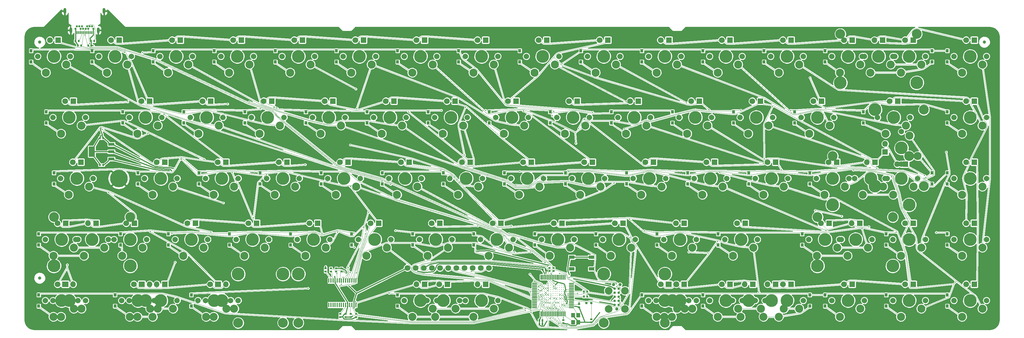
<source format=gbl>
%TF.GenerationSoftware,KiCad,Pcbnew,(2017-09-19 revision dddaa7e69)-makepkg*%
%TF.CreationDate,2017-11-22T14:32:36-05:00*%
%TF.ProjectId,WhiteFox,5768697465466F782E6B696361645F70,1.1c*%
%TF.SameCoordinates,Original*%
%TF.FileFunction,Copper,L2,Bot,Signal*%
%TF.FilePolarity,Positive*%
%FSLAX46Y46*%
G04 Gerber Fmt 4.6, Leading zero omitted, Abs format (unit mm)*
G04 Created by KiCad (PCBNEW (2017-09-19 revision dddaa7e69)-makepkg) date 11/22/17 14:32:36*
%MOMM*%
%LPD*%
G01*
G04 APERTURE LIST*
%TA.AperFunction,ComponentPad*%
%ADD10O,0.900000X1.800000*%
%TD*%
%TA.AperFunction,ComponentPad*%
%ADD11C,0.650000*%
%TD*%
%TA.AperFunction,SMDPad,CuDef*%
%ADD12R,0.300000X0.900000*%
%TD*%
%TA.AperFunction,SMDPad,CuDef*%
%ADD13R,0.600000X0.650000*%
%TD*%
%TA.AperFunction,SMDPad,CuDef*%
%ADD14R,0.650000X0.600000*%
%TD*%
%TA.AperFunction,ComponentPad*%
%ADD15R,1.800000X1.800000*%
%TD*%
%TA.AperFunction,ComponentPad*%
%ADD16C,1.800000*%
%TD*%
%TA.AperFunction,ComponentPad*%
%ADD17C,5.500000*%
%TD*%
%TA.AperFunction,BGAPad,CuDef*%
%ADD18C,1.000000*%
%TD*%
%TA.AperFunction,WasherPad*%
%ADD19C,3.990340*%
%TD*%
%TA.AperFunction,ComponentPad*%
%ADD20C,2.499360*%
%TD*%
%TA.AperFunction,WasherPad*%
%ADD21C,1.704340*%
%TD*%
%TA.AperFunction,WasherPad*%
%ADD22C,3.048254*%
%TD*%
%TA.AperFunction,WasherPad*%
%ADD23C,3.988054*%
%TD*%
%TA.AperFunction,BGAPad,CuDef*%
%ADD24C,0.787400*%
%TD*%
%TA.AperFunction,WasherPad*%
%ADD25C,0.990610*%
%TD*%
%TA.AperFunction,WasherPad*%
%ADD26C,2.374910*%
%TD*%
%TA.AperFunction,SMDPad,CuDef*%
%ADD27R,1.500000X0.300000*%
%TD*%
%TA.AperFunction,SMDPad,CuDef*%
%ADD28R,0.300000X1.500000*%
%TD*%
%TA.AperFunction,SMDPad,CuDef*%
%ADD29R,1.800000X1.100000*%
%TD*%
%TA.AperFunction,SMDPad,CuDef*%
%ADD30R,0.850900X1.000760*%
%TD*%
%TA.AperFunction,SMDPad,CuDef*%
%ADD31R,1.200000X1.400000*%
%TD*%
%TA.AperFunction,SMDPad,CuDef*%
%ADD32R,0.797560X0.797560*%
%TD*%
%TA.AperFunction,SMDPad,CuDef*%
%ADD33R,0.400000X1.430000*%
%TD*%
%TA.AperFunction,SMDPad,CuDef*%
%ADD34R,1.900000X3.250000*%
%TD*%
%TA.AperFunction,SMDPad,CuDef*%
%ADD35R,1.900000X0.950000*%
%TD*%
%TA.AperFunction,ComponentPad*%
%ADD36O,1.800000X1.800000*%
%TD*%
%TA.AperFunction,BGAPad,CuDef*%
%ADD37C,0.250000*%
%TD*%
%TA.AperFunction,ViaPad*%
%ADD38C,0.355600*%
%TD*%
%TA.AperFunction,Conductor*%
%ADD39C,0.101600*%
%TD*%
%TA.AperFunction,Conductor*%
%ADD40C,0.304800*%
%TD*%
%TA.AperFunction,Conductor*%
%ADD41C,0.254000*%
%TD*%
G04 APERTURE END LIST*
D10*
%TO.P,J1,25*%
%TO.N,/mcu/SHLD*%
X75975000Y-71553200D03*
X63725000Y-71553200D03*
X74120000Y-77603200D03*
X65580000Y-77603200D03*
D11*
%TO.P,J1,24*%
%TO.N,VSS*%
X67050000Y-77103200D03*
%TO.P,J1,23*%
%TO.N,Net-(J1-Pad23)*%
X67450000Y-76403200D03*
%TO.P,J1,22*%
%TO.N,Net-(J1-Pad22)*%
X68250000Y-76403200D03*
%TO.P,J1,21*%
%TO.N,+5V*%
X68650000Y-77103200D03*
%TO.P,J1,20*%
%TO.N,Net-(J1-Pad20)*%
X69050000Y-76403200D03*
%TO.P,J1,19*%
%TO.N,/mcu/USB_DM*%
X69450000Y-77103200D03*
%TO.P,J1,18*%
%TO.N,/mcu/USB_DP*%
X70250000Y-77103200D03*
%TO.P,J1,17*%
%TO.N,Net-(J1-Pad17)*%
X70650000Y-76403200D03*
%TO.P,J1,16*%
%TO.N,+5V*%
X71050000Y-77103200D03*
%TO.P,J1,15*%
%TO.N,Net-(J1-Pad15)*%
X71450000Y-76403200D03*
%TO.P,J1,14*%
%TO.N,Net-(J1-Pad14)*%
X72250000Y-76403200D03*
%TO.P,J1,13*%
%TO.N,VSS*%
X72650000Y-77103200D03*
D12*
%TO.P,J1,12*%
X72600000Y-78313200D03*
%TO.P,J1,11*%
%TO.N,Net-(J1-Pad11)*%
X72100000Y-78313200D03*
%TO.P,J1,10*%
%TO.N,Net-(J1-Pad10)*%
X71600000Y-78313200D03*
%TO.P,J1,9*%
%TO.N,+5V*%
X71100000Y-78313200D03*
%TO.P,J1,8*%
%TO.N,Net-(J1-Pad8)*%
X70600000Y-78313200D03*
%TO.P,J1,7*%
%TO.N,/mcu/USB_DM*%
X70100000Y-78313200D03*
%TO.P,J1,6*%
%TO.N,/mcu/USB_DP*%
X69600000Y-78313200D03*
%TO.P,J1,5*%
%TO.N,Net-(J1-Pad5)*%
X69100000Y-78313200D03*
%TO.P,J1,4*%
%TO.N,+5V*%
X68600000Y-78313200D03*
%TO.P,J1,3*%
%TO.N,Net-(J1-Pad3)*%
X68100000Y-78313200D03*
%TO.P,J1,2*%
%TO.N,Net-(J1-Pad2)*%
X67600000Y-78313200D03*
%TO.P,J1,1*%
%TO.N,VSS*%
X67100000Y-78313200D03*
%TD*%
D13*
%TO.P,D73,2*%
%TO.N,VSS*%
X72001000Y-82372200D03*
%TO.P,D73,1*%
%TO.N,/mcu/USB_DM*%
X71001000Y-82372200D03*
%TD*%
%TO.P,D72,2*%
%TO.N,VSS*%
X67826000Y-82372200D03*
%TO.P,D72,1*%
%TO.N,/mcu/USB_DP*%
X68826000Y-82372200D03*
%TD*%
%TO.P,R12,2*%
%TO.N,VSS*%
X67064000Y-80975200D03*
%TO.P,R12,1*%
%TO.N,Net-(J1-Pad5)*%
X68064000Y-80975200D03*
%TD*%
%TO.P,R11,2*%
%TO.N,Net-(J1-Pad17)*%
X72890000Y-80975200D03*
%TO.P,R11,1*%
%TO.N,VSS*%
X71890000Y-80975200D03*
%TD*%
D14*
%TO.P,R10,2*%
%TO.N,VSS*%
X149606000Y-167124000D03*
%TO.P,R10,1*%
%TO.N,Net-(R10-Pad1)*%
X149606000Y-166124000D03*
%TD*%
%TO.P,R9,2*%
%TO.N,/mcu/SDB*%
X154559000Y-166124000D03*
%TO.P,R9,1*%
%TO.N,VSS*%
X154559000Y-167124000D03*
%TD*%
%TO.P,R8,2*%
%TO.N,VSS*%
X227902000Y-168775000D03*
%TO.P,R8,1*%
%TO.N,Net-(LED72-Pad2)*%
X227902000Y-167775000D03*
%TD*%
%TO.P,R7,2*%
%TO.N,/mcu/INTB*%
X152908000Y-166124000D03*
%TO.P,R7,1*%
%TO.N,VDD*%
X152908000Y-167124000D03*
%TD*%
%TO.P,R6,2*%
%TO.N,/mcu/SCL0*%
X149987000Y-152900000D03*
%TO.P,R6,1*%
%TO.N,VDD*%
X149987000Y-151900000D03*
%TD*%
%TO.P,R5,2*%
%TO.N,/mcu/SDA0*%
X148336000Y-152900000D03*
%TO.P,R5,1*%
%TO.N,VDD*%
X148336000Y-151900000D03*
%TD*%
D13*
%TO.P,R4,2*%
%TO.N,/mcu/SWD_DIO*%
X226624000Y-160655000D03*
%TO.P,R4,1*%
%TO.N,/mcu/PTA3*%
X225624000Y-160655000D03*
%TD*%
%TO.P,R3,2*%
%TO.N,/mcu/SWD_CLK*%
X226624000Y-159131000D03*
%TO.P,R3,1*%
%TO.N,/mcu/PTA0*%
X225624000Y-159131000D03*
%TD*%
D14*
%TO.P,C9,2*%
%TO.N,VSS*%
X145034000Y-151900000D03*
%TO.P,C9,1*%
%TO.N,Net-(C9-Pad1)*%
X145034000Y-152900000D03*
%TD*%
%TO.P,C8,2*%
%TO.N,/mcu/AUD*%
X146685000Y-151900000D03*
%TO.P,C8,1*%
%TO.N,Net-(C8-Pad1)*%
X146685000Y-152900000D03*
%TD*%
%TO.P,C7,2*%
%TO.N,VSS*%
X224092000Y-164076000D03*
%TO.P,C7,1*%
%TO.N,VDD*%
X224092000Y-163076000D03*
%TD*%
%TO.P,C6,2*%
%TO.N,VDD*%
X151257000Y-167124000D03*
%TO.P,C6,1*%
%TO.N,VSS*%
X151257000Y-166124000D03*
%TD*%
%TO.P,C5,2*%
%TO.N,VSS*%
X219202000Y-169029000D03*
%TO.P,C5,1*%
%TO.N,/mcu/MCU_RESET*%
X219202000Y-168029000D03*
%TD*%
D13*
%TO.P,C4,2*%
%TO.N,VSS*%
X213733000Y-152273000D03*
%TO.P,C4,1*%
%TO.N,VDD*%
X212733000Y-152273000D03*
%TD*%
%TO.P,C3,2*%
%TO.N,VSS*%
X212717000Y-168148000D03*
%TO.P,C3,1*%
%TO.N,VDD*%
X211717000Y-168148000D03*
%TD*%
%TO.P,C2,2*%
%TO.N,VSS*%
X74684000Y-119634000D03*
%TO.P,C2,1*%
%TO.N,VDD*%
X75684000Y-119634000D03*
%TD*%
%TO.P,C1,2*%
%TO.N,VSS*%
X74684000Y-111252000D03*
%TO.P,C1,1*%
%TO.N,+5V*%
X75684000Y-111252000D03*
%TD*%
D14*
%TO.P,R1,2*%
%TO.N,/mcu/USB0_DM*%
X216154000Y-152773000D03*
%TO.P,R1,1*%
%TO.N,/mcu/USB_DM*%
X216154000Y-151773000D03*
%TD*%
%TO.P,R2,2*%
%TO.N,/mcu/USB0_DP*%
X214884000Y-152773000D03*
%TO.P,R2,1*%
%TO.N,/mcu/USB_DP*%
X214884000Y-151773000D03*
%TD*%
D13*
%TO.P,C10,2*%
%TO.N,VSS*%
X212717000Y-169291000D03*
%TO.P,C10,1*%
%TO.N,VDD*%
X211717000Y-169291000D03*
%TD*%
D15*
%TO.P,LED71,1*%
%TO.N,/ledmatrix/CA7*%
X347345000Y-156845000D03*
D16*
%TO.P,LED71,2*%
%TO.N,/ledmatrix/CA9*%
X344805000Y-156845000D03*
%TD*%
D15*
%TO.P,LED70,1*%
%TO.N,/ledmatrix/CA6*%
X328295000Y-156845000D03*
D16*
%TO.P,LED70,2*%
%TO.N,/ledmatrix/CA9*%
X325755000Y-156845000D03*
%TD*%
D15*
%TO.P,LED69,1*%
%TO.N,/ledmatrix/CA5*%
X309245000Y-156845000D03*
D16*
%TO.P,LED69,2*%
%TO.N,/ledmatrix/CA9*%
X306705000Y-156845000D03*
%TD*%
D15*
%TO.P,LED68,1*%
%TO.N,/ledmatrix/CA4*%
X290195000Y-156845000D03*
D16*
%TO.P,LED68,2*%
%TO.N,/ledmatrix/CA9*%
X287655000Y-156845000D03*
%TD*%
D15*
%TO.P,LED67,1*%
%TO.N,/ledmatrix/CA3*%
X271145000Y-156845000D03*
D16*
%TO.P,LED67,2*%
%TO.N,/ledmatrix/CA9*%
X268605000Y-156845000D03*
%TD*%
D15*
%TO.P,LED66,1*%
%TO.N,/ledmatrix/CA2*%
X252095000Y-156845000D03*
D16*
%TO.P,LED66,2*%
%TO.N,/ledmatrix/CA9*%
X249555000Y-156845000D03*
%TD*%
D15*
%TO.P,LED65,1*%
%TO.N,/ledmatrix/CA1*%
X183039000Y-156845000D03*
D16*
%TO.P,LED65,2*%
%TO.N,/ledmatrix/CA9*%
X180499000Y-156845000D03*
%TD*%
D15*
%TO.P,LED64,1*%
%TO.N,/ledmatrix/CA9*%
X111601000Y-156845000D03*
D16*
%TO.P,LED64,2*%
%TO.N,/ledmatrix/CA8*%
X109061000Y-156845000D03*
%TD*%
D15*
%TO.P,LED63,1*%
%TO.N,/ledmatrix/CA7*%
X87788800Y-156845000D03*
D16*
%TO.P,LED63,2*%
%TO.N,/ledmatrix/CA8*%
X85248800Y-156845000D03*
%TD*%
D15*
%TO.P,LED62,1*%
%TO.N,/ledmatrix/CA6*%
X64008000Y-156845000D03*
D16*
%TO.P,LED62,2*%
%TO.N,/ledmatrix/CA8*%
X61468000Y-156845000D03*
%TD*%
D15*
%TO.P,LED61,1*%
%TO.N,/ledmatrix/CA5*%
X347345000Y-137795000D03*
D16*
%TO.P,LED61,2*%
%TO.N,/ledmatrix/CA8*%
X344805000Y-137795000D03*
%TD*%
D15*
%TO.P,LED60,1*%
%TO.N,/ledmatrix/CA4*%
X328295000Y-137795000D03*
D16*
%TO.P,LED60,2*%
%TO.N,/ledmatrix/CA8*%
X325755000Y-137795000D03*
%TD*%
D15*
%TO.P,LED59,1*%
%TO.N,/ledmatrix/CA3*%
X302101000Y-137795000D03*
D16*
%TO.P,LED59,2*%
%TO.N,/ledmatrix/CA8*%
X299561000Y-137795000D03*
%TD*%
D15*
%TO.P,LED58,1*%
%TO.N,/ledmatrix/CA2*%
X275908000Y-137795000D03*
D16*
%TO.P,LED58,2*%
%TO.N,/ledmatrix/CA8*%
X273368000Y-137795000D03*
%TD*%
D15*
%TO.P,LED57,1*%
%TO.N,/ledmatrix/CA1*%
X256858000Y-137795000D03*
D16*
%TO.P,LED57,2*%
%TO.N,/ledmatrix/CA8*%
X254318000Y-137795000D03*
%TD*%
D15*
%TO.P,LED56,1*%
%TO.N,/ledmatrix/CA9*%
X237808000Y-137795000D03*
D16*
%TO.P,LED56,2*%
%TO.N,/ledmatrix/CA7*%
X235268000Y-137795000D03*
%TD*%
D15*
%TO.P,LED55,1*%
%TO.N,/ledmatrix/CA8*%
X218758000Y-137795000D03*
D16*
%TO.P,LED55,2*%
%TO.N,/ledmatrix/CA7*%
X216218000Y-137795000D03*
%TD*%
D15*
%TO.P,LED54,1*%
%TO.N,/ledmatrix/CA6*%
X199708000Y-137795000D03*
D16*
%TO.P,LED54,2*%
%TO.N,/ledmatrix/CA7*%
X197168000Y-137795000D03*
%TD*%
D15*
%TO.P,LED53,1*%
%TO.N,/ledmatrix/CA5*%
X180658000Y-137795000D03*
D16*
%TO.P,LED53,2*%
%TO.N,/ledmatrix/CA7*%
X178118000Y-137795000D03*
%TD*%
D15*
%TO.P,LED52,1*%
%TO.N,/ledmatrix/CA4*%
X161608000Y-137795000D03*
D16*
%TO.P,LED52,2*%
%TO.N,/ledmatrix/CA7*%
X159068000Y-137795000D03*
%TD*%
D15*
%TO.P,LED51,1*%
%TO.N,/ledmatrix/CA3*%
X142558000Y-137795000D03*
D16*
%TO.P,LED51,2*%
%TO.N,/ledmatrix/CA7*%
X140018000Y-137795000D03*
%TD*%
D15*
%TO.P,LED50,1*%
%TO.N,/ledmatrix/CA2*%
X123508000Y-137795000D03*
D16*
%TO.P,LED50,2*%
%TO.N,/ledmatrix/CA7*%
X120968000Y-137795000D03*
%TD*%
D15*
%TO.P,LED49,1*%
%TO.N,/ledmatrix/CA1*%
X104458000Y-137795000D03*
D16*
%TO.P,LED49,2*%
%TO.N,/ledmatrix/CA7*%
X101918000Y-137795000D03*
%TD*%
D15*
%TO.P,LED48,1*%
%TO.N,/ledmatrix/CA9*%
X85407500Y-137795000D03*
D16*
%TO.P,LED48,2*%
%TO.N,/ledmatrix/CA6*%
X82867500Y-137795000D03*
%TD*%
D15*
%TO.P,LED47,1*%
%TO.N,/ledmatrix/CA8*%
X63976200Y-137795000D03*
D16*
%TO.P,LED47,2*%
%TO.N,/ledmatrix/CA6*%
X61436200Y-137795000D03*
%TD*%
D15*
%TO.P,LED46,1*%
%TO.N,/ledmatrix/CA7*%
X347345000Y-118745000D03*
D16*
%TO.P,LED46,2*%
%TO.N,/ledmatrix/CA6*%
X344805000Y-118745000D03*
%TD*%
D15*
%TO.P,LED45,1*%
%TO.N,/ledmatrix/CA5*%
X325914000Y-119380000D03*
D16*
%TO.P,LED45,2*%
%TO.N,/ledmatrix/CA6*%
X323374000Y-119380000D03*
%TD*%
D15*
%TO.P,LED44,1*%
%TO.N,/ledmatrix/CA4*%
X304483000Y-118745000D03*
D16*
%TO.P,LED44,2*%
%TO.N,/ledmatrix/CA6*%
X301943000Y-118745000D03*
%TD*%
D15*
%TO.P,LED43,1*%
%TO.N,/ledmatrix/CA3*%
X285433000Y-118745000D03*
D16*
%TO.P,LED43,2*%
%TO.N,/ledmatrix/CA6*%
X282893000Y-118745000D03*
%TD*%
D15*
%TO.P,LED42,1*%
%TO.N,/ledmatrix/CA2*%
X266383000Y-118745000D03*
D16*
%TO.P,LED42,2*%
%TO.N,/ledmatrix/CA6*%
X263843000Y-118745000D03*
%TD*%
D15*
%TO.P,LED41,1*%
%TO.N,/ledmatrix/CA1*%
X247333000Y-118745000D03*
D16*
%TO.P,LED41,2*%
%TO.N,/ledmatrix/CA6*%
X244793000Y-118745000D03*
%TD*%
D15*
%TO.P,LED40,1*%
%TO.N,/ledmatrix/CA9*%
X228283000Y-118745000D03*
D16*
%TO.P,LED40,2*%
%TO.N,/ledmatrix/CA5*%
X225743000Y-118745000D03*
%TD*%
D15*
%TO.P,LED39,1*%
%TO.N,/ledmatrix/CA8*%
X209233000Y-118745000D03*
D16*
%TO.P,LED39,2*%
%TO.N,/ledmatrix/CA5*%
X206693000Y-118745000D03*
%TD*%
D15*
%TO.P,LED38,1*%
%TO.N,/ledmatrix/CA7*%
X190183000Y-118745000D03*
D16*
%TO.P,LED38,2*%
%TO.N,/ledmatrix/CA5*%
X187643000Y-118745000D03*
%TD*%
D15*
%TO.P,LED37,1*%
%TO.N,/ledmatrix/CA6*%
X171133000Y-118745000D03*
D16*
%TO.P,LED37,2*%
%TO.N,/ledmatrix/CA5*%
X168593000Y-118745000D03*
%TD*%
D15*
%TO.P,LED36,1*%
%TO.N,/ledmatrix/CA4*%
X152083000Y-118745000D03*
D16*
%TO.P,LED36,2*%
%TO.N,/ledmatrix/CA5*%
X149543000Y-118745000D03*
%TD*%
D15*
%TO.P,LED35,1*%
%TO.N,/ledmatrix/CA3*%
X133033000Y-118745000D03*
D16*
%TO.P,LED35,2*%
%TO.N,/ledmatrix/CA5*%
X130493000Y-118745000D03*
%TD*%
D15*
%TO.P,LED34,1*%
%TO.N,/ledmatrix/CA2*%
X113983000Y-118745000D03*
D16*
%TO.P,LED34,2*%
%TO.N,/ledmatrix/CA5*%
X111443000Y-118745000D03*
%TD*%
D15*
%TO.P,LED33,1*%
%TO.N,/ledmatrix/CA1*%
X94932600Y-118745000D03*
D16*
%TO.P,LED33,2*%
%TO.N,/ledmatrix/CA5*%
X92392600Y-118745000D03*
%TD*%
D15*
%TO.P,LED32,1*%
%TO.N,/ledmatrix/CA9*%
X68738800Y-118745000D03*
D16*
%TO.P,LED32,2*%
%TO.N,/ledmatrix/CA4*%
X66198800Y-118745000D03*
%TD*%
D15*
%TO.P,LED31,1*%
%TO.N,/ledmatrix/CA8*%
X347345000Y-99695000D03*
D16*
%TO.P,LED31,2*%
%TO.N,/ledmatrix/CA4*%
X344805000Y-99695000D03*
%TD*%
D15*
%TO.P,LED30,1*%
%TO.N,/ledmatrix/CA7*%
X323532000Y-99695000D03*
D16*
%TO.P,LED30,2*%
%TO.N,/ledmatrix/CA4*%
X320992000Y-99695000D03*
%TD*%
D15*
%TO.P,LED29,1*%
%TO.N,/ledmatrix/CA6*%
X299720000Y-99695000D03*
D16*
%TO.P,LED29,2*%
%TO.N,/ledmatrix/CA4*%
X297180000Y-99695000D03*
%TD*%
D15*
%TO.P,LED28,1*%
%TO.N,/ledmatrix/CA5*%
X280670000Y-99695000D03*
D16*
%TO.P,LED28,2*%
%TO.N,/ledmatrix/CA4*%
X278130000Y-99695000D03*
%TD*%
D15*
%TO.P,LED27,1*%
%TO.N,/ledmatrix/CA3*%
X261620000Y-99695000D03*
D16*
%TO.P,LED27,2*%
%TO.N,/ledmatrix/CA4*%
X259080000Y-99695000D03*
%TD*%
D15*
%TO.P,LED26,1*%
%TO.N,/ledmatrix/CA2*%
X242570000Y-99695000D03*
D16*
%TO.P,LED26,2*%
%TO.N,/ledmatrix/CA4*%
X240030000Y-99695000D03*
%TD*%
D15*
%TO.P,LED25,1*%
%TO.N,/ledmatrix/CA1*%
X223520000Y-99695000D03*
D16*
%TO.P,LED25,2*%
%TO.N,/ledmatrix/CA4*%
X220980000Y-99695000D03*
%TD*%
D15*
%TO.P,LED24,1*%
%TO.N,/ledmatrix/CA9*%
X204470000Y-99695000D03*
D16*
%TO.P,LED24,2*%
%TO.N,/ledmatrix/CA3*%
X201930000Y-99695000D03*
%TD*%
D15*
%TO.P,LED23,1*%
%TO.N,/ledmatrix/CA8*%
X185420000Y-99695000D03*
D16*
%TO.P,LED23,2*%
%TO.N,/ledmatrix/CA3*%
X182880000Y-99695000D03*
%TD*%
D15*
%TO.P,LED22,1*%
%TO.N,/ledmatrix/CA7*%
X166370000Y-99695000D03*
D16*
%TO.P,LED22,2*%
%TO.N,/ledmatrix/CA3*%
X163830000Y-99695000D03*
%TD*%
D15*
%TO.P,LED21,1*%
%TO.N,/ledmatrix/CA6*%
X147320000Y-99695000D03*
D16*
%TO.P,LED21,2*%
%TO.N,/ledmatrix/CA3*%
X144780000Y-99695000D03*
%TD*%
D15*
%TO.P,LED20,1*%
%TO.N,/ledmatrix/CA5*%
X128270000Y-99695000D03*
D16*
%TO.P,LED20,2*%
%TO.N,/ledmatrix/CA3*%
X125730000Y-99695000D03*
%TD*%
D15*
%TO.P,LED19,1*%
%TO.N,/ledmatrix/CA4*%
X109220000Y-99695000D03*
D16*
%TO.P,LED19,2*%
%TO.N,/ledmatrix/CA3*%
X106680000Y-99695000D03*
%TD*%
D15*
%TO.P,LED18,1*%
%TO.N,/ledmatrix/CA2*%
X90170000Y-99695000D03*
D16*
%TO.P,LED18,2*%
%TO.N,/ledmatrix/CA3*%
X87630000Y-99695000D03*
%TD*%
D15*
%TO.P,LED17,1*%
%TO.N,/ledmatrix/CA1*%
X66357500Y-99695000D03*
D16*
%TO.P,LED17,2*%
%TO.N,/ledmatrix/CA3*%
X63817500Y-99695000D03*
%TD*%
D15*
%TO.P,LED16,1*%
%TO.N,/ledmatrix/CA9*%
X347345000Y-80645000D03*
D16*
%TO.P,LED16,2*%
%TO.N,/ledmatrix/CA2*%
X344805000Y-80645000D03*
%TD*%
D15*
%TO.P,LED15,1*%
%TO.N,/ledmatrix/CA8*%
X328295000Y-80645000D03*
D16*
%TO.P,LED15,2*%
%TO.N,/ledmatrix/CA2*%
X325755000Y-80645000D03*
%TD*%
D15*
%TO.P,LED14,1*%
%TO.N,/ledmatrix/CA7*%
X309245000Y-80645000D03*
D16*
%TO.P,LED14,2*%
%TO.N,/ledmatrix/CA2*%
X306705000Y-80645000D03*
%TD*%
D15*
%TO.P,LED13,1*%
%TO.N,/ledmatrix/CA6*%
X290195000Y-80645000D03*
D16*
%TO.P,LED13,2*%
%TO.N,/ledmatrix/CA2*%
X287655000Y-80645000D03*
%TD*%
D15*
%TO.P,LED12,1*%
%TO.N,/ledmatrix/CA5*%
X271145000Y-80645000D03*
D16*
%TO.P,LED12,2*%
%TO.N,/ledmatrix/CA2*%
X268605000Y-80645000D03*
%TD*%
D15*
%TO.P,LED11,1*%
%TO.N,/ledmatrix/CA4*%
X252095000Y-80645000D03*
D16*
%TO.P,LED11,2*%
%TO.N,/ledmatrix/CA2*%
X249555000Y-80645000D03*
%TD*%
D15*
%TO.P,LED10,1*%
%TO.N,/ledmatrix/CA3*%
X233045000Y-80645000D03*
D16*
%TO.P,LED10,2*%
%TO.N,/ledmatrix/CA2*%
X230505000Y-80645000D03*
%TD*%
D15*
%TO.P,LED9,1*%
%TO.N,/ledmatrix/CA1*%
X213995000Y-80645000D03*
D16*
%TO.P,LED9,2*%
%TO.N,/ledmatrix/CA2*%
X211455000Y-80645000D03*
%TD*%
D15*
%TO.P,LED8,1*%
%TO.N,/ledmatrix/CA9*%
X194945000Y-80645000D03*
D16*
%TO.P,LED8,2*%
%TO.N,/ledmatrix/CA1*%
X192405000Y-80645000D03*
%TD*%
D15*
%TO.P,LED7,1*%
%TO.N,/ledmatrix/CA8*%
X175895000Y-80645000D03*
D16*
%TO.P,LED7,2*%
%TO.N,/ledmatrix/CA1*%
X173355000Y-80645000D03*
%TD*%
D15*
%TO.P,LED6,1*%
%TO.N,/ledmatrix/CA7*%
X156845000Y-80645000D03*
D16*
%TO.P,LED6,2*%
%TO.N,/ledmatrix/CA1*%
X154305000Y-80645000D03*
%TD*%
D15*
%TO.P,LED5,1*%
%TO.N,/ledmatrix/CA6*%
X137795000Y-80645000D03*
D16*
%TO.P,LED5,2*%
%TO.N,/ledmatrix/CA1*%
X135255000Y-80645000D03*
%TD*%
D15*
%TO.P,LED4,1*%
%TO.N,/ledmatrix/CA5*%
X118745000Y-80645000D03*
D16*
%TO.P,LED4,2*%
%TO.N,/ledmatrix/CA1*%
X116205000Y-80645000D03*
%TD*%
D15*
%TO.P,LED3,1*%
%TO.N,/ledmatrix/CA4*%
X99695000Y-80645000D03*
D16*
%TO.P,LED3,2*%
%TO.N,/ledmatrix/CA1*%
X97155000Y-80645000D03*
%TD*%
D15*
%TO.P,LED2,1*%
%TO.N,/ledmatrix/CA3*%
X80645000Y-80645000D03*
D16*
%TO.P,LED2,2*%
%TO.N,/ledmatrix/CA1*%
X78105000Y-80645000D03*
%TD*%
D15*
%TO.P,LED1,1*%
%TO.N,/ledmatrix/CA2*%
X61595000Y-80645000D03*
D16*
%TO.P,LED1,2*%
%TO.N,/ledmatrix/CA1*%
X59055000Y-80645000D03*
%TD*%
D17*
%TO.P,H1,1*%
%TO.N,/mcu/SHLD*%
X80568800Y-123830000D03*
%TD*%
D18*
%TO.P,FID3,*%
%TO.N,*%
X55880000Y-154940000D03*
%TD*%
%TO.P,FID2,*%
%TO.N,*%
X350520000Y-81280000D03*
%TD*%
%TO.P,FID1,*%
%TO.N,*%
X55880000Y-81280000D03*
%TD*%
D19*
%TO.P,S266,*%
%TO.N,*%
X255588000Y-161925000D03*
D20*
%TO.P,S266,2*%
%TO.N,Net-(D66-Pad1)*%
X253048000Y-167005000D03*
%TO.P,S266,1*%
%TO.N,/Col3*%
X259398000Y-164465000D03*
D21*
%TO.P,S266,*%
%TO.N,*%
X260668000Y-161925000D03*
X250508000Y-161925000D03*
%TD*%
D19*
%TO.P,S265,*%
%TO.N,*%
X193675000Y-161925000D03*
D20*
%TO.P,S265,2*%
%TO.N,Net-(D65-Pad1)*%
X191135000Y-167005000D03*
%TO.P,S265,1*%
%TO.N,/Col2*%
X197485000Y-164465000D03*
D21*
%TO.P,S265,*%
%TO.N,*%
X198755000Y-161925000D03*
X188595000Y-161925000D03*
%TD*%
D19*
%TO.P,S263,*%
%TO.N,*%
X93662500Y-161925000D03*
D20*
%TO.P,S263,2*%
%TO.N,Net-(D63-Pad1)*%
X91122500Y-167005000D03*
%TO.P,S263,1*%
%TO.N,/Col9*%
X97472500Y-164465000D03*
D21*
%TO.P,S263,*%
%TO.N,*%
X98742500Y-161925000D03*
X88582500Y-161925000D03*
%TD*%
D19*
%TO.P,S245,*%
%TO.N,*%
X324644000Y-114300000D03*
D20*
%TO.P,S245,2*%
%TO.N,Net-(D45-Pad1)*%
X329724000Y-116840000D03*
%TO.P,S245,1*%
%TO.N,/Col9*%
X327184000Y-110490000D03*
D21*
%TO.P,S245,*%
%TO.N,*%
X324644000Y-109220000D03*
X324644000Y-119380000D03*
%TD*%
D19*
%TO.P,S168,*%
%TO.N,*%
X284162000Y-161925000D03*
D20*
%TO.P,S168,2*%
%TO.N,Net-(D68-Pad1)*%
X281622000Y-167005000D03*
%TO.P,S168,1*%
%TO.N,/Col5*%
X287972000Y-164465000D03*
D21*
%TO.P,S168,*%
%TO.N,*%
X289242000Y-161925000D03*
X279082000Y-161925000D03*
%TD*%
D19*
%TO.P,S167,*%
%TO.N,*%
X277019000Y-161925000D03*
D20*
%TO.P,S167,2*%
%TO.N,Net-(D67-Pad1)*%
X274479000Y-167005000D03*
%TO.P,S167,1*%
%TO.N,/Col4*%
X280829000Y-164465000D03*
D21*
%TO.P,S167,*%
%TO.N,*%
X282099000Y-161925000D03*
X271939000Y-161925000D03*
%TD*%
D19*
%TO.P,S166,*%
%TO.N,*%
X253206000Y-161925000D03*
D20*
%TO.P,S166,2*%
%TO.N,Net-(D66-Pad1)*%
X250666000Y-167005000D03*
%TO.P,S166,1*%
%TO.N,/Col3*%
X257016000Y-164465000D03*
D21*
%TO.P,S166,*%
%TO.N,*%
X258286000Y-161925000D03*
X248126000Y-161925000D03*
%TD*%
D19*
%TO.P,S165,*%
%TO.N,*%
X174625000Y-161925000D03*
D20*
%TO.P,S165,2*%
%TO.N,Net-(D65-Pad1)*%
X172085000Y-167005000D03*
%TO.P,S165,1*%
%TO.N,/Col2*%
X178435000Y-164465000D03*
D21*
%TO.P,S165,*%
%TO.N,*%
X179705000Y-161925000D03*
X169545000Y-161925000D03*
%TD*%
D19*
%TO.P,S164,*%
%TO.N,*%
X112712000Y-161925000D03*
D20*
%TO.P,S164,2*%
%TO.N,Net-(D64-Pad1)*%
X110172000Y-167005000D03*
%TO.P,S164,1*%
%TO.N,/Col1*%
X116522000Y-164465000D03*
D21*
%TO.P,S164,*%
%TO.N,*%
X117792000Y-161925000D03*
X107632000Y-161925000D03*
%TD*%
D19*
%TO.P,S163,*%
%TO.N,*%
X88900000Y-161925000D03*
D20*
%TO.P,S163,2*%
%TO.N,Net-(D63-Pad1)*%
X86360000Y-167005000D03*
%TO.P,S163,1*%
%TO.N,/Col9*%
X92710000Y-164465000D03*
D21*
%TO.P,S163,*%
%TO.N,*%
X93980000Y-161925000D03*
X83820000Y-161925000D03*
%TD*%
D19*
%TO.P,S162,*%
%TO.N,*%
X65087500Y-161925000D03*
D20*
%TO.P,S162,2*%
%TO.N,Net-(D62-Pad1)*%
X62547500Y-167005000D03*
%TO.P,S162,1*%
%TO.N,/Col8*%
X68897500Y-164465000D03*
D21*
%TO.P,S162,*%
%TO.N,*%
X70167500Y-161925000D03*
X60007500Y-161925000D03*
%TD*%
D19*
%TO.P,S159,*%
%TO.N,*%
X310356000Y-142875000D03*
D20*
%TO.P,S159,2*%
%TO.N,Net-(D59-Pad1)*%
X307816000Y-147955000D03*
%TO.P,S159,1*%
%TO.N,/Col5*%
X314166000Y-145415000D03*
D21*
%TO.P,S159,*%
%TO.N,*%
X315436000Y-142875000D03*
X305276000Y-142875000D03*
%TD*%
D19*
%TO.P,S147,*%
%TO.N,*%
X72231200Y-142875000D03*
D20*
%TO.P,S147,2*%
%TO.N,Net-(D47-Pad1)*%
X69691200Y-147955000D03*
%TO.P,S147,1*%
%TO.N,/Col2*%
X76041200Y-145415000D03*
D21*
%TO.P,S147,*%
%TO.N,*%
X77311200Y-142875000D03*
X67151200Y-142875000D03*
%TD*%
D19*
%TO.P,S145,*%
%TO.N,*%
X315119000Y-123825000D03*
D20*
%TO.P,S145,2*%
%TO.N,Net-(D45-Pad1)*%
X312579000Y-128905000D03*
%TO.P,S145,1*%
%TO.N,/Col9*%
X318929000Y-126365000D03*
D21*
%TO.P,S145,*%
%TO.N,*%
X320199000Y-123825000D03*
X310039000Y-123825000D03*
%TD*%
D19*
%TO.P,S115,*%
%TO.N,*%
X317500000Y-85725000D03*
D20*
%TO.P,S115,2*%
%TO.N,Net-(D15-Pad1)*%
X314960000Y-90805000D03*
%TO.P,S115,1*%
%TO.N,/Col6*%
X321310000Y-88265000D03*
D21*
%TO.P,S115,*%
%TO.N,*%
X322580000Y-85725000D03*
X312420000Y-85725000D03*
%TD*%
D16*
%TO.P,P2,1*%
%TO.N,VDD*%
X170561000Y-151765000D03*
%TO.P,P2,2*%
%TO.N,/mcu/SWD_DIO*%
X173101000Y-151765000D03*
%TO.P,P2,3*%
%TO.N,VSS*%
X175641000Y-151765000D03*
%TO.P,P2,4*%
%TO.N,/mcu/SWD_CLK*%
X178181000Y-151765000D03*
%TO.P,P2,5*%
%TO.N,+5V*%
X180721000Y-151765000D03*
%TO.P,P2,6*%
%TO.N,/mcu/RX2*%
X183261000Y-151765000D03*
%TO.P,P2,7*%
%TO.N,/mcu/TX2*%
X185801000Y-151765000D03*
%TO.P,P2,8*%
%TO.N,/mcu/SDA0*%
X188341000Y-151765000D03*
%TO.P,P2,9*%
%TO.N,/mcu/SCL0*%
X190881000Y-151765000D03*
%TO.P,P2,10*%
%TO.N,/mcu/MCU_RESET*%
X193421000Y-151765000D03*
%TO.P,P2,11*%
%TO.N,/mcu/AUD*%
X195961000Y-151765000D03*
%TD*%
D22*
%TO.P,STAB12,*%
%TO.N,*%
X131762000Y-168912540D03*
D23*
X131762000Y-153670000D03*
%TD*%
D22*
%TO.P,STAB6,*%
%TO.N,*%
X327025000Y-116837460D03*
D23*
X327025000Y-132080000D03*
%TD*%
D22*
%TO.P,STAB5,*%
%TO.N,*%
X303212000Y-116837460D03*
D23*
X303212000Y-132080000D03*
%TD*%
D22*
%TO.P,STAB4,*%
%TO.N,*%
X331631540Y-126206000D03*
D23*
X316389000Y-126206000D03*
%TD*%
D22*
%TO.P,STAB3,*%
%TO.N,*%
X331631540Y-102394000D03*
D23*
X316389000Y-102394000D03*
%TD*%
D22*
%TO.P,STAB14,*%
%TO.N,*%
X231775000Y-168912540D03*
D23*
X231775000Y-153670000D03*
%TD*%
D22*
%TO.P,STAB11,*%
%TO.N,*%
X117792000Y-168912540D03*
D23*
X117792000Y-153670000D03*
%TD*%
D22*
%TO.P,STAB13,*%
%TO.N,*%
X136525000Y-168912540D03*
D23*
X136525000Y-153670000D03*
%TD*%
D22*
%TO.P,STAB15,*%
%TO.N,*%
X250825000Y-168912540D03*
D23*
X250825000Y-153670000D03*
%TD*%
D22*
%TO.P,STAB10,*%
%TO.N,*%
X321945000Y-135887460D03*
D23*
X321945000Y-151130000D03*
%TD*%
D22*
%TO.P,STAB9,*%
%TO.N,*%
X298450000Y-135887460D03*
D23*
X298450000Y-151130000D03*
%TD*%
D22*
%TO.P,STAB7,*%
%TO.N,*%
X60325000Y-135887460D03*
D23*
X60325000Y-151130000D03*
%TD*%
D22*
%TO.P,STAB8,*%
%TO.N,*%
X84137500Y-135887460D03*
D23*
X84137500Y-151130000D03*
%TD*%
D22*
%TO.P,STAB1,*%
%TO.N,*%
X305594000Y-78737460D03*
D23*
X305594000Y-93980000D03*
%TD*%
D22*
%TO.P,STAB2,*%
%TO.N,*%
X329406000Y-78737460D03*
D23*
X329406000Y-93980000D03*
%TD*%
D19*
%TO.P,S62,*%
%TO.N,*%
X62706200Y-161925000D03*
D20*
%TO.P,S62,2*%
%TO.N,Net-(D62-Pad1)*%
X60166200Y-167005000D03*
%TO.P,S62,1*%
%TO.N,/Col8*%
X66516200Y-164465000D03*
D21*
%TO.P,S62,*%
%TO.N,*%
X67786200Y-161925000D03*
X57626200Y-161925000D03*
%TD*%
D19*
%TO.P,S17,*%
%TO.N,*%
X65087500Y-104775000D03*
D20*
%TO.P,S17,2*%
%TO.N,Net-(D17-Pad1)*%
X62547500Y-109855000D03*
%TO.P,S17,1*%
%TO.N,/Col8*%
X68897500Y-107315000D03*
D21*
%TO.P,S17,*%
%TO.N,*%
X70167500Y-104775000D03*
X60007500Y-104775000D03*
%TD*%
D19*
%TO.P,S32,*%
%TO.N,*%
X67468800Y-123825000D03*
D20*
%TO.P,S32,2*%
%TO.N,Net-(D32-Pad1)*%
X64928800Y-128905000D03*
%TO.P,S32,1*%
%TO.N,/Col5*%
X71278800Y-126365000D03*
D21*
%TO.P,S32,*%
%TO.N,*%
X72548800Y-123825000D03*
X62388800Y-123825000D03*
%TD*%
D19*
%TO.P,S45,*%
%TO.N,*%
X324644000Y-123825000D03*
D20*
%TO.P,S45,2*%
%TO.N,Net-(D45-Pad1)*%
X322104000Y-128905000D03*
%TO.P,S45,1*%
%TO.N,/Col9*%
X328454000Y-126365000D03*
D21*
%TO.P,S45,*%
%TO.N,*%
X329724000Y-123825000D03*
X319564000Y-123825000D03*
%TD*%
D19*
%TO.P,S59,*%
%TO.N,*%
X300831000Y-142875000D03*
D20*
%TO.P,S59,2*%
%TO.N,Net-(D59-Pad1)*%
X298291000Y-147955000D03*
%TO.P,S59,1*%
%TO.N,/Col5*%
X304641000Y-145415000D03*
D21*
%TO.P,S59,*%
%TO.N,*%
X305911000Y-142875000D03*
X295751000Y-142875000D03*
%TD*%
D19*
%TO.P,S63,*%
%TO.N,*%
X86518800Y-161925000D03*
D20*
%TO.P,S63,2*%
%TO.N,Net-(D63-Pad1)*%
X83978800Y-167005000D03*
%TO.P,S63,1*%
%TO.N,/Col9*%
X90328800Y-164465000D03*
D21*
%TO.P,S63,*%
%TO.N,*%
X91598800Y-161925000D03*
X81438800Y-161925000D03*
%TD*%
D19*
%TO.P,S64,*%
%TO.N,*%
X110331000Y-161925000D03*
D20*
%TO.P,S64,2*%
%TO.N,Net-(D64-Pad1)*%
X107791000Y-167005000D03*
%TO.P,S64,1*%
%TO.N,/Col1*%
X114141000Y-164465000D03*
D21*
%TO.P,S64,*%
%TO.N,*%
X115411000Y-161925000D03*
X105251000Y-161925000D03*
%TD*%
D19*
%TO.P,S71,*%
%TO.N,*%
X346075000Y-161925000D03*
D20*
%TO.P,S71,2*%
%TO.N,Net-(D71-Pad1)*%
X343535000Y-167005000D03*
%TO.P,S71,1*%
%TO.N,/Col8*%
X349885000Y-164465000D03*
D21*
%TO.P,S71,*%
%TO.N,*%
X351155000Y-161925000D03*
X340995000Y-161925000D03*
%TD*%
D19*
%TO.P,S70,*%
%TO.N,*%
X327025000Y-161925000D03*
D20*
%TO.P,S70,2*%
%TO.N,Net-(D70-Pad1)*%
X324485000Y-167005000D03*
%TO.P,S70,1*%
%TO.N,/Col7*%
X330835000Y-164465000D03*
D21*
%TO.P,S70,*%
%TO.N,*%
X332105000Y-161925000D03*
X321945000Y-161925000D03*
%TD*%
D19*
%TO.P,S69,*%
%TO.N,*%
X307975000Y-161925000D03*
D20*
%TO.P,S69,2*%
%TO.N,Net-(D69-Pad1)*%
X305435000Y-167005000D03*
%TO.P,S69,1*%
%TO.N,/Col6*%
X311785000Y-164465000D03*
D21*
%TO.P,S69,*%
%TO.N,*%
X313055000Y-161925000D03*
X302895000Y-161925000D03*
%TD*%
D19*
%TO.P,S68,*%
%TO.N,*%
X288925000Y-161925000D03*
D20*
%TO.P,S68,2*%
%TO.N,Net-(D68-Pad1)*%
X286385000Y-167005000D03*
%TO.P,S68,1*%
%TO.N,/Col5*%
X292735000Y-164465000D03*
D21*
%TO.P,S68,*%
%TO.N,*%
X294005000Y-161925000D03*
X283845000Y-161925000D03*
%TD*%
D19*
%TO.P,S67,*%
%TO.N,*%
X269875000Y-161925000D03*
D20*
%TO.P,S67,2*%
%TO.N,Net-(D67-Pad1)*%
X267335000Y-167005000D03*
%TO.P,S67,1*%
%TO.N,/Col4*%
X273685000Y-164465000D03*
D21*
%TO.P,S67,*%
%TO.N,*%
X274955000Y-161925000D03*
X264795000Y-161925000D03*
%TD*%
D19*
%TO.P,S66,*%
%TO.N,*%
X250825000Y-161925000D03*
D20*
%TO.P,S66,2*%
%TO.N,Net-(D66-Pad1)*%
X248285000Y-167005000D03*
%TO.P,S66,1*%
%TO.N,/Col3*%
X254635000Y-164465000D03*
D21*
%TO.P,S66,*%
%TO.N,*%
X255905000Y-161925000D03*
X245745000Y-161925000D03*
%TD*%
D19*
%TO.P,S30,*%
%TO.N,*%
X322262000Y-104775000D03*
D20*
%TO.P,S30,2*%
%TO.N,Net-(D30-Pad1)*%
X319722000Y-109855000D03*
%TO.P,S30,1*%
%TO.N,/Col3*%
X326072000Y-107315000D03*
D21*
%TO.P,S30,*%
%TO.N,*%
X327342000Y-104775000D03*
X317182000Y-104775000D03*
%TD*%
D19*
%TO.P,S16,*%
%TO.N,*%
X346075000Y-85725000D03*
D20*
%TO.P,S16,2*%
%TO.N,Net-(D16-Pad1)*%
X343535000Y-90805000D03*
%TO.P,S16,1*%
%TO.N,/Col7*%
X349885000Y-88265000D03*
D21*
%TO.P,S16,*%
%TO.N,*%
X351155000Y-85725000D03*
X340995000Y-85725000D03*
%TD*%
D19*
%TO.P,S1,*%
%TO.N,*%
X60325000Y-85725000D03*
D20*
%TO.P,S1,2*%
%TO.N,Net-(D1-Pad1)*%
X57785000Y-90805000D03*
%TO.P,S1,1*%
%TO.N,/Col1*%
X64135000Y-88265000D03*
D21*
%TO.P,S1,*%
%TO.N,*%
X65405000Y-85725000D03*
X55245000Y-85725000D03*
%TD*%
D19*
%TO.P,S3,*%
%TO.N,*%
X98425000Y-85725000D03*
D20*
%TO.P,S3,2*%
%TO.N,Net-(D3-Pad1)*%
X95885000Y-90805000D03*
%TO.P,S3,1*%
%TO.N,/Col3*%
X102235000Y-88265000D03*
D21*
%TO.P,S3,*%
%TO.N,*%
X103505000Y-85725000D03*
X93345000Y-85725000D03*
%TD*%
D19*
%TO.P,S4,*%
%TO.N,*%
X117475000Y-85725000D03*
D20*
%TO.P,S4,2*%
%TO.N,Net-(D4-Pad1)*%
X114935000Y-90805000D03*
%TO.P,S4,1*%
%TO.N,/Col4*%
X121285000Y-88265000D03*
D21*
%TO.P,S4,*%
%TO.N,*%
X122555000Y-85725000D03*
X112395000Y-85725000D03*
%TD*%
D19*
%TO.P,S5,*%
%TO.N,*%
X136525000Y-85725000D03*
D20*
%TO.P,S5,2*%
%TO.N,Net-(D5-Pad1)*%
X133985000Y-90805000D03*
%TO.P,S5,1*%
%TO.N,/Col5*%
X140335000Y-88265000D03*
D21*
%TO.P,S5,*%
%TO.N,*%
X141605000Y-85725000D03*
X131445000Y-85725000D03*
%TD*%
D19*
%TO.P,S6,*%
%TO.N,*%
X155575000Y-85725000D03*
D20*
%TO.P,S6,2*%
%TO.N,Net-(D6-Pad1)*%
X153035000Y-90805000D03*
%TO.P,S6,1*%
%TO.N,/Col6*%
X159385000Y-88265000D03*
D21*
%TO.P,S6,*%
%TO.N,*%
X160655000Y-85725000D03*
X150495000Y-85725000D03*
%TD*%
D19*
%TO.P,S7,*%
%TO.N,*%
X174625000Y-85725000D03*
D20*
%TO.P,S7,2*%
%TO.N,Net-(D7-Pad1)*%
X172085000Y-90805000D03*
%TO.P,S7,1*%
%TO.N,/Col7*%
X178435000Y-88265000D03*
D21*
%TO.P,S7,*%
%TO.N,*%
X179705000Y-85725000D03*
X169545000Y-85725000D03*
%TD*%
D19*
%TO.P,S8,*%
%TO.N,*%
X193675000Y-85725000D03*
D20*
%TO.P,S8,2*%
%TO.N,Net-(D8-Pad1)*%
X191135000Y-90805000D03*
%TO.P,S8,1*%
%TO.N,/Col8*%
X197485000Y-88265000D03*
D21*
%TO.P,S8,*%
%TO.N,*%
X198755000Y-85725000D03*
X188595000Y-85725000D03*
%TD*%
D19*
%TO.P,S9,*%
%TO.N,*%
X212725000Y-85725000D03*
D20*
%TO.P,S9,2*%
%TO.N,Net-(D9-Pad1)*%
X210185000Y-90805000D03*
%TO.P,S9,1*%
%TO.N,/Col9*%
X216535000Y-88265000D03*
D21*
%TO.P,S9,*%
%TO.N,*%
X217805000Y-85725000D03*
X207645000Y-85725000D03*
%TD*%
D19*
%TO.P,S10,*%
%TO.N,*%
X231775000Y-85725000D03*
D20*
%TO.P,S10,2*%
%TO.N,Net-(D10-Pad1)*%
X229235000Y-90805000D03*
%TO.P,S10,1*%
%TO.N,/Col1*%
X235585000Y-88265000D03*
D21*
%TO.P,S10,*%
%TO.N,*%
X236855000Y-85725000D03*
X226695000Y-85725000D03*
%TD*%
D19*
%TO.P,S11,*%
%TO.N,*%
X250825000Y-85725000D03*
D20*
%TO.P,S11,2*%
%TO.N,Net-(D11-Pad1)*%
X248285000Y-90805000D03*
%TO.P,S11,1*%
%TO.N,/Col2*%
X254635000Y-88265000D03*
D21*
%TO.P,S11,*%
%TO.N,*%
X255905000Y-85725000D03*
X245745000Y-85725000D03*
%TD*%
D19*
%TO.P,S12,*%
%TO.N,*%
X269875000Y-85725000D03*
D20*
%TO.P,S12,2*%
%TO.N,Net-(D12-Pad1)*%
X267335000Y-90805000D03*
%TO.P,S12,1*%
%TO.N,/Col3*%
X273685000Y-88265000D03*
D21*
%TO.P,S12,*%
%TO.N,*%
X274955000Y-85725000D03*
X264795000Y-85725000D03*
%TD*%
D19*
%TO.P,S13,*%
%TO.N,*%
X288925000Y-85725000D03*
D20*
%TO.P,S13,2*%
%TO.N,Net-(D13-Pad1)*%
X286385000Y-90805000D03*
%TO.P,S13,1*%
%TO.N,/Col4*%
X292735000Y-88265000D03*
D21*
%TO.P,S13,*%
%TO.N,*%
X294005000Y-85725000D03*
X283845000Y-85725000D03*
%TD*%
D19*
%TO.P,S14,*%
%TO.N,*%
X307975000Y-85725000D03*
D20*
%TO.P,S14,2*%
%TO.N,Net-(D14-Pad1)*%
X305435000Y-90805000D03*
%TO.P,S14,1*%
%TO.N,/Col5*%
X311785000Y-88265000D03*
D21*
%TO.P,S14,*%
%TO.N,*%
X313055000Y-85725000D03*
X302895000Y-85725000D03*
%TD*%
D19*
%TO.P,S15,*%
%TO.N,*%
X327025000Y-85725000D03*
D20*
%TO.P,S15,2*%
%TO.N,Net-(D15-Pad1)*%
X324485000Y-90805000D03*
%TO.P,S15,1*%
%TO.N,/Col6*%
X330835000Y-88265000D03*
D21*
%TO.P,S15,*%
%TO.N,*%
X332105000Y-85725000D03*
X321945000Y-85725000D03*
%TD*%
D19*
%TO.P,S18,*%
%TO.N,*%
X88900000Y-104775000D03*
D20*
%TO.P,S18,2*%
%TO.N,Net-(D18-Pad1)*%
X86360000Y-109855000D03*
%TO.P,S18,1*%
%TO.N,/Col9*%
X92710000Y-107315000D03*
D21*
%TO.P,S18,*%
%TO.N,*%
X93980000Y-104775000D03*
X83820000Y-104775000D03*
%TD*%
D19*
%TO.P,S19,*%
%TO.N,*%
X107950000Y-104775000D03*
D20*
%TO.P,S19,2*%
%TO.N,Net-(D19-Pad1)*%
X105410000Y-109855000D03*
%TO.P,S19,1*%
%TO.N,/Col1*%
X111760000Y-107315000D03*
D21*
%TO.P,S19,*%
%TO.N,*%
X113030000Y-104775000D03*
X102870000Y-104775000D03*
%TD*%
D19*
%TO.P,S20,*%
%TO.N,*%
X127000000Y-104775000D03*
D20*
%TO.P,S20,2*%
%TO.N,Net-(D20-Pad1)*%
X124460000Y-109855000D03*
%TO.P,S20,1*%
%TO.N,/Col2*%
X130810000Y-107315000D03*
D21*
%TO.P,S20,*%
%TO.N,*%
X132080000Y-104775000D03*
X121920000Y-104775000D03*
%TD*%
D19*
%TO.P,S21,*%
%TO.N,*%
X146050000Y-104775000D03*
D20*
%TO.P,S21,2*%
%TO.N,Net-(D21-Pad1)*%
X143510000Y-109855000D03*
%TO.P,S21,1*%
%TO.N,/Col3*%
X149860000Y-107315000D03*
D21*
%TO.P,S21,*%
%TO.N,*%
X151130000Y-104775000D03*
X140970000Y-104775000D03*
%TD*%
D19*
%TO.P,S22,*%
%TO.N,*%
X165100000Y-104775000D03*
D20*
%TO.P,S22,2*%
%TO.N,Net-(D22-Pad1)*%
X162560000Y-109855000D03*
%TO.P,S22,1*%
%TO.N,/Col4*%
X168910000Y-107315000D03*
D21*
%TO.P,S22,*%
%TO.N,*%
X170180000Y-104775000D03*
X160020000Y-104775000D03*
%TD*%
D19*
%TO.P,S23,*%
%TO.N,*%
X184150000Y-104775000D03*
D20*
%TO.P,S23,2*%
%TO.N,Net-(D23-Pad1)*%
X181610000Y-109855000D03*
%TO.P,S23,1*%
%TO.N,/Col5*%
X187960000Y-107315000D03*
D21*
%TO.P,S23,*%
%TO.N,*%
X189230000Y-104775000D03*
X179070000Y-104775000D03*
%TD*%
D19*
%TO.P,S24,*%
%TO.N,*%
X203200000Y-104775000D03*
D20*
%TO.P,S24,2*%
%TO.N,Net-(D24-Pad1)*%
X200660000Y-109855000D03*
%TO.P,S24,1*%
%TO.N,/Col6*%
X207010000Y-107315000D03*
D21*
%TO.P,S24,*%
%TO.N,*%
X208280000Y-104775000D03*
X198120000Y-104775000D03*
%TD*%
D19*
%TO.P,S25,*%
%TO.N,*%
X222250000Y-104775000D03*
D20*
%TO.P,S25,2*%
%TO.N,Net-(D25-Pad1)*%
X219710000Y-109855000D03*
%TO.P,S25,1*%
%TO.N,/Col7*%
X226060000Y-107315000D03*
D21*
%TO.P,S25,*%
%TO.N,*%
X227330000Y-104775000D03*
X217170000Y-104775000D03*
%TD*%
D19*
%TO.P,S26,*%
%TO.N,*%
X241300000Y-104775000D03*
D20*
%TO.P,S26,2*%
%TO.N,Net-(D26-Pad1)*%
X238760000Y-109855000D03*
%TO.P,S26,1*%
%TO.N,/Col8*%
X245110000Y-107315000D03*
D21*
%TO.P,S26,*%
%TO.N,*%
X246380000Y-104775000D03*
X236220000Y-104775000D03*
%TD*%
D19*
%TO.P,S27,*%
%TO.N,*%
X260350000Y-104775000D03*
D20*
%TO.P,S27,2*%
%TO.N,Net-(D27-Pad1)*%
X257810000Y-109855000D03*
%TO.P,S27,1*%
%TO.N,/Col9*%
X264160000Y-107315000D03*
D21*
%TO.P,S27,*%
%TO.N,*%
X265430000Y-104775000D03*
X255270000Y-104775000D03*
%TD*%
D19*
%TO.P,S28,*%
%TO.N,*%
X279400000Y-104775000D03*
D20*
%TO.P,S28,2*%
%TO.N,Net-(D28-Pad1)*%
X276860000Y-109855000D03*
%TO.P,S28,1*%
%TO.N,/Col1*%
X283210000Y-107315000D03*
D21*
%TO.P,S28,*%
%TO.N,*%
X284480000Y-104775000D03*
X274320000Y-104775000D03*
%TD*%
D19*
%TO.P,S29,*%
%TO.N,*%
X298450000Y-104775000D03*
D20*
%TO.P,S29,2*%
%TO.N,Net-(D29-Pad1)*%
X295910000Y-109855000D03*
%TO.P,S29,1*%
%TO.N,/Col2*%
X302260000Y-107315000D03*
D21*
%TO.P,S29,*%
%TO.N,*%
X303530000Y-104775000D03*
X293370000Y-104775000D03*
%TD*%
D19*
%TO.P,S31,*%
%TO.N,*%
X346075000Y-104775000D03*
D20*
%TO.P,S31,2*%
%TO.N,Net-(D31-Pad1)*%
X343535000Y-109855000D03*
%TO.P,S31,1*%
%TO.N,/Col4*%
X349885000Y-107315000D03*
D21*
%TO.P,S31,*%
%TO.N,*%
X351155000Y-104775000D03*
X340995000Y-104775000D03*
%TD*%
D19*
%TO.P,S33,*%
%TO.N,*%
X93662500Y-123825000D03*
D20*
%TO.P,S33,2*%
%TO.N,Net-(D33-Pad1)*%
X91122500Y-128905000D03*
%TO.P,S33,1*%
%TO.N,/Col6*%
X97472500Y-126365000D03*
D21*
%TO.P,S33,*%
%TO.N,*%
X98742500Y-123825000D03*
X88582500Y-123825000D03*
%TD*%
D19*
%TO.P,S34,*%
%TO.N,*%
X112712000Y-123825000D03*
D20*
%TO.P,S34,2*%
%TO.N,Net-(D34-Pad1)*%
X110172000Y-128905000D03*
%TO.P,S34,1*%
%TO.N,/Col7*%
X116522000Y-126365000D03*
D21*
%TO.P,S34,*%
%TO.N,*%
X117792000Y-123825000D03*
X107632000Y-123825000D03*
%TD*%
D19*
%TO.P,S35,*%
%TO.N,*%
X131762000Y-123825000D03*
D20*
%TO.P,S35,2*%
%TO.N,Net-(D35-Pad1)*%
X129222000Y-128905000D03*
%TO.P,S35,1*%
%TO.N,/Col8*%
X135572000Y-126365000D03*
D21*
%TO.P,S35,*%
%TO.N,*%
X136842000Y-123825000D03*
X126682000Y-123825000D03*
%TD*%
D19*
%TO.P,S36,*%
%TO.N,*%
X150812000Y-123825000D03*
D20*
%TO.P,S36,2*%
%TO.N,Net-(D36-Pad1)*%
X148272000Y-128905000D03*
%TO.P,S36,1*%
%TO.N,/Col9*%
X154622000Y-126365000D03*
D21*
%TO.P,S36,*%
%TO.N,*%
X155892000Y-123825000D03*
X145732000Y-123825000D03*
%TD*%
D19*
%TO.P,S37,*%
%TO.N,*%
X169862000Y-123825000D03*
D20*
%TO.P,S37,2*%
%TO.N,Net-(D37-Pad1)*%
X167322000Y-128905000D03*
%TO.P,S37,1*%
%TO.N,/Col1*%
X173672000Y-126365000D03*
D21*
%TO.P,S37,*%
%TO.N,*%
X174942000Y-123825000D03*
X164782000Y-123825000D03*
%TD*%
D19*
%TO.P,S38,*%
%TO.N,*%
X188912000Y-123825000D03*
D20*
%TO.P,S38,2*%
%TO.N,Net-(D38-Pad1)*%
X186372000Y-128905000D03*
%TO.P,S38,1*%
%TO.N,/Col2*%
X192722000Y-126365000D03*
D21*
%TO.P,S38,*%
%TO.N,*%
X193992000Y-123825000D03*
X183832000Y-123825000D03*
%TD*%
D19*
%TO.P,S39,*%
%TO.N,*%
X207962000Y-123825000D03*
D20*
%TO.P,S39,2*%
%TO.N,Net-(D39-Pad1)*%
X205422000Y-128905000D03*
%TO.P,S39,1*%
%TO.N,/Col3*%
X211772000Y-126365000D03*
D21*
%TO.P,S39,*%
%TO.N,*%
X213042000Y-123825000D03*
X202882000Y-123825000D03*
%TD*%
D19*
%TO.P,S40,*%
%TO.N,*%
X227012000Y-123825000D03*
D20*
%TO.P,S40,2*%
%TO.N,Net-(D40-Pad1)*%
X224472000Y-128905000D03*
%TO.P,S40,1*%
%TO.N,/Col4*%
X230822000Y-126365000D03*
D21*
%TO.P,S40,*%
%TO.N,*%
X232092000Y-123825000D03*
X221932000Y-123825000D03*
%TD*%
D19*
%TO.P,S41,*%
%TO.N,*%
X246062000Y-123825000D03*
D20*
%TO.P,S41,2*%
%TO.N,Net-(D41-Pad1)*%
X243522000Y-128905000D03*
%TO.P,S41,1*%
%TO.N,/Col5*%
X249872000Y-126365000D03*
D21*
%TO.P,S41,*%
%TO.N,*%
X251142000Y-123825000D03*
X240982000Y-123825000D03*
%TD*%
D19*
%TO.P,S42,*%
%TO.N,*%
X265112000Y-123825000D03*
D20*
%TO.P,S42,2*%
%TO.N,Net-(D42-Pad1)*%
X262572000Y-128905000D03*
%TO.P,S42,1*%
%TO.N,/Col6*%
X268922000Y-126365000D03*
D21*
%TO.P,S42,*%
%TO.N,*%
X270192000Y-123825000D03*
X260032000Y-123825000D03*
%TD*%
D19*
%TO.P,S43,*%
%TO.N,*%
X284162000Y-123825000D03*
D20*
%TO.P,S43,2*%
%TO.N,Net-(D43-Pad1)*%
X281622000Y-128905000D03*
%TO.P,S43,1*%
%TO.N,/Col7*%
X287972000Y-126365000D03*
D21*
%TO.P,S43,*%
%TO.N,*%
X289242000Y-123825000D03*
X279082000Y-123825000D03*
%TD*%
D19*
%TO.P,S44,*%
%TO.N,*%
X303212000Y-123825000D03*
D20*
%TO.P,S44,2*%
%TO.N,Net-(D44-Pad1)*%
X300672000Y-128905000D03*
%TO.P,S44,1*%
%TO.N,/Col8*%
X307022000Y-126365000D03*
D21*
%TO.P,S44,*%
%TO.N,*%
X308292000Y-123825000D03*
X298132000Y-123825000D03*
%TD*%
D19*
%TO.P,S46,*%
%TO.N,*%
X346075000Y-123825000D03*
D20*
%TO.P,S46,2*%
%TO.N,Net-(D46-Pad1)*%
X343535000Y-128905000D03*
%TO.P,S46,1*%
%TO.N,/Col1*%
X349885000Y-126365000D03*
D21*
%TO.P,S46,*%
%TO.N,*%
X351155000Y-123825000D03*
X340995000Y-123825000D03*
%TD*%
D19*
%TO.P,S48,*%
%TO.N,*%
X84137500Y-142875000D03*
D20*
%TO.P,S48,2*%
%TO.N,Net-(D48-Pad1)*%
X81597500Y-147955000D03*
%TO.P,S48,1*%
%TO.N,/Col3*%
X87947500Y-145415000D03*
D21*
%TO.P,S48,*%
%TO.N,*%
X89217500Y-142875000D03*
X79057500Y-142875000D03*
%TD*%
D19*
%TO.P,S49,*%
%TO.N,*%
X103188000Y-142875000D03*
D20*
%TO.P,S49,2*%
%TO.N,Net-(D49-Pad1)*%
X100648000Y-147955000D03*
%TO.P,S49,1*%
%TO.N,/Col4*%
X106998000Y-145415000D03*
D21*
%TO.P,S49,*%
%TO.N,*%
X108268000Y-142875000D03*
X98108000Y-142875000D03*
%TD*%
D19*
%TO.P,S50,*%
%TO.N,*%
X122238000Y-142875000D03*
D20*
%TO.P,S50,2*%
%TO.N,Net-(D50-Pad1)*%
X119698000Y-147955000D03*
%TO.P,S50,1*%
%TO.N,/Col5*%
X126048000Y-145415000D03*
D21*
%TO.P,S50,*%
%TO.N,*%
X127318000Y-142875000D03*
X117158000Y-142875000D03*
%TD*%
D19*
%TO.P,S51,*%
%TO.N,*%
X141288000Y-142875000D03*
D20*
%TO.P,S51,2*%
%TO.N,Net-(D51-Pad1)*%
X138748000Y-147955000D03*
%TO.P,S51,1*%
%TO.N,/Col6*%
X145098000Y-145415000D03*
D21*
%TO.P,S51,*%
%TO.N,*%
X146368000Y-142875000D03*
X136208000Y-142875000D03*
%TD*%
D19*
%TO.P,S52,*%
%TO.N,*%
X160338000Y-142875000D03*
D20*
%TO.P,S52,2*%
%TO.N,Net-(D52-Pad1)*%
X157798000Y-147955000D03*
%TO.P,S52,1*%
%TO.N,/Col7*%
X164148000Y-145415000D03*
D21*
%TO.P,S52,*%
%TO.N,*%
X165418000Y-142875000D03*
X155258000Y-142875000D03*
%TD*%
D19*
%TO.P,S53,*%
%TO.N,*%
X179388000Y-142875000D03*
D20*
%TO.P,S53,2*%
%TO.N,Net-(D53-Pad1)*%
X176848000Y-147955000D03*
%TO.P,S53,1*%
%TO.N,/Col8*%
X183198000Y-145415000D03*
D21*
%TO.P,S53,*%
%TO.N,*%
X184468000Y-142875000D03*
X174308000Y-142875000D03*
%TD*%
D19*
%TO.P,S54,*%
%TO.N,*%
X198438000Y-142875000D03*
D20*
%TO.P,S54,2*%
%TO.N,Net-(D54-Pad1)*%
X195898000Y-147955000D03*
%TO.P,S54,1*%
%TO.N,/Col9*%
X202248000Y-145415000D03*
D21*
%TO.P,S54,*%
%TO.N,*%
X203518000Y-142875000D03*
X193358000Y-142875000D03*
%TD*%
D19*
%TO.P,S55,*%
%TO.N,*%
X217488000Y-142875000D03*
D20*
%TO.P,S55,2*%
%TO.N,Net-(D55-Pad1)*%
X214948000Y-147955000D03*
%TO.P,S55,1*%
%TO.N,/Col1*%
X221298000Y-145415000D03*
D21*
%TO.P,S55,*%
%TO.N,*%
X222568000Y-142875000D03*
X212408000Y-142875000D03*
%TD*%
D19*
%TO.P,S56,*%
%TO.N,*%
X236538000Y-142875000D03*
D20*
%TO.P,S56,2*%
%TO.N,Net-(D56-Pad1)*%
X233998000Y-147955000D03*
%TO.P,S56,1*%
%TO.N,/Col2*%
X240348000Y-145415000D03*
D21*
%TO.P,S56,*%
%TO.N,*%
X241618000Y-142875000D03*
X231458000Y-142875000D03*
%TD*%
D19*
%TO.P,S57,*%
%TO.N,*%
X255588000Y-142875000D03*
D20*
%TO.P,S57,2*%
%TO.N,Net-(D57-Pad1)*%
X253048000Y-147955000D03*
%TO.P,S57,1*%
%TO.N,/Col3*%
X259398000Y-145415000D03*
D21*
%TO.P,S57,*%
%TO.N,*%
X260668000Y-142875000D03*
X250508000Y-142875000D03*
%TD*%
D19*
%TO.P,S58,*%
%TO.N,*%
X274638000Y-142875000D03*
D20*
%TO.P,S58,2*%
%TO.N,Net-(D58-Pad1)*%
X272098000Y-147955000D03*
%TO.P,S58,1*%
%TO.N,/Col4*%
X278448000Y-145415000D03*
D21*
%TO.P,S58,*%
%TO.N,*%
X279718000Y-142875000D03*
X269558000Y-142875000D03*
%TD*%
D19*
%TO.P,S60,*%
%TO.N,*%
X327025000Y-142875000D03*
D20*
%TO.P,S60,2*%
%TO.N,Net-(D60-Pad1)*%
X324485000Y-147955000D03*
%TO.P,S60,1*%
%TO.N,/Col6*%
X330835000Y-145415000D03*
D21*
%TO.P,S60,*%
%TO.N,*%
X332105000Y-142875000D03*
X321945000Y-142875000D03*
%TD*%
D19*
%TO.P,S61,*%
%TO.N,*%
X346075000Y-142875000D03*
D20*
%TO.P,S61,2*%
%TO.N,Net-(D61-Pad1)*%
X343535000Y-147955000D03*
%TO.P,S61,1*%
%TO.N,/Col7*%
X349885000Y-145415000D03*
D21*
%TO.P,S61,*%
%TO.N,*%
X351155000Y-142875000D03*
X340995000Y-142875000D03*
%TD*%
D19*
%TO.P,S47,*%
%TO.N,*%
X62706200Y-142875000D03*
D20*
%TO.P,S47,2*%
%TO.N,Net-(D47-Pad1)*%
X60166200Y-147955000D03*
%TO.P,S47,1*%
%TO.N,/Col2*%
X66516200Y-145415000D03*
D21*
%TO.P,S47,*%
%TO.N,*%
X67786200Y-142875000D03*
X57626200Y-142875000D03*
%TD*%
D19*
%TO.P,S65,*%
%TO.N,*%
X181769000Y-161925000D03*
D20*
%TO.P,S65,2*%
%TO.N,Net-(D65-Pad1)*%
X179229000Y-167005000D03*
%TO.P,S65,1*%
%TO.N,/Col2*%
X185579000Y-164465000D03*
D21*
%TO.P,S65,*%
%TO.N,*%
X186849000Y-161925000D03*
X176689000Y-161925000D03*
%TD*%
D24*
%TO.P,P1,8*%
%TO.N,/mcu/RX0*%
X236474000Y-160782000D03*
%TO.P,P1,3*%
%TO.N,VSS*%
X235204000Y-160782000D03*
%TO.P,P1,7*%
%TO.N,/mcu/TX2*%
X236474000Y-159512000D03*
%TO.P,P1,4*%
%TO.N,/mcu/SWD_CLK*%
X235204000Y-159512000D03*
%TO.P,P1,5*%
%TO.N,+5V*%
X235204000Y-158242000D03*
%TO.P,P1,6*%
%TO.N,/mcu/TX0*%
X236474000Y-158242000D03*
%TO.P,P1,9*%
%TO.N,/mcu/PTA5*%
X236474000Y-162052000D03*
%TO.P,P1,2*%
%TO.N,/mcu/SWD_DIO*%
X235204000Y-162052000D03*
%TO.P,P1,10*%
%TO.N,/mcu/MCU_RESET*%
X236474000Y-163322000D03*
%TO.P,P1,1*%
%TO.N,VDD*%
X235204000Y-163322000D03*
D25*
%TO.P,P1,*%
%TO.N,*%
X235839000Y-164592000D03*
X236855000Y-156972000D03*
X234823000Y-156972000D03*
D26*
X238379000Y-164592000D03*
X238379000Y-158877000D03*
X233299000Y-164592000D03*
X233299000Y-158877000D03*
%TD*%
D19*
%TO.P,S2,*%
%TO.N,*%
X79375000Y-85725000D03*
D20*
%TO.P,S2,2*%
%TO.N,Net-(D2-Pad1)*%
X76835000Y-90805000D03*
%TO.P,S2,1*%
%TO.N,/Col2*%
X83185000Y-88265000D03*
D21*
%TO.P,S2,*%
%TO.N,*%
X84455000Y-85725000D03*
X74295000Y-85725000D03*
%TD*%
D27*
%TO.P,U1,64*%
%TO.N,/Row6*%
X210214000Y-156651000D03*
%TO.P,U1,63*%
%TO.N,/Row5*%
X210214000Y-157151000D03*
%TO.P,U1,62*%
%TO.N,/Row4*%
X210214000Y-157651000D03*
%TO.P,U1,61*%
%TO.N,/Row3*%
X210214000Y-158151000D03*
%TO.P,U1,60*%
%TO.N,/mcu/TX2*%
X210214000Y-158651000D03*
%TO.P,U1,59*%
%TO.N,/mcu/RX2*%
X210214000Y-159151000D03*
%TO.P,U1,58*%
%TO.N,/Row2*%
X210214000Y-159651000D03*
%TO.P,U1,57*%
%TO.N,/Row1*%
X210214000Y-160151000D03*
%TO.P,U1,56*%
%TO.N,/Col9*%
X210214000Y-160651000D03*
%TO.P,U1,55*%
%TO.N,/Col8*%
X210214000Y-161151000D03*
%TO.P,U1,54*%
%TO.N,/Col7*%
X210214000Y-161651000D03*
%TO.P,U1,53*%
%TO.N,/Col6*%
X210214000Y-162151000D03*
%TO.P,U1,52*%
%TO.N,Net-(U1-Pad52)*%
X210214000Y-162651000D03*
%TO.P,U1,51*%
%TO.N,Net-(U1-Pad51)*%
X210214000Y-163151000D03*
%TO.P,U1,50*%
%TO.N,Net-(U1-Pad50)*%
X210214000Y-163651000D03*
%TO.P,U1,49*%
%TO.N,Net-(U1-Pad49)*%
X210214000Y-164151000D03*
D28*
%TO.P,U1,48*%
%TO.N,VDD*%
X212214000Y-166151000D03*
%TO.P,U1,47*%
%TO.N,VSS*%
X212714000Y-166151000D03*
%TO.P,U1,46*%
%TO.N,Net-(U1-Pad46)*%
X213214000Y-166151000D03*
%TO.P,U1,45*%
%TO.N,/Row8*%
X213714000Y-166151000D03*
%TO.P,U1,44*%
%TO.N,/Row7*%
X214214000Y-166151000D03*
%TO.P,U1,43*%
%TO.N,/Col5*%
X214714000Y-166151000D03*
%TO.P,U1,42*%
%TO.N,/Col4*%
X215214000Y-166151000D03*
%TO.P,U1,41*%
%TO.N,/Col3*%
X215714000Y-166151000D03*
%TO.P,U1,40*%
%TO.N,/mcu/INTB*%
X216214000Y-166151000D03*
%TO.P,U1,39*%
%TO.N,/mcu/SDB*%
X216714000Y-166151000D03*
%TO.P,U1,38*%
%TO.N,/Col2*%
X217214000Y-166151000D03*
%TO.P,U1,37*%
%TO.N,/Col1*%
X217714000Y-166151000D03*
%TO.P,U1,36*%
%TO.N,/mcu/SDA0*%
X218214000Y-166151000D03*
%TO.P,U1,35*%
%TO.N,/mcu/SCL0*%
X218714000Y-166151000D03*
%TO.P,U1,34*%
%TO.N,/mcu/MCU_RESET*%
X219214000Y-166151000D03*
%TO.P,U1,33*%
%TO.N,/mcu/XTAL0*%
X219714000Y-166151000D03*
D27*
%TO.P,U1,32*%
%TO.N,/mcu/EXTAL0*%
X221714000Y-164151000D03*
%TO.P,U1,31*%
%TO.N,VSS*%
X221714000Y-163651000D03*
%TO.P,U1,30*%
%TO.N,VDD*%
X221714000Y-163151000D03*
%TO.P,U1,29*%
%TO.N,Net-(U1-Pad29)*%
X221714000Y-162651000D03*
%TO.P,U1,28*%
%TO.N,Net-(U1-Pad28)*%
X221714000Y-162151000D03*
%TO.P,U1,27*%
%TO.N,/mcu/PTA5*%
X221714000Y-161651000D03*
%TO.P,U1,26*%
%TO.N,Net-(U1-Pad26)*%
X221714000Y-161151000D03*
%TO.P,U1,25*%
%TO.N,/mcu/PTA3*%
X221714000Y-160651000D03*
%TO.P,U1,24*%
%TO.N,/mcu/TX0*%
X221714000Y-160151000D03*
%TO.P,U1,23*%
%TO.N,/mcu/RX0*%
X221714000Y-159651000D03*
%TO.P,U1,22*%
%TO.N,/mcu/PTA0*%
X221714000Y-159151000D03*
%TO.P,U1,21*%
%TO.N,VDD*%
X221714000Y-158651000D03*
%TO.P,U1,20*%
%TO.N,Net-(U1-Pad20)*%
X221714000Y-158151000D03*
%TO.P,U1,19*%
%TO.N,Net-(U1-Pad19)*%
X221714000Y-157651000D03*
%TO.P,U1,18*%
%TO.N,Net-(U1-Pad18)*%
X221714000Y-157151000D03*
%TO.P,U1,17*%
%TO.N,Net-(U1-Pad17)*%
X221714000Y-156651000D03*
D28*
%TO.P,U1,16*%
%TO.N,Net-(U1-Pad16)*%
X219714000Y-154651000D03*
%TO.P,U1,15*%
%TO.N,Net-(U1-Pad15)*%
X219214000Y-154651000D03*
%TO.P,U1,14*%
%TO.N,Net-(U1-Pad14)*%
X218714000Y-154651000D03*
%TO.P,U1,13*%
%TO.N,Net-(U1-Pad13)*%
X218214000Y-154651000D03*
%TO.P,U1,12*%
%TO.N,Net-(U1-Pad12)*%
X217714000Y-154651000D03*
%TO.P,U1,11*%
%TO.N,Net-(U1-Pad11)*%
X217214000Y-154651000D03*
%TO.P,U1,10*%
%TO.N,Net-(U1-Pad10)*%
X216714000Y-154651000D03*
%TO.P,U1,9*%
%TO.N,Net-(U1-Pad9)*%
X216214000Y-154651000D03*
%TO.P,U1,8*%
%TO.N,VDD*%
X215714000Y-154651000D03*
%TO.P,U1,7*%
X215214000Y-154651000D03*
%TO.P,U1,6*%
%TO.N,/mcu/USB0_DM*%
X214714000Y-154651000D03*
%TO.P,U1,5*%
%TO.N,/mcu/USB0_DP*%
X214214000Y-154651000D03*
%TO.P,U1,4*%
%TO.N,VSS*%
X213714000Y-154651000D03*
%TO.P,U1,3*%
%TO.N,VDD*%
X213214000Y-154651000D03*
%TO.P,U1,2*%
%TO.N,Net-(U1-Pad2)*%
X212714000Y-154651000D03*
%TO.P,U1,1*%
%TO.N,Net-(U1-Pad1)*%
X212214000Y-154651000D03*
%TD*%
D29*
%TO.P,S72,4*%
%TO.N,VSS*%
X228017000Y-148391000D03*
%TO.P,S72,2*%
%TO.N,/mcu/MCU_RESET*%
X228017000Y-152091000D03*
%TO.P,S72,3*%
%TO.N,VSS*%
X221817000Y-148391000D03*
%TO.P,S72,1*%
%TO.N,Net-(S72-Pad1)*%
X221817000Y-152091000D03*
%TD*%
D30*
%TO.P,D1,1*%
%TO.N,Net-(D1-Pad1)*%
X53181200Y-87472520D03*
%TO.P,D1,2*%
%TO.N,/Row1*%
X53181200Y-83972400D03*
%TD*%
%TO.P,D2,1*%
%TO.N,Net-(D2-Pad1)*%
X72231200Y-87472520D03*
%TO.P,D2,2*%
%TO.N,/Row1*%
X72231200Y-83972400D03*
%TD*%
%TO.P,D3,1*%
%TO.N,Net-(D3-Pad1)*%
X91281200Y-87472520D03*
%TO.P,D3,2*%
%TO.N,/Row1*%
X91281200Y-83972400D03*
%TD*%
%TO.P,D4,1*%
%TO.N,Net-(D4-Pad1)*%
X110331000Y-87472520D03*
%TO.P,D4,2*%
%TO.N,/Row1*%
X110331000Y-83972400D03*
%TD*%
%TO.P,D5,1*%
%TO.N,Net-(D5-Pad1)*%
X129381000Y-87472520D03*
%TO.P,D5,2*%
%TO.N,/Row1*%
X129381000Y-83972400D03*
%TD*%
%TO.P,D6,1*%
%TO.N,Net-(D6-Pad1)*%
X148431000Y-87472520D03*
%TO.P,D6,2*%
%TO.N,/Row1*%
X148431000Y-83972400D03*
%TD*%
%TO.P,D7,1*%
%TO.N,Net-(D7-Pad1)*%
X167481000Y-87472520D03*
%TO.P,D7,2*%
%TO.N,/Row1*%
X167481000Y-83972400D03*
%TD*%
%TO.P,D8,1*%
%TO.N,Net-(D8-Pad1)*%
X186531000Y-87472520D03*
%TO.P,D8,2*%
%TO.N,/Row1*%
X186531000Y-83972400D03*
%TD*%
%TO.P,D9,1*%
%TO.N,Net-(D9-Pad1)*%
X205581000Y-87472520D03*
%TO.P,D9,2*%
%TO.N,/Row1*%
X205581000Y-83972400D03*
%TD*%
%TO.P,D10,1*%
%TO.N,Net-(D10-Pad1)*%
X224631000Y-87472520D03*
%TO.P,D10,2*%
%TO.N,/Row2*%
X224631000Y-83972400D03*
%TD*%
%TO.P,D11,1*%
%TO.N,Net-(D11-Pad1)*%
X243681000Y-87472520D03*
%TO.P,D11,2*%
%TO.N,/Row2*%
X243681000Y-83972400D03*
%TD*%
%TO.P,D12,1*%
%TO.N,Net-(D12-Pad1)*%
X262731000Y-87472520D03*
%TO.P,D12,2*%
%TO.N,/Row2*%
X262731000Y-83972400D03*
%TD*%
%TO.P,D13,1*%
%TO.N,Net-(D13-Pad1)*%
X281781000Y-87472520D03*
%TO.P,D13,2*%
%TO.N,/Row2*%
X281781000Y-83972400D03*
%TD*%
%TO.P,D14,1*%
%TO.N,Net-(D14-Pad1)*%
X300831000Y-87472520D03*
%TO.P,D14,2*%
%TO.N,/Row2*%
X300831000Y-83972400D03*
%TD*%
%TO.P,D15,1*%
%TO.N,Net-(D15-Pad1)*%
X334169000Y-87472520D03*
%TO.P,D15,2*%
%TO.N,/Row2*%
X334169000Y-83972400D03*
%TD*%
%TO.P,D16,1*%
%TO.N,Net-(D16-Pad1)*%
X338931000Y-87472520D03*
%TO.P,D16,2*%
%TO.N,/Row2*%
X338931000Y-83972400D03*
%TD*%
%TO.P,D17,1*%
%TO.N,Net-(D17-Pad1)*%
X57943800Y-106522520D03*
%TO.P,D17,2*%
%TO.N,/Row2*%
X57943800Y-103022400D03*
%TD*%
%TO.P,D18,1*%
%TO.N,Net-(D18-Pad1)*%
X81756200Y-106522520D03*
%TO.P,D18,2*%
%TO.N,/Row2*%
X81756200Y-103022400D03*
%TD*%
%TO.P,D19,1*%
%TO.N,Net-(D19-Pad1)*%
X100806000Y-106522520D03*
%TO.P,D19,2*%
%TO.N,/Row3*%
X100806000Y-103022400D03*
%TD*%
%TO.P,D20,1*%
%TO.N,Net-(D20-Pad1)*%
X119856000Y-106522520D03*
%TO.P,D20,2*%
%TO.N,/Row3*%
X119856000Y-103022400D03*
%TD*%
%TO.P,D21,1*%
%TO.N,Net-(D21-Pad1)*%
X138906000Y-106522520D03*
%TO.P,D21,2*%
%TO.N,/Row3*%
X138906000Y-103022400D03*
%TD*%
%TO.P,D22,1*%
%TO.N,Net-(D22-Pad1)*%
X157956000Y-106522520D03*
%TO.P,D22,2*%
%TO.N,/Row3*%
X157956000Y-103022400D03*
%TD*%
%TO.P,D23,1*%
%TO.N,Net-(D23-Pad1)*%
X177006000Y-106522520D03*
%TO.P,D23,2*%
%TO.N,/Row3*%
X177006000Y-103022400D03*
%TD*%
%TO.P,D24,1*%
%TO.N,Net-(D24-Pad1)*%
X196056000Y-106522520D03*
%TO.P,D24,2*%
%TO.N,/Row3*%
X196056000Y-103022400D03*
%TD*%
%TO.P,D25,1*%
%TO.N,Net-(D25-Pad1)*%
X215106000Y-106522520D03*
%TO.P,D25,2*%
%TO.N,/Row3*%
X215106000Y-103022400D03*
%TD*%
%TO.P,D26,1*%
%TO.N,Net-(D26-Pad1)*%
X234156000Y-106522520D03*
%TO.P,D26,2*%
%TO.N,/Row3*%
X234156000Y-103022400D03*
%TD*%
%TO.P,D27,1*%
%TO.N,Net-(D27-Pad1)*%
X253206000Y-106522520D03*
%TO.P,D27,2*%
%TO.N,/Row3*%
X253206000Y-103022400D03*
%TD*%
%TO.P,D28,1*%
%TO.N,Net-(D28-Pad1)*%
X272256000Y-106522520D03*
%TO.P,D28,2*%
%TO.N,/Row4*%
X272256000Y-103022400D03*
%TD*%
%TO.P,D29,1*%
%TO.N,Net-(D29-Pad1)*%
X291306000Y-106522520D03*
%TO.P,D29,2*%
%TO.N,/Row4*%
X291306000Y-103022400D03*
%TD*%
%TO.P,D30,1*%
%TO.N,Net-(D30-Pad1)*%
X312738000Y-106522520D03*
%TO.P,D30,2*%
%TO.N,/Row4*%
X312738000Y-103022400D03*
%TD*%
%TO.P,D31,1*%
%TO.N,Net-(D31-Pad1)*%
X338931000Y-106522520D03*
%TO.P,D31,2*%
%TO.N,/Row4*%
X338931000Y-103022400D03*
%TD*%
%TO.P,D32,1*%
%TO.N,Net-(D32-Pad1)*%
X60325000Y-125572520D03*
%TO.P,D32,2*%
%TO.N,/Row4*%
X60325000Y-122072400D03*
%TD*%
%TO.P,D33,1*%
%TO.N,Net-(D33-Pad1)*%
X86518800Y-125572520D03*
%TO.P,D33,2*%
%TO.N,/Row4*%
X86518800Y-122072400D03*
%TD*%
%TO.P,D34,1*%
%TO.N,Net-(D34-Pad1)*%
X105569000Y-125572520D03*
%TO.P,D34,2*%
%TO.N,/Row4*%
X105569000Y-122072400D03*
%TD*%
%TO.P,D35,1*%
%TO.N,Net-(D35-Pad1)*%
X124619000Y-125572520D03*
%TO.P,D35,2*%
%TO.N,/Row4*%
X124619000Y-122072400D03*
%TD*%
%TO.P,D36,1*%
%TO.N,Net-(D36-Pad1)*%
X143669000Y-125572520D03*
%TO.P,D36,2*%
%TO.N,/Row4*%
X143669000Y-122072400D03*
%TD*%
%TO.P,D37,1*%
%TO.N,Net-(D37-Pad1)*%
X162719000Y-125572520D03*
%TO.P,D37,2*%
%TO.N,/Row5*%
X162719000Y-122072400D03*
%TD*%
%TO.P,D38,1*%
%TO.N,Net-(D38-Pad1)*%
X181769000Y-125572520D03*
%TO.P,D38,2*%
%TO.N,/Row5*%
X181769000Y-122072400D03*
%TD*%
%TO.P,D39,1*%
%TO.N,Net-(D39-Pad1)*%
X200819000Y-125572520D03*
%TO.P,D39,2*%
%TO.N,/Row5*%
X200819000Y-122072400D03*
%TD*%
%TO.P,D40,1*%
%TO.N,Net-(D40-Pad1)*%
X219869000Y-125572520D03*
%TO.P,D40,2*%
%TO.N,/Row5*%
X219869000Y-122072400D03*
%TD*%
%TO.P,D41,1*%
%TO.N,Net-(D41-Pad1)*%
X238919000Y-125572520D03*
%TO.P,D41,2*%
%TO.N,/Row5*%
X238919000Y-122072400D03*
%TD*%
%TO.P,D42,1*%
%TO.N,Net-(D42-Pad1)*%
X257969000Y-125572520D03*
%TO.P,D42,2*%
%TO.N,/Row5*%
X257969000Y-122072400D03*
%TD*%
%TO.P,D43,1*%
%TO.N,Net-(D43-Pad1)*%
X277019000Y-125572520D03*
%TO.P,D43,2*%
%TO.N,/Row5*%
X277019000Y-122072400D03*
%TD*%
%TO.P,D44,1*%
%TO.N,Net-(D44-Pad1)*%
X296069000Y-125572520D03*
%TO.P,D44,2*%
%TO.N,/Row5*%
X296069000Y-122072400D03*
%TD*%
%TO.P,D45,1*%
%TO.N,Net-(D45-Pad1)*%
X334169000Y-122077480D03*
%TO.P,D45,2*%
%TO.N,/Row5*%
X334169000Y-125577600D03*
%TD*%
%TO.P,D46,1*%
%TO.N,Net-(D46-Pad1)*%
X338931000Y-125572520D03*
%TO.P,D46,2*%
%TO.N,/Row6*%
X338931000Y-122072400D03*
%TD*%
%TO.P,D47,1*%
%TO.N,Net-(D47-Pad1)*%
X55562500Y-144622520D03*
%TO.P,D47,2*%
%TO.N,/Row6*%
X55562500Y-141122400D03*
%TD*%
%TO.P,D48,1*%
%TO.N,Net-(D48-Pad1)*%
X81089500Y-144622520D03*
%TO.P,D48,2*%
%TO.N,/Row6*%
X81089500Y-141122400D03*
%TD*%
%TO.P,D49,1*%
%TO.N,Net-(D49-Pad1)*%
X96043800Y-144622520D03*
%TO.P,D49,2*%
%TO.N,/Row6*%
X96043800Y-141122400D03*
%TD*%
%TO.P,D50,1*%
%TO.N,Net-(D50-Pad1)*%
X115094000Y-144622520D03*
%TO.P,D50,2*%
%TO.N,/Row6*%
X115094000Y-141122400D03*
%TD*%
%TO.P,D51,1*%
%TO.N,Net-(D51-Pad1)*%
X134144000Y-144622520D03*
%TO.P,D51,2*%
%TO.N,/Row6*%
X134144000Y-141122400D03*
%TD*%
%TO.P,D52,1*%
%TO.N,Net-(D52-Pad1)*%
X153194000Y-144622520D03*
%TO.P,D52,2*%
%TO.N,/Row6*%
X153194000Y-141122400D03*
%TD*%
%TO.P,D53,1*%
%TO.N,Net-(D53-Pad1)*%
X172244000Y-144622520D03*
%TO.P,D53,2*%
%TO.N,/Row6*%
X172244000Y-141122400D03*
%TD*%
%TO.P,D54,1*%
%TO.N,Net-(D54-Pad1)*%
X191294000Y-144622520D03*
%TO.P,D54,2*%
%TO.N,/Row6*%
X191294000Y-141122400D03*
%TD*%
%TO.P,D55,1*%
%TO.N,Net-(D55-Pad1)*%
X210344000Y-144622520D03*
%TO.P,D55,2*%
%TO.N,/Row7*%
X210344000Y-141122400D03*
%TD*%
%TO.P,D56,1*%
%TO.N,Net-(D56-Pad1)*%
X229394000Y-144622520D03*
%TO.P,D56,2*%
%TO.N,/Row7*%
X229394000Y-141122400D03*
%TD*%
%TO.P,D57,1*%
%TO.N,Net-(D57-Pad1)*%
X248444000Y-144622520D03*
%TO.P,D57,2*%
%TO.N,/Row7*%
X248444000Y-141122400D03*
%TD*%
%TO.P,D58,1*%
%TO.N,Net-(D58-Pad1)*%
X267494000Y-144622520D03*
%TO.P,D58,2*%
%TO.N,/Row7*%
X267494000Y-141122400D03*
%TD*%
%TO.P,D59,1*%
%TO.N,Net-(D59-Pad1)*%
X293688000Y-144622520D03*
%TO.P,D59,2*%
%TO.N,/Row7*%
X293688000Y-141122400D03*
%TD*%
%TO.P,D60,1*%
%TO.N,Net-(D60-Pad1)*%
X319881000Y-144622520D03*
%TO.P,D60,2*%
%TO.N,/Row7*%
X319881000Y-141122400D03*
%TD*%
%TO.P,D61,1*%
%TO.N,Net-(D61-Pad1)*%
X338931000Y-144622520D03*
%TO.P,D61,2*%
%TO.N,/Row7*%
X338931000Y-141122400D03*
%TD*%
%TO.P,D62,1*%
%TO.N,Net-(D62-Pad1)*%
X55562500Y-163672520D03*
%TO.P,D62,2*%
%TO.N,/Row7*%
X55562500Y-160172400D03*
%TD*%
%TO.P,D63,1*%
%TO.N,Net-(D63-Pad1)*%
X79375000Y-163672520D03*
%TO.P,D63,2*%
%TO.N,/Row7*%
X79375000Y-160172400D03*
%TD*%
%TO.P,D64,1*%
%TO.N,Net-(D64-Pad1)*%
X103188000Y-163672520D03*
%TO.P,D64,2*%
%TO.N,/Row8*%
X103188000Y-160172400D03*
%TD*%
%TO.P,D65,1*%
%TO.N,Net-(D65-Pad1)*%
X167481000Y-163672520D03*
%TO.P,D65,2*%
%TO.N,/Row8*%
X167481000Y-160172400D03*
%TD*%
%TO.P,D67,1*%
%TO.N,Net-(D67-Pad1)*%
X262731000Y-163672520D03*
%TO.P,D67,2*%
%TO.N,/Row8*%
X262731000Y-160172400D03*
%TD*%
%TO.P,D68,1*%
%TO.N,Net-(D68-Pad1)*%
X296069000Y-163672520D03*
%TO.P,D68,2*%
%TO.N,/Row8*%
X296069000Y-160172400D03*
%TD*%
%TO.P,D69,1*%
%TO.N,Net-(D69-Pad1)*%
X300831000Y-163672520D03*
%TO.P,D69,2*%
%TO.N,/Row8*%
X300831000Y-160172400D03*
%TD*%
%TO.P,D70,1*%
%TO.N,Net-(D70-Pad1)*%
X319881000Y-163672520D03*
%TO.P,D70,2*%
%TO.N,/Row8*%
X319881000Y-160172400D03*
%TD*%
%TO.P,D71,1*%
%TO.N,Net-(D71-Pad1)*%
X338931000Y-163672520D03*
%TO.P,D71,2*%
%TO.N,/Row8*%
X338931000Y-160172400D03*
%TD*%
%TO.P,D66,1*%
%TO.N,Net-(D66-Pad1)*%
X243681000Y-163672520D03*
%TO.P,D66,2*%
%TO.N,/Row8*%
X243681000Y-160172400D03*
%TD*%
D31*
%TO.P,X1,4*%
%TO.N,VSS*%
X222276000Y-166540000D03*
%TO.P,X1,1*%
%TO.N,/mcu/EXTAL0*%
X223876000Y-166540000D03*
%TO.P,X1,2*%
%TO.N,VSS*%
X223876000Y-168740000D03*
%TO.P,X1,3*%
%TO.N,/mcu/XTAL0*%
X222276000Y-168740000D03*
%TD*%
D32*
%TO.P,LED72,2*%
%TO.N,Net-(LED72-Pad2)*%
X227889300Y-162687000D03*
%TO.P,LED72,1*%
%TO.N,/mcu/PTA5*%
X226390700Y-162687000D03*
%TD*%
D33*
%TO.P,U3,28*%
%TO.N,/ledmatrix/CA8*%
X154529000Y-155717000D03*
%TO.P,U3,27*%
%TO.N,/ledmatrix/CA7*%
X153879000Y-155717000D03*
%TO.P,U3,26*%
%TO.N,/ledmatrix/CA6*%
X153229000Y-155717000D03*
%TO.P,U3,25*%
%TO.N,/ledmatrix/CA5*%
X152579000Y-155717000D03*
%TO.P,U3,24*%
%TO.N,/ledmatrix/CA4*%
X151929000Y-155717000D03*
%TO.P,U3,23*%
%TO.N,/ledmatrix/CA3*%
X151279000Y-155717000D03*
%TO.P,U3,22*%
%TO.N,/ledmatrix/CA2*%
X150629000Y-155717000D03*
%TO.P,U3,21*%
%TO.N,/ledmatrix/CA1*%
X149979000Y-155717000D03*
%TO.P,U3,20*%
%TO.N,/mcu/SCL0*%
X149329000Y-155717000D03*
%TO.P,U3,19*%
%TO.N,/mcu/SDA0*%
X148679000Y-155717000D03*
%TO.P,U3,18*%
%TO.N,VSS*%
X148029000Y-155717000D03*
%TO.P,U3,17*%
%TO.N,Net-(C8-Pad1)*%
X147379000Y-155717000D03*
%TO.P,U3,16*%
%TO.N,Net-(C9-Pad1)*%
X146729000Y-155717000D03*
%TO.P,U3,15*%
%TO.N,/mcu/CB9*%
X146079000Y-155717000D03*
%TO.P,U3,14*%
%TO.N,/mcu/CB8*%
X146079000Y-163307000D03*
%TO.P,U3,13*%
%TO.N,/mcu/CB7*%
X146729000Y-163307000D03*
%TO.P,U3,12*%
%TO.N,/mcu/CB6*%
X147379000Y-163307000D03*
%TO.P,U3,11*%
%TO.N,/mcu/CB5*%
X148029000Y-163307000D03*
%TO.P,U3,10*%
%TO.N,/mcu/CB4*%
X148679000Y-163307000D03*
%TO.P,U3,9*%
%TO.N,/mcu/CB3*%
X149329000Y-163307000D03*
%TO.P,U3,8*%
%TO.N,/mcu/CB2*%
X149979000Y-163307000D03*
%TO.P,U3,7*%
%TO.N,/mcu/CB1*%
X150629000Y-163307000D03*
%TO.P,U3,6*%
%TO.N,Net-(R10-Pad1)*%
X151279000Y-163307000D03*
%TO.P,U3,5*%
%TO.N,VSS*%
X151929000Y-163307000D03*
%TO.P,U3,4*%
%TO.N,/mcu/INTB*%
X152579000Y-163307000D03*
%TO.P,U3,3*%
%TO.N,/mcu/SDB*%
X153229000Y-163307000D03*
%TO.P,U3,2*%
%TO.N,VDD*%
X153879000Y-163307000D03*
%TO.P,U3,1*%
%TO.N,/ledmatrix/CA9*%
X154529000Y-163307000D03*
%TD*%
D34*
%TO.P,Q1,2*%
%TO.N,VSS*%
X72113600Y-115463000D03*
D35*
%TO.P,Q1,1*%
%TO.N,+5V*%
X78213600Y-113163000D03*
%TO.P,Q1,3*%
%TO.N,VDD*%
X78213600Y-117763000D03*
%TO.P,Q1,2*%
%TO.N,VSS*%
X78213600Y-115463000D03*
%TD*%
D15*
%TO.P,LED115,1*%
%TO.N,/ledmatrix/CA8*%
X318770000Y-80645000D03*
D36*
%TO.P,LED115,2*%
%TO.N,/ledmatrix/CA2*%
X316230000Y-80645000D03*
%TD*%
D15*
%TO.P,LED145,1*%
%TO.N,/ledmatrix/CA5*%
X316389000Y-118745000D03*
D36*
%TO.P,LED145,2*%
%TO.N,/ledmatrix/CA6*%
X313849000Y-118745000D03*
%TD*%
D15*
%TO.P,LED147,1*%
%TO.N,/ledmatrix/CA8*%
X73501200Y-137795000D03*
D36*
%TO.P,LED147,2*%
%TO.N,/ledmatrix/CA6*%
X70961200Y-137795000D03*
%TD*%
D15*
%TO.P,LED159,1*%
%TO.N,/ledmatrix/CA3*%
X311626000Y-137795000D03*
D36*
%TO.P,LED159,2*%
%TO.N,/ledmatrix/CA8*%
X309086000Y-137795000D03*
%TD*%
D15*
%TO.P,LED162,1*%
%TO.N,/ledmatrix/CA6*%
X63754000Y-156846000D03*
D36*
%TO.P,LED162,2*%
%TO.N,/ledmatrix/CA8*%
X66294000Y-156846000D03*
%TD*%
D15*
%TO.P,LED163,1*%
%TO.N,/ledmatrix/CA7*%
X87630000Y-156846000D03*
D36*
%TO.P,LED163,2*%
%TO.N,/ledmatrix/CA8*%
X90170000Y-156846000D03*
%TD*%
D15*
%TO.P,LED164,1*%
%TO.N,/ledmatrix/CA9*%
X111442000Y-156846000D03*
D36*
%TO.P,LED164,2*%
%TO.N,/ledmatrix/CA8*%
X113982000Y-156846000D03*
%TD*%
D15*
%TO.P,LED165,1*%
%TO.N,/ledmatrix/CA1*%
X175895000Y-156845000D03*
D36*
%TO.P,LED165,2*%
%TO.N,/ledmatrix/CA9*%
X173355000Y-156845000D03*
%TD*%
D15*
%TO.P,LED166,1*%
%TO.N,/ledmatrix/CA2*%
X251968000Y-156846000D03*
D36*
%TO.P,LED166,2*%
%TO.N,/ledmatrix/CA9*%
X254508000Y-156846000D03*
%TD*%
D15*
%TO.P,LED167,1*%
%TO.N,/ledmatrix/CA3*%
X278289000Y-156845000D03*
D36*
%TO.P,LED167,2*%
%TO.N,/ledmatrix/CA9*%
X275749000Y-156845000D03*
%TD*%
D15*
%TO.P,LED168,1*%
%TO.N,/ledmatrix/CA4*%
X285432000Y-156845000D03*
D36*
%TO.P,LED168,2*%
%TO.N,/ledmatrix/CA9*%
X282892000Y-156845000D03*
%TD*%
D15*
%TO.P,LED245,1*%
%TO.N,/ledmatrix/CA5*%
X319564000Y-115570000D03*
D36*
%TO.P,LED245,2*%
%TO.N,/ledmatrix/CA6*%
X319564000Y-113030000D03*
%TD*%
D15*
%TO.P,LED263,1*%
%TO.N,/ledmatrix/CA7*%
X94932500Y-156845000D03*
D36*
%TO.P,LED263,2*%
%TO.N,/ledmatrix/CA8*%
X92392500Y-156845000D03*
%TD*%
D15*
%TO.P,LED265,1*%
%TO.N,/ledmatrix/CA1*%
X194945000Y-156845000D03*
D36*
%TO.P,LED265,2*%
%TO.N,/ledmatrix/CA9*%
X192405000Y-156845000D03*
%TD*%
D15*
%TO.P,LED266,1*%
%TO.N,/ledmatrix/CA2*%
X256858000Y-156845000D03*
D36*
%TO.P,LED266,2*%
%TO.N,/ledmatrix/CA9*%
X254318000Y-156845000D03*
%TD*%
D37*
%TO.P,U2,A1*%
%TO.N,/Row6*%
X212714000Y-157151000D03*
%TO.P,U2,B1*%
%TO.N,N/C*%
X213364000Y-157151000D03*
%TO.P,U2,C1*%
X214014000Y-157151000D03*
%TO.P,U2,D1*%
X214664000Y-157151000D03*
%TO.P,U2,E1*%
X215314000Y-157151000D03*
%TO.P,U2,F1*%
%TO.N,/mcu/USB0_DP*%
X215964000Y-157151000D03*
%TO.P,U2,G1*%
%TO.N,VDD*%
X216614000Y-157151000D03*
%TO.P,U2,H1*%
%TO.N,Net-(U2-PadH1)*%
X217264000Y-157151000D03*
%TO.P,U2,J1*%
%TO.N,Net-(U2-PadJ1)*%
X217914000Y-157151000D03*
%TO.P,U2,K1*%
%TO.N,Net-(U2-PadK1)*%
X218564000Y-157151000D03*
%TO.P,U2,L1*%
%TO.N,Net-(U2-PadL1)*%
X219214000Y-157151000D03*
%TO.P,U2,A2*%
%TO.N,/Row4*%
X212714000Y-157801000D03*
%TO.P,U2,B2*%
%TO.N,/Row5*%
X213364000Y-157801000D03*
%TO.P,U2,C2*%
%TO.N,N/C*%
X214014000Y-157801000D03*
%TO.P,U2,D2*%
X214664000Y-157801000D03*
%TO.P,U2,E2*%
%TO.N,Net-(U2-PadE2)*%
X215314000Y-157801000D03*
%TO.P,U2,F2*%
%TO.N,/mcu/USB0_DM*%
X215964000Y-157801000D03*
%TO.P,U2,G2*%
%TO.N,VDD*%
X216614000Y-157801000D03*
%TO.P,U2,H2*%
%TO.N,Net-(U2-PadH2)*%
X217264000Y-157801000D03*
%TO.P,U2,J2*%
%TO.N,Net-(U2-PadJ2)*%
X217914000Y-157801000D03*
%TO.P,U2,K2*%
%TO.N,Net-(U2-PadK2)*%
X218564000Y-157801000D03*
%TO.P,U2,L2*%
%TO.N,Net-(U2-PadL2)*%
X219214000Y-157801000D03*
%TO.P,U2,A3*%
%TO.N,/Row3*%
X212714000Y-158451000D03*
%TO.P,U2,B3*%
%TO.N,/mcu/TX2*%
X213364000Y-158451000D03*
%TO.P,U2,C3*%
%TO.N,/mcu/RX2*%
X214014000Y-158451000D03*
%TO.P,U2,D3*%
%TO.N,/Row2*%
X214664000Y-158451000D03*
%TO.P,U2,E3*%
%TO.N,Net-(U2-PadE3)*%
X215314000Y-158451000D03*
%TO.P,U2,F3*%
%TO.N,Net-(U2-PadF3)*%
X215964000Y-158451000D03*
%TO.P,U2,G3*%
%TO.N,VSS*%
X216614000Y-158451000D03*
%TO.P,U2,H3*%
%TO.N,N/C*%
X217264000Y-158451000D03*
%TO.P,U2,J3*%
X217914000Y-158451000D03*
%TO.P,U2,K3*%
X218564000Y-158451000D03*
%TO.P,U2,L3*%
%TO.N,Net-(U2-PadL3)*%
X219214000Y-158451000D03*
%TO.P,U2,A4*%
%TO.N,Net-(U2-PadA4)*%
X212714000Y-159101000D03*
%TO.P,U2,B4*%
%TO.N,Net-(U2-PadB4)*%
X213364000Y-159101000D03*
%TO.P,U2,C4*%
%TO.N,Net-(U2-PadC4)*%
X214014000Y-159101000D03*
%TO.P,U2,D4*%
%TO.N,/Row1*%
X214664000Y-159101000D03*
%TO.P,U2,E4*%
%TO.N,Net-(U2-PadE4)*%
X215314000Y-159101000D03*
%TO.P,U2,F4*%
%TO.N,Net-(U2-PadF4)*%
X215964000Y-159101000D03*
%TO.P,U2,G4*%
%TO.N,Net-(U2-PadG4)*%
X216614000Y-159101000D03*
%TO.P,U2,H4*%
%TO.N,N/C*%
X217264000Y-159101000D03*
%TO.P,U2,J4*%
X217914000Y-159101000D03*
%TO.P,U2,K4*%
X218564000Y-159101000D03*
%TO.P,U2,L4*%
%TO.N,Net-(U2-PadL4)*%
X219214000Y-159101000D03*
%TO.P,U2,A5*%
%TO.N,Net-(U2-PadA5)*%
X212714000Y-159751000D03*
%TO.P,U2,B5*%
%TO.N,Net-(U2-PadB5)*%
X213364000Y-159751000D03*
%TO.P,U2,C5*%
%TO.N,/Col9*%
X214014000Y-159751000D03*
%TO.P,U2,D5*%
%TO.N,Net-(U2-PadD5)*%
X214664000Y-159751000D03*
%TO.P,U2,E5*%
%TO.N,VDD*%
X215314000Y-159751000D03*
%TO.P,U2,F5*%
%TO.N,Net-(U2-PadF5)*%
X215964000Y-159751000D03*
%TO.P,U2,G5*%
%TO.N,Net-(U2-PadG5)*%
X216614000Y-159751000D03*
%TO.P,U2,H5*%
%TO.N,Net-(U2-PadH5)*%
X217264000Y-159751000D03*
%TO.P,U2,J5*%
%TO.N,Net-(U2-PadJ5)*%
X217914000Y-159751000D03*
%TO.P,U2,K5*%
%TO.N,Net-(U2-PadK5)*%
X218564000Y-159751000D03*
%TO.P,U2,L5*%
%TO.N,Net-(U2-PadL5)*%
X219214000Y-159751000D03*
%TO.P,U2,A6*%
%TO.N,Net-(U2-PadA6)*%
X212714000Y-160401000D03*
%TO.P,U2,B6*%
%TO.N,Net-(U2-PadB6)*%
X213364000Y-160401000D03*
%TO.P,U2,C6*%
%TO.N,/Col8*%
X214014000Y-160401000D03*
%TO.P,U2,D6*%
%TO.N,/Col7*%
X214664000Y-160401000D03*
%TO.P,U2,E6*%
%TO.N,VDD*%
X215314000Y-160401000D03*
%TO.P,U2,F6*%
%TO.N,Net-(U2-PadF6)*%
X215964000Y-160401000D03*
%TO.P,U2,G6*%
%TO.N,Net-(U2-PadG6)*%
X216614000Y-160401000D03*
%TO.P,U2,H6*%
%TO.N,Net-(U2-PadH6)*%
X217264000Y-160401000D03*
%TO.P,U2,J6*%
%TO.N,/mcu/PTA0*%
X217914000Y-160401000D03*
%TO.P,U2,K6*%
%TO.N,VDD*%
X218564000Y-160401000D03*
%TO.P,U2,L6*%
%TO.N,VSS*%
X219214000Y-160401000D03*
%TO.P,U2,A7*%
%TO.N,/Col6*%
X212714000Y-161051000D03*
%TO.P,U2,B7*%
%TO.N,Net-(U2-PadB7)*%
X213364000Y-161051000D03*
%TO.P,U2,C7*%
%TO.N,Net-(U2-PadC7)*%
X214014000Y-161051000D03*
%TO.P,U2,D7*%
%TO.N,Net-(U2-PadD7)*%
X214664000Y-161051000D03*
%TO.P,U2,E7*%
%TO.N,VDD*%
X215314000Y-161051000D03*
%TO.P,U2,F7*%
%TO.N,VSS*%
X215964000Y-161051000D03*
%TO.P,U2,G7*%
X216614000Y-161051000D03*
%TO.P,U2,H7*%
%TO.N,Net-(U2-PadH7)*%
X217264000Y-161051000D03*
%TO.P,U2,J7*%
%TO.N,/mcu/TX0*%
X217914000Y-161051000D03*
%TO.P,U2,K7*%
%TO.N,/mcu/PTA5*%
X218564000Y-161051000D03*
%TO.P,U2,L7*%
%TO.N,Net-(U2-PadL7)*%
X219214000Y-161051000D03*
%TO.P,U2,A8*%
%TO.N,Net-(U2-PadA8)*%
X212714000Y-161701000D03*
%TO.P,U2,B8*%
%TO.N,Net-(U2-PadB8)*%
X213364000Y-161701000D03*
%TO.P,U2,C8*%
%TO.N,/Row8*%
X214014000Y-161701000D03*
%TO.P,U2,D8*%
%TO.N,/Row7*%
X214664000Y-161701000D03*
%TO.P,U2,E8*%
%TO.N,Net-(U2-PadE8)*%
X215314000Y-161701000D03*
%TO.P,U2,F8*%
%TO.N,Net-(U2-PadF8)*%
X215964000Y-161701000D03*
%TO.P,U2,G8*%
%TO.N,/Col2*%
X216614000Y-161701000D03*
%TO.P,U2,H8*%
%TO.N,/mcu/RX0*%
X217264000Y-161701000D03*
%TO.P,U2,J8*%
%TO.N,Net-(U2-PadJ8)*%
X217914000Y-161701000D03*
%TO.P,U2,K8*%
%TO.N,Net-(U2-PadK8)*%
X218564000Y-161701000D03*
%TO.P,U2,L8*%
%TO.N,Net-(U2-PadL8)*%
X219214000Y-161701000D03*
%TO.P,U2,A9*%
%TO.N,N/C*%
X212714000Y-162351000D03*
%TO.P,U2,B9*%
%TO.N,/Col5*%
X213364000Y-162351000D03*
%TO.P,U2,C9*%
%TO.N,/Col4*%
X214014000Y-162351000D03*
%TO.P,U2,D9*%
%TO.N,/Col3*%
X214664000Y-162351000D03*
%TO.P,U2,E9*%
%TO.N,/mcu/INTB*%
X215314000Y-162351000D03*
%TO.P,U2,F9*%
%TO.N,Net-(U2-PadF9)*%
X215964000Y-162351000D03*
%TO.P,U2,G9*%
%TO.N,/Col1*%
X216614000Y-162351000D03*
%TO.P,U2,H9*%
%TO.N,/mcu/PTA3*%
X217264000Y-162351000D03*
%TO.P,U2,J9*%
%TO.N,N/C*%
X217914000Y-162351000D03*
%TO.P,U2,K9*%
%TO.N,Net-(U2-PadK9)*%
X218564000Y-162351000D03*
%TO.P,U2,L9*%
%TO.N,Net-(U2-PadL9)*%
X219214000Y-162351000D03*
%TO.P,U2,A10*%
%TO.N,N/C*%
X212714000Y-163001000D03*
%TO.P,U2,B10*%
%TO.N,/mcu/SDB*%
X213364000Y-163001000D03*
%TO.P,U2,C10*%
%TO.N,Net-(U2-PadC10)*%
X214014000Y-163001000D03*
%TO.P,U2,D10*%
%TO.N,Net-(U2-PadD10)*%
X214664000Y-163001000D03*
%TO.P,U2,E10*%
%TO.N,Net-(U2-PadE10)*%
X215314000Y-163001000D03*
%TO.P,U2,F10*%
%TO.N,Net-(U2-PadF10)*%
X215964000Y-163001000D03*
%TO.P,U2,G10*%
%TO.N,/mcu/SDA0*%
X216614000Y-163001000D03*
%TO.P,U2,H10*%
%TO.N,Net-(U2-PadH10)*%
X217264000Y-163001000D03*
%TO.P,U2,J10*%
%TO.N,Net-(U2-PadJ10)*%
X217914000Y-163001000D03*
%TO.P,U2,K10*%
%TO.N,VSS*%
X218564000Y-163001000D03*
%TO.P,U2,L10*%
%TO.N,VDD*%
X219214000Y-163001000D03*
%TO.P,U2,A11*%
%TO.N,N/C*%
X212714000Y-163651000D03*
%TO.P,U2,B11*%
X213364000Y-163651000D03*
%TO.P,U2,C11*%
X214014000Y-163651000D03*
%TO.P,U2,D11*%
%TO.N,Net-(U2-PadD11)*%
X214664000Y-163651000D03*
%TO.P,U2,E11*%
%TO.N,Net-(U2-PadE11)*%
X215314000Y-163651000D03*
%TO.P,U2,F11*%
%TO.N,Net-(U2-PadF11)*%
X215964000Y-163651000D03*
%TO.P,U2,G11*%
%TO.N,/mcu/SCL0*%
X216614000Y-163651000D03*
%TO.P,U2,H11*%
%TO.N,N/C*%
X217264000Y-163651000D03*
%TO.P,U2,J11*%
%TO.N,/mcu/MCU_RESET*%
X217914000Y-163651000D03*
%TO.P,U2,K11*%
%TO.N,/mcu/XTAL0*%
X218564000Y-163651000D03*
%TO.P,U2,L11*%
%TO.N,/mcu/EXTAL0*%
X219214000Y-163651000D03*
%TD*%
D38*
%TO.N,+5V*%
X192080700Y-146547200D03*
X214662900Y-150974000D03*
X222442800Y-155151700D03*
X97646700Y-120736000D03*
X74989300Y-108143000D03*
X71468100Y-81747700D03*
%TO.N,/ledmatrix/CA1*%
X225831000Y-105495200D03*
X75319900Y-108546300D03*
X149947200Y-156940000D03*
%TO.N,/ledmatrix/CA2*%
X94626400Y-103784900D03*
X115943600Y-121971400D03*
X150513200Y-154650500D03*
X156880300Y-139125700D03*
X267319300Y-143538300D03*
%TO.N,/ledmatrix/CA3*%
X83362200Y-99923000D03*
X143939500Y-140936600D03*
X152145000Y-151638300D03*
X129899300Y-101889600D03*
X114487900Y-100592200D03*
X264627400Y-102401200D03*
X287210500Y-121149700D03*
%TO.N,/ledmatrix/CA4*%
X89628800Y-109806200D03*
X121229000Y-99912000D03*
X152788000Y-126348600D03*
X154654800Y-153286900D03*
X152753400Y-153178300D03*
X309607000Y-121239800D03*
X300970300Y-101868300D03*
%TO.N,/ledmatrix/CA5*%
X157435500Y-141149500D03*
X138707000Y-119512900D03*
X181016000Y-121280100D03*
X238161200Y-108392900D03*
X331896100Y-122960800D03*
%TO.N,/ledmatrix/CA6*%
X97134700Y-140997400D03*
X158394600Y-134390400D03*
X235068700Y-125268100D03*
X296103500Y-92388700D03*
X321537100Y-123267200D03*
%TO.N,/ledmatrix/CA7*%
X170934800Y-103099700D03*
X192560900Y-138659200D03*
X98122400Y-149954400D03*
%TO.N,/ledmatrix/CA8*%
X209020900Y-146772900D03*
X149523700Y-157362500D03*
X64485500Y-150763800D03*
X314494400Y-138916200D03*
%TO.N,/ledmatrix/CA9*%
X77299300Y-128248200D03*
X90329600Y-140423800D03*
X154415300Y-162312500D03*
X206726700Y-102742200D03*
%TO.N,/mcu/INTB*%
X215305500Y-164400800D03*
X207356600Y-165056100D03*
X214989000Y-162682100D03*
%TO.N,/mcu/RX2*%
X211963200Y-158793200D03*
X213700600Y-158181500D03*
%TO.N,/mcu/SCL0*%
X217004600Y-164312300D03*
X150613300Y-152964900D03*
%TO.N,/mcu/SDA0*%
X148597600Y-153494000D03*
X216284900Y-163328800D03*
%TO.N,/mcu/SDB*%
X207358900Y-164480800D03*
X213039000Y-163320900D03*
%TO.N,/mcu/SWD_DIO*%
X217974400Y-153469400D03*
X214263800Y-151310600D03*
%TO.N,/mcu/TX2*%
X211533000Y-158509900D03*
X220946900Y-154730000D03*
X213039000Y-158127700D03*
%TO.N,/mcu/USB_DM*%
X69975600Y-79041600D03*
%TO.N,VDD*%
X224088000Y-162538800D03*
X215464000Y-153640000D03*
X213358400Y-153621400D03*
X96326300Y-121432100D03*
X152282300Y-157354500D03*
X151485200Y-153476600D03*
X153884100Y-164301500D03*
X153501900Y-166900300D03*
X173725800Y-152824900D03*
X230565900Y-162374900D03*
X216285500Y-158124500D03*
X214073600Y-168410300D03*
X215022600Y-161331600D03*
%TO.N,VSS*%
X219644800Y-163503800D03*
X219551100Y-160629400D03*
X147911200Y-154406700D03*
X71597800Y-80127900D03*
X221044400Y-153853700D03*
X230581200Y-165684200D03*
X234060800Y-161967000D03*
X214228700Y-152797600D03*
X219834900Y-161792900D03*
X212705000Y-165219500D03*
X145056200Y-151282100D03*
X97061500Y-121505700D03*
X72580500Y-82382100D03*
X74967400Y-110345500D03*
X218855400Y-163281600D03*
X216289000Y-161291900D03*
X216905400Y-158170400D03*
%TO.N,Net-(D45-Pad1)*%
X332252300Y-123514000D03*
%TO.N,Net-(D52-Pad1)*%
X154004500Y-145338000D03*
%TO.N,/mcu/MCU_RESET*%
X235820000Y-156535100D03*
X236768800Y-162709600D03*
X202229200Y-141072900D03*
X219228300Y-167404200D03*
%TO.N,/mcu/AUD*%
X151098100Y-153146100D03*
X190486600Y-152930400D03*
%TO.N,/mcu/PTA5*%
X220689200Y-161566800D03*
X219954100Y-162296000D03*
%TO.N,/mcu/RX0*%
X220627300Y-159931300D03*
X236765300Y-161389200D03*
X223721600Y-159786500D03*
X216983400Y-161409600D03*
%TO.N,/mcu/TX0*%
X220633500Y-160446100D03*
X235851400Y-157672800D03*
X225657900Y-159786300D03*
X218245100Y-161376000D03*
%TO.N,/Row1*%
X211574000Y-160515400D03*
X87947700Y-84464000D03*
X82384300Y-84518200D03*
X216245600Y-102940000D03*
X214372600Y-158820400D03*
%TO.N,/Row2*%
X218739900Y-88074800D03*
X162633600Y-124741800D03*
X212444800Y-158776000D03*
X214377400Y-158165600D03*
X214348000Y-156559300D03*
%TO.N,/Row3*%
X128899200Y-101708800D03*
X124701800Y-102142200D03*
X194937800Y-102580900D03*
X181139700Y-102572500D03*
X211473500Y-157592800D03*
X215748600Y-104336000D03*
%TO.N,/Row4*%
X213508900Y-150066300D03*
X223951900Y-108320400D03*
X274587100Y-102516700D03*
X290092300Y-102575600D03*
X212040300Y-157178400D03*
%TO.N,/Row5*%
X202922700Y-138637000D03*
X205564300Y-121643000D03*
X210293800Y-156112100D03*
%TO.N,/Row6*%
X203967000Y-146812100D03*
X208756300Y-153681700D03*
X204409900Y-125912000D03*
X166847000Y-140095400D03*
X153899000Y-140850100D03*
%TO.N,/Row7*%
X240061000Y-142334700D03*
X323030000Y-140672400D03*
X335503900Y-140684400D03*
X244429100Y-140135900D03*
%TO.N,/Row8*%
X164876300Y-159675900D03*
X139603100Y-158131800D03*
X209115500Y-165683900D03*
X209027900Y-164897700D03*
%TO.N,/Col1*%
X217531000Y-165116700D03*
X317010800Y-120635300D03*
X257609800Y-100263200D03*
X165326800Y-125728800D03*
X216917200Y-162661300D03*
%TO.N,/Col2*%
X152744900Y-113371700D03*
X216071700Y-164421100D03*
X297738800Y-133775500D03*
X306002800Y-135650300D03*
X258308000Y-146808500D03*
X264294000Y-147056800D03*
%TO.N,/Col3*%
X214770000Y-164344100D03*
X220259300Y-169938000D03*
X214383400Y-162642400D03*
%TO.N,/Col4*%
X281828000Y-117664300D03*
X284416900Y-101427500D03*
X217846600Y-169195800D03*
X214170900Y-164312300D03*
X239839400Y-136556500D03*
X280181900Y-159375500D03*
X213733400Y-162642400D03*
%TO.N,/Col5*%
X109334400Y-140540500D03*
X126643300Y-122643200D03*
X122597700Y-136168400D03*
X154490500Y-95910500D03*
X312352600Y-139533500D03*
X215246300Y-167485800D03*
%TO.N,/Col6*%
X113145800Y-131471900D03*
X154758600Y-102124500D03*
X148730900Y-140604700D03*
X211290100Y-159879900D03*
X220878900Y-121765700D03*
X301054500Y-140039700D03*
X338603000Y-115589100D03*
%TO.N,/Col7*%
X211689800Y-161533100D03*
X223092700Y-112886500D03*
X267923500Y-122014700D03*
X341478100Y-156168300D03*
X214332900Y-160076000D03*
%TO.N,/Col8*%
X281565500Y-119038800D03*
X228347400Y-103187800D03*
X188329400Y-116547600D03*
X188649300Y-101666600D03*
X212451700Y-160724900D03*
X107145500Y-117840200D03*
X213722600Y-160120400D03*
%TO.N,/Col9*%
X331687800Y-123761000D03*
X314871600Y-120492400D03*
X238813400Y-99938900D03*
X212157400Y-160304600D03*
X208850100Y-159264400D03*
X100094200Y-117825000D03*
X213722600Y-159470400D03*
%TO.N,/mcu/USB0_DM*%
X216334500Y-156571300D03*
X216217900Y-157490800D03*
%TO.N,/mcu/PTA0*%
X220078200Y-159200900D03*
X218205400Y-160120500D03*
%TO.N,/mcu/PTA3*%
X220639100Y-160968000D03*
X217555400Y-162631600D03*
%TO.N,/mcu/SHLD*%
X219329000Y-140208000D03*
X220853000Y-141732000D03*
X221234000Y-132080000D03*
X221361000Y-129159000D03*
X221869000Y-126111000D03*
X281686000Y-160401000D03*
X279146000Y-165989000D03*
X283972000Y-167767000D03*
X167513000Y-101600000D03*
X154432000Y-123063000D03*
X197485000Y-161163000D03*
X227965000Y-161671000D03*
X232029000Y-161290000D03*
X234061000Y-160528000D03*
X231013000Y-159004000D03*
X321691000Y-122047000D03*
X317881000Y-122809000D03*
X347091000Y-121158000D03*
X204978000Y-146177000D03*
X204597000Y-143764000D03*
X207518000Y-143256000D03*
X205740000Y-143891000D03*
X93599000Y-88392000D03*
X98171000Y-145415000D03*
X159258000Y-135890000D03*
X157861000Y-139700000D03*
X187198000Y-154051000D03*
X200533000Y-144907000D03*
X211201000Y-148971000D03*
X207645000Y-147574000D03*
X272796000Y-156718000D03*
X279654000Y-160401000D03*
X326644000Y-140081000D03*
X348996000Y-104013000D03*
X331470000Y-117729000D03*
X320421000Y-118745000D03*
X195707000Y-158877000D03*
X218694000Y-90678000D03*
X190500000Y-148463000D03*
X102616000Y-139700000D03*
X186182000Y-126492000D03*
X194183000Y-130048000D03*
X193802000Y-135128000D03*
X323215000Y-117983000D03*
X316992000Y-116840000D03*
X301752000Y-114427000D03*
X301752000Y-112268000D03*
X306324000Y-116332000D03*
X304292000Y-113030000D03*
X234061000Y-131699000D03*
X265176000Y-141478000D03*
X271526000Y-141732000D03*
X267970000Y-139319000D03*
X253492000Y-134747000D03*
X251333000Y-134620000D03*
X250063000Y-138684000D03*
X245618000Y-144145000D03*
X212979000Y-145161000D03*
X216662000Y-146050000D03*
X218313000Y-149098000D03*
X205867000Y-140716000D03*
X214249000Y-136017000D03*
X213233000Y-131953000D03*
X209296000Y-132715000D03*
X205994000Y-134493000D03*
X171577000Y-139065000D03*
X181102000Y-139827000D03*
X163703000Y-142748000D03*
X164719000Y-139446000D03*
X175768000Y-141859000D03*
X183388000Y-137541000D03*
X170180000Y-129032000D03*
X164846000Y-128016000D03*
X163195000Y-132715000D03*
X130556000Y-116332000D03*
X129286000Y-124079000D03*
X134747000Y-123952000D03*
X138938000Y-132715000D03*
X132080000Y-131318000D03*
X121793000Y-126873000D03*
X212217000Y-122174000D03*
X176022000Y-119634000D03*
X98679000Y-106045000D03*
X104902000Y-104648000D03*
X110998000Y-104775000D03*
X123952000Y-104775000D03*
X116205000Y-103378000D03*
X220853000Y-85090000D03*
X302006000Y-104267000D03*
X331343000Y-121285000D03*
X268224000Y-124206000D03*
X262001000Y-123571000D03*
X233299000Y-125603000D03*
X226949000Y-128270000D03*
X224155000Y-146558000D03*
X223139000Y-158242000D03*
X233680000Y-156718000D03*
X228092000Y-157861000D03*
X96647000Y-161544000D03*
X64262000Y-154178000D03*
X153416000Y-150622000D03*
X177800000Y-156718000D03*
X176403000Y-145669000D03*
X171196000Y-149860000D03*
X168783000Y-146050000D03*
X106934000Y-122174000D03*
X123190000Y-122047000D03*
X121666000Y-130302000D03*
X114808000Y-138684000D03*
X116967000Y-109982000D03*
X115189000Y-105791000D03*
X137033000Y-103378000D03*
X143129000Y-103632000D03*
X156210000Y-107696000D03*
X178943000Y-108839000D03*
X211328000Y-102997000D03*
X213233000Y-106045000D03*
X217932000Y-107696000D03*
X219202000Y-105537000D03*
X280670000Y-110236000D03*
X327660000Y-112903000D03*
X310388000Y-101473000D03*
X309118000Y-103505000D03*
X309245000Y-111379000D03*
X308229000Y-114808000D03*
X309753000Y-117983000D03*
X311277000Y-119761000D03*
X288925000Y-107442000D03*
X293116000Y-109347000D03*
X287147000Y-112903000D03*
X295656000Y-115697000D03*
X292354000Y-120650000D03*
X294513000Y-122174000D03*
X297307000Y-122174000D03*
X307721000Y-138938000D03*
X305689000Y-138049000D03*
X294259000Y-139192000D03*
X273812000Y-158877000D03*
X265938000Y-158877000D03*
X240792000Y-162687000D03*
X237998000Y-161036000D03*
X239522000Y-161290000D03*
X211201000Y-166878000D03*
X206756000Y-159258000D03*
X207772000Y-154686000D03*
X201168000Y-154178000D03*
X193548000Y-149098000D03*
X199898000Y-148844000D03*
X193548000Y-145542000D03*
X195072000Y-144018000D03*
X201295000Y-139954000D03*
X194564000Y-140335000D03*
X197739000Y-130810000D03*
X198120000Y-120777000D03*
X205105000Y-119761000D03*
X215773000Y-120523000D03*
X215646000Y-122174000D03*
X215011000Y-123698000D03*
X224155000Y-123698000D03*
X230378000Y-123444000D03*
X234315000Y-123952000D03*
X249174000Y-123698000D03*
X242824000Y-124206000D03*
X242697000Y-126619000D03*
X236474000Y-130302000D03*
X236220000Y-119507000D03*
X256032000Y-119634000D03*
X274447000Y-120650000D03*
X281432000Y-122809000D03*
X275590000Y-122047000D03*
X275209000Y-123063000D03*
X259461000Y-122047000D03*
X255905000Y-121920000D03*
X254508000Y-123063000D03*
X262890000Y-133985000D03*
X275590000Y-132080000D03*
X278257000Y-134874000D03*
X280543000Y-140208000D03*
X285496000Y-136525000D03*
X271526000Y-143764000D03*
X263652000Y-144272000D03*
X266573000Y-146050000D03*
X269875000Y-145034000D03*
X273939000Y-151003000D03*
X266192000Y-152400000D03*
X261112000Y-149098000D03*
X247523000Y-149987000D03*
X243713000Y-151130000D03*
X240792000Y-149352000D03*
X236601000Y-152527000D03*
X225298000Y-151130000D03*
X225679000Y-145415000D03*
X234061000Y-145034000D03*
X232918000Y-139827000D03*
X231140000Y-137160000D03*
X227965000Y-133223000D03*
X190373000Y-134239000D03*
X188468000Y-135001000D03*
X187579000Y-136017000D03*
X186563000Y-137922000D03*
X187960000Y-139827000D03*
X187198000Y-142494000D03*
X187198000Y-145415000D03*
X172847000Y-123444000D03*
X177038000Y-122555000D03*
X179324000Y-126746000D03*
X177800000Y-129794000D03*
X175514000Y-132207000D03*
X171831000Y-135636000D03*
X153543000Y-133985000D03*
X157099000Y-130683000D03*
X158115000Y-126873000D03*
X159258000Y-125857000D03*
X160401000Y-120396000D03*
X141478000Y-122809000D03*
X143129000Y-128143000D03*
X141478000Y-120396000D03*
X97028000Y-119253000D03*
X106807000Y-119761000D03*
X124587000Y-119888000D03*
X127635000Y-110363000D03*
X135255000Y-111887000D03*
X120777000Y-115570000D03*
X144018000Y-143383000D03*
X134493000Y-142494000D03*
X132207000Y-142367000D03*
X144018000Y-150114000D03*
X153289000Y-142621000D03*
X96647000Y-124460000D03*
X103505000Y-124714000D03*
X62230000Y-139573000D03*
X63246000Y-149860000D03*
X63246000Y-146304000D03*
X229616000Y-169926000D03*
X199644000Y-165354000D03*
X207772000Y-167259000D03*
X326644000Y-125730000D03*
X321056000Y-125476000D03*
X307721000Y-122174000D03*
X295910000Y-123571000D03*
X300355000Y-123444000D03*
X306070000Y-123317000D03*
X201041000Y-163322000D03*
X202311000Y-160401000D03*
X119126000Y-143002000D03*
X107569000Y-115951000D03*
X105791000Y-114046000D03*
X118364000Y-101473000D03*
X99187000Y-101600000D03*
X103378000Y-90932000D03*
X103759000Y-94488000D03*
X123571000Y-91313000D03*
X156083000Y-104521000D03*
X153670000Y-104394000D03*
X161163000Y-113030000D03*
X147574000Y-114554000D03*
X148463000Y-110236000D03*
X137414000Y-100838000D03*
X139319000Y-96012000D03*
X194691000Y-97663000D03*
X198374000Y-95123000D03*
X205867000Y-92456000D03*
X207264000Y-96774000D03*
X211455000Y-93472000D03*
X216027000Y-97028000D03*
X206502000Y-105156000D03*
X191897000Y-124079000D03*
X185801000Y-121539000D03*
X180086000Y-118872000D03*
X188976000Y-113919000D03*
X191897000Y-112522000D03*
X198882000Y-115951000D03*
X204343000Y-110871000D03*
X206756000Y-113919000D03*
X213995000Y-116840000D03*
X217043000Y-113919000D03*
X224917000Y-117221000D03*
X223012000Y-117602000D03*
X221234000Y-116078000D03*
X233553000Y-109093000D03*
X242824000Y-112903000D03*
X268732000Y-99949000D03*
X247015000Y-96266000D03*
X253873000Y-92583000D03*
X247142000Y-98806000D03*
X254254000Y-101346000D03*
X257048000Y-105283000D03*
X270891000Y-113157000D03*
X269875000Y-116967000D03*
X297942000Y-101219000D03*
X292989000Y-101346000D03*
X304927000Y-99695000D03*
X309880000Y-92075000D03*
X314452000Y-98044000D03*
X338455000Y-94234000D03*
X341376000Y-102108000D03*
X343535000Y-113538000D03*
X340868000Y-118110000D03*
X341884000Y-120904000D03*
X336550000Y-120650000D03*
X334137000Y-115316000D03*
X274574000Y-126619000D03*
X287401000Y-130683000D03*
X295402000Y-127000000D03*
X298196000Y-131318000D03*
X304800000Y-128143000D03*
X308102000Y-129159000D03*
X308991000Y-135255000D03*
X310007000Y-131699000D03*
X346202000Y-151892000D03*
X307594000Y-143891000D03*
X310261000Y-149733000D03*
X301117000Y-146177000D03*
X300990000Y-148971000D03*
X293497000Y-153797000D03*
X277749000Y-141732000D03*
X282575000Y-142621000D03*
X284988000Y-148463000D03*
X289306000Y-153416000D03*
X266827000Y-164719000D03*
X266446000Y-163576000D03*
X261620000Y-166497000D03*
X241300000Y-164973000D03*
X241427000Y-168021000D03*
X166497000Y-148844000D03*
X162560000Y-150876000D03*
X151257000Y-146050000D03*
X145034000Y-148336000D03*
X138176000Y-150749000D03*
X132334000Y-147574000D03*
X90678000Y-114046000D03*
X99822000Y-110998000D03*
X94234000Y-114427000D03*
X115697000Y-134620000D03*
X116459000Y-131445000D03*
X100838000Y-120015000D03*
X101854000Y-126619000D03*
X99314000Y-129921000D03*
X108712000Y-133858000D03*
X98933000Y-134239000D03*
X90551000Y-136398000D03*
X88265000Y-130175000D03*
X75946000Y-123190000D03*
X72136000Y-118999000D03*
X69977000Y-109601000D03*
X77724000Y-107569000D03*
X76581000Y-105029000D03*
X76708000Y-101727000D03*
X76962000Y-98171000D03*
X79629000Y-93345000D03*
X68326000Y-88773000D03*
X68707000Y-95123000D03*
X282702000Y-100076000D03*
X290322000Y-165227000D03*
X216281000Y-169545000D03*
X184912000Y-160655000D03*
X190754000Y-163195000D03*
X181991000Y-166370000D03*
X176022000Y-167767000D03*
X184023000Y-167640000D03*
X151892000Y-160274000D03*
X156464000Y-167640000D03*
X88265000Y-109474000D03*
X84328000Y-107442000D03*
X130048000Y-99695000D03*
X162052000Y-104013000D03*
X205867000Y-103378000D03*
X197993000Y-102997000D03*
X244348000Y-104775000D03*
X235839000Y-106934000D03*
X321564000Y-80645000D03*
X319913000Y-128270000D03*
X319024000Y-139700000D03*
X349250000Y-131699000D03*
X236728000Y-97409000D03*
X233426000Y-99060000D03*
X236601000Y-101600000D03*
X238252000Y-104267000D03*
X249682000Y-107950000D03*
X251587000Y-112395000D03*
X318008000Y-133096000D03*
X329946000Y-142367000D03*
X330708000Y-138938000D03*
X332105000Y-132334000D03*
X346710000Y-129032000D03*
X351028000Y-115824000D03*
X334391000Y-107315000D03*
X188341000Y-94742000D03*
X186817000Y-97536000D03*
X180086000Y-92964000D03*
X173228000Y-97536000D03*
X172847000Y-101092000D03*
X199898000Y-101727000D03*
X200406000Y-104902000D03*
X199263000Y-106807000D03*
X191643000Y-109093000D03*
X188341000Y-110998000D03*
X185039000Y-111252000D03*
X179959000Y-112522000D03*
X173609000Y-114046000D03*
X172974000Y-116840000D03*
X178562000Y-159004000D03*
X162941000Y-163322000D03*
X167259000Y-156464000D03*
X158877000Y-155829000D03*
X67056000Y-137795000D03*
X81280000Y-117602000D03*
X82169000Y-115951000D03*
X81026000Y-113030000D03*
X86233000Y-113157000D03*
X85979000Y-96266000D03*
X91821000Y-94107000D03*
X111252000Y-97663000D03*
X108458000Y-93345000D03*
X118491000Y-92456000D03*
X129032000Y-94488000D03*
X313944000Y-157988000D03*
X315595000Y-151511000D03*
X339852000Y-151130000D03*
X333756000Y-153924000D03*
%TD*%
D39*
%TO.N,+5V*%
X71390300Y-81338200D02*
X71468100Y-81747700D01*
X71388900Y-81329700D02*
X71390300Y-81338200D01*
X71220700Y-80183200D02*
X71388900Y-81329700D01*
X71218900Y-80170700D02*
X71220700Y-80183200D01*
X71216900Y-80145400D02*
X71218900Y-80170700D01*
X71216700Y-80132800D02*
X71216900Y-80145400D01*
X71199200Y-78763900D02*
X71216700Y-80132800D01*
X71199200Y-78763200D02*
X71199200Y-78763900D01*
X71199200Y-78712400D02*
X71199200Y-78763200D01*
X71100000Y-78313200D02*
X71199200Y-78712400D01*
D40*
X79011200Y-113485600D02*
X78213600Y-113163000D01*
X79163600Y-113485600D02*
X79011200Y-113485600D01*
X79182200Y-113485600D02*
X79163600Y-113485600D01*
X79218000Y-113494400D02*
X79182200Y-113485600D01*
X79234300Y-113503000D02*
X79218000Y-113494400D01*
X91715900Y-120037600D02*
X79234300Y-113503000D01*
X92139600Y-120189800D02*
X92288300Y-120200300D01*
X91849500Y-120107500D02*
X92139600Y-120189800D01*
X91715900Y-120037600D02*
X91849500Y-120107500D01*
X96393500Y-120494500D02*
X92288300Y-120200300D01*
X96423500Y-120496700D02*
X96393500Y-120494500D01*
X96480400Y-120504400D02*
X96423500Y-120496700D01*
X96509400Y-120510100D02*
X96480400Y-120504400D01*
X97646700Y-120736000D02*
X96509400Y-120510100D01*
X75536400Y-111079400D02*
X75684000Y-111252000D01*
X75536400Y-110927000D02*
X75536400Y-111079400D01*
X75535600Y-110910800D02*
X75534900Y-110905500D01*
X75536400Y-110921700D02*
X75535600Y-110910800D01*
X75536400Y-110927000D02*
X75536400Y-110921700D01*
X75445300Y-110277300D02*
X75534900Y-110905500D01*
X75428400Y-110199900D02*
X75419000Y-110175000D01*
X75441600Y-110251400D02*
X75428400Y-110199900D01*
X75445300Y-110277300D02*
X75441600Y-110251400D01*
X74868300Y-108716800D02*
X75419000Y-110175000D01*
X74831200Y-108618300D02*
X74868300Y-108716800D01*
X74845400Y-108409200D02*
X74831200Y-108618300D01*
X74895400Y-108316600D02*
X74845400Y-108409200D01*
X74989300Y-108143000D02*
X74895400Y-108316600D01*
X195837800Y-146401600D02*
X192080700Y-146547200D01*
X195945500Y-146397400D02*
X195837800Y-146401600D01*
X196159200Y-146418700D02*
X195945500Y-146397400D01*
X196264800Y-146444300D02*
X196159200Y-146418700D01*
X214377700Y-150841500D02*
X196264800Y-146444300D01*
X214405700Y-150848300D02*
X214377700Y-150841500D01*
X214460200Y-150868700D02*
X214405700Y-150848300D01*
X214486400Y-150882300D02*
X214460200Y-150868700D01*
X214662900Y-150974000D02*
X214486400Y-150882300D01*
X233595700Y-157414500D02*
X222442800Y-155151700D01*
X233710700Y-157437800D02*
X233595700Y-157414500D01*
X233933200Y-157521000D02*
X233710700Y-157437800D01*
X234035300Y-157579000D02*
X233933200Y-157521000D01*
X235204000Y-158242000D02*
X234035300Y-157579000D01*
X75831600Y-111424600D02*
X75684000Y-111252000D01*
X75984000Y-111424600D02*
X75831600Y-111424600D01*
X76011600Y-111424600D02*
X75984000Y-111424600D01*
X76063200Y-111443900D02*
X76011600Y-111424600D01*
X76083900Y-111461900D02*
X76063200Y-111443900D01*
X77363500Y-112572900D02*
X76083900Y-111461900D01*
X77388500Y-112594600D02*
X77363500Y-112572900D01*
X77416000Y-112654800D02*
X77388500Y-112594600D01*
X77416000Y-112688000D02*
X77416000Y-112654800D01*
X77416000Y-112840400D02*
X77416000Y-112688000D01*
X78213600Y-113163000D02*
X77416000Y-112840400D01*
D39*
X68650000Y-77914000D02*
X68600000Y-78313200D01*
X68650000Y-77863200D02*
X68650000Y-77914000D01*
X68650000Y-77103200D02*
X68650000Y-77863200D01*
X71050000Y-77914000D02*
X71100000Y-78313200D01*
X71050000Y-77863200D02*
X71050000Y-77914000D01*
X71050000Y-77103200D02*
X71050000Y-77863200D01*
%TO.N,/ledmatrix/CA1*%
X79628400Y-81711500D02*
X78105000Y-80645000D01*
X79713900Y-81748300D02*
X79745000Y-81748300D01*
X79654200Y-81729500D02*
X79713900Y-81748300D01*
X79628400Y-81711500D02*
X79654200Y-81729500D01*
X81545000Y-81748300D02*
X79745000Y-81748300D01*
X81555600Y-81748100D02*
X81559300Y-81747800D01*
X81548500Y-81748300D02*
X81555600Y-81748100D01*
X81545000Y-81748300D02*
X81548500Y-81748300D01*
X97155000Y-80645000D02*
X81559300Y-81747800D01*
X182189800Y-155995800D02*
X183039000Y-156845000D01*
X182139000Y-155995800D02*
X182189800Y-155995800D01*
X182130800Y-155995100D02*
X182139000Y-155995800D01*
X180678000Y-155756300D02*
X182130800Y-155995100D01*
X180509400Y-155740300D02*
X180453300Y-155742600D01*
X180622900Y-155747200D02*
X180509400Y-155740300D01*
X180678000Y-155756300D02*
X180622900Y-155747200D01*
X176792900Y-155894200D02*
X180453300Y-155742600D01*
X176744200Y-155924500D02*
X176744200Y-155945000D01*
X176772500Y-155895000D02*
X176744200Y-155924500D01*
X176792900Y-155894200D02*
X176772500Y-155895000D01*
X176744200Y-155995800D02*
X176744200Y-155945000D01*
X175895000Y-156845000D02*
X176744200Y-155995800D01*
X136778400Y-79578500D02*
X135255000Y-80645000D01*
X136803900Y-79560600D02*
X136778400Y-79578500D01*
X136863500Y-79541700D02*
X136803900Y-79560600D01*
X136895000Y-79541700D02*
X136863500Y-79541700D01*
X138695000Y-79541700D02*
X136895000Y-79541700D01*
X138698700Y-79541700D02*
X138695000Y-79541700D01*
X138705800Y-79541900D02*
X138698700Y-79541700D01*
X138709300Y-79542200D02*
X138705800Y-79541900D01*
X154305000Y-80645000D02*
X138709300Y-79542200D01*
X98678400Y-79578500D02*
X97155000Y-80645000D01*
X98703900Y-79560600D02*
X98678400Y-79578500D01*
X98763500Y-79541700D02*
X98703900Y-79560600D01*
X98795000Y-79541700D02*
X98763500Y-79541700D01*
X100595000Y-79541700D02*
X98795000Y-79541700D01*
X100598700Y-79541700D02*
X100595000Y-79541700D01*
X100605800Y-79541900D02*
X100598700Y-79541700D01*
X100609300Y-79542200D02*
X100605800Y-79541900D01*
X116205000Y-80645000D02*
X100609300Y-79542200D01*
X117728400Y-79578500D02*
X116205000Y-80645000D01*
X117753900Y-79560600D02*
X117728400Y-79578500D01*
X117813500Y-79541700D02*
X117753900Y-79560600D01*
X117845000Y-79541700D02*
X117813500Y-79541700D01*
X119645000Y-79541700D02*
X117845000Y-79541700D01*
X119648700Y-79541700D02*
X119645000Y-79541700D01*
X119655800Y-79541900D02*
X119648700Y-79541700D01*
X119659300Y-79542200D02*
X119655800Y-79541900D01*
X135255000Y-80645000D02*
X119659300Y-79542200D01*
X174878400Y-79578500D02*
X173355000Y-80645000D01*
X174903900Y-79560600D02*
X174878400Y-79578500D01*
X174963500Y-79541700D02*
X174903900Y-79560600D01*
X174995000Y-79541700D02*
X174963500Y-79541700D01*
X176795000Y-79541700D02*
X174995000Y-79541700D01*
X176798700Y-79541700D02*
X176795000Y-79541700D01*
X176805800Y-79541900D02*
X176798700Y-79541700D01*
X176809300Y-79542200D02*
X176805800Y-79541900D01*
X192405000Y-80645000D02*
X176809300Y-79542200D01*
X155828400Y-79578500D02*
X154305000Y-80645000D01*
X155853900Y-79560600D02*
X155828400Y-79578500D01*
X155913500Y-79541700D02*
X155853900Y-79560600D01*
X155945000Y-79541700D02*
X155913500Y-79541700D01*
X157745000Y-79541700D02*
X155945000Y-79541700D01*
X157748700Y-79541700D02*
X157745000Y-79541700D01*
X157755800Y-79541900D02*
X157748700Y-79541700D01*
X157759300Y-79542200D02*
X157755800Y-79541900D01*
X173355000Y-80645000D02*
X157759300Y-79542200D01*
X226796100Y-106062200D02*
X225831000Y-105495200D01*
X226838500Y-106087300D02*
X226796100Y-106062200D01*
X226918200Y-106141600D02*
X226838500Y-106087300D01*
X226956100Y-106171300D02*
X226918200Y-106141600D01*
X244112500Y-119613500D02*
X226956100Y-106171300D01*
X244687700Y-119863600D02*
X244898400Y-119843300D01*
X244279800Y-119744500D02*
X244687700Y-119863600D01*
X244112500Y-119613500D02*
X244279800Y-119744500D01*
X246437900Y-119695600D02*
X244898400Y-119843300D01*
X246483900Y-119664600D02*
X246483800Y-119645000D01*
X246457400Y-119693700D02*
X246483900Y-119664600D01*
X246437900Y-119695600D02*
X246457400Y-119693700D01*
X246483800Y-119594200D02*
X246483800Y-119645000D01*
X247333000Y-118745000D02*
X246483800Y-119594200D01*
X149947200Y-156381200D02*
X149979000Y-155717000D01*
X149947200Y-156432000D02*
X149947200Y-156381200D01*
X149947200Y-156940000D02*
X149947200Y-156432000D01*
X94083400Y-119594200D02*
X94932600Y-118745000D01*
X94083400Y-119645000D02*
X94083400Y-119594200D01*
X94083500Y-119664600D02*
X94083400Y-119645000D01*
X94057000Y-119693700D02*
X94083500Y-119664600D01*
X94037500Y-119695600D02*
X94057000Y-119693700D01*
X92498000Y-119843300D02*
X94037500Y-119695600D01*
X92306000Y-119861500D02*
X92498000Y-119843300D01*
X91934700Y-119767000D02*
X92306000Y-119861500D01*
X91775100Y-119659300D02*
X91934700Y-119767000D01*
X75319900Y-108546300D02*
X91775100Y-119659300D01*
X183888200Y-155995800D02*
X183039000Y-156845000D01*
X183939000Y-155995800D02*
X183888200Y-155995800D01*
X183940500Y-155995800D02*
X183939000Y-155995800D01*
X192371800Y-155742200D02*
X183940500Y-155995800D01*
X192425000Y-155740600D02*
X192371800Y-155742200D01*
X192530700Y-155747600D02*
X192425000Y-155740600D01*
X192584000Y-155756300D02*
X192530700Y-155747600D01*
X194036800Y-155995100D02*
X192584000Y-155756300D01*
X194045000Y-155995800D02*
X194036800Y-155995100D01*
X194095800Y-155995800D02*
X194045000Y-155995800D01*
X194945000Y-156845000D02*
X194095800Y-155995800D01*
%TO.N,/ledmatrix/CA2*%
X257707200Y-155995800D02*
X256858000Y-156845000D01*
X257707200Y-155945000D02*
X257707200Y-155995800D01*
X257707200Y-155936400D02*
X257707200Y-155945000D01*
X257712900Y-155920100D02*
X257707200Y-155936400D01*
X257718300Y-155913300D02*
X257712900Y-155920100D01*
X264592000Y-147294400D02*
X257718300Y-155913300D01*
X264592000Y-147294400D02*
X264605900Y-147275800D01*
X266902100Y-144005300D02*
X264605900Y-147275800D01*
X266905700Y-144000200D02*
X266902100Y-144005300D01*
X266913200Y-143990800D02*
X266905700Y-144000200D01*
X266917200Y-143986300D02*
X266913200Y-143990800D01*
X267319300Y-143538300D02*
X266917200Y-143986300D01*
X328037800Y-77683000D02*
X325755000Y-80645000D01*
X328190400Y-77485100D02*
X328037800Y-77683000D01*
X328596100Y-77191400D02*
X328190400Y-77485100D01*
X329065600Y-77025600D02*
X328596100Y-77191400D01*
X329565800Y-76999500D02*
X329065600Y-77025600D01*
X329807900Y-77057500D02*
X329565800Y-76999500D01*
X344805000Y-80645000D02*
X329807900Y-77057500D01*
X252095000Y-156845000D02*
X251968000Y-156846000D01*
X214909300Y-81747800D02*
X230505000Y-80645000D01*
X214905600Y-81748100D02*
X214909300Y-81747800D01*
X214898500Y-81748300D02*
X214905600Y-81748100D01*
X214895000Y-81748300D02*
X214898500Y-81748300D01*
X213095000Y-81748300D02*
X214895000Y-81748300D01*
X213063900Y-81748300D02*
X213095000Y-81748300D01*
X213004200Y-81729500D02*
X213063900Y-81748300D01*
X212978400Y-81711500D02*
X213004200Y-81729500D01*
X211455000Y-80645000D02*
X212978400Y-81711500D01*
X289178400Y-81711500D02*
X287655000Y-80645000D01*
X289263900Y-81748300D02*
X289295000Y-81748300D01*
X289204200Y-81729500D02*
X289263900Y-81748300D01*
X289178400Y-81711500D02*
X289204200Y-81729500D01*
X291095000Y-81748300D02*
X289295000Y-81748300D01*
X291105600Y-81748100D02*
X291109300Y-81747800D01*
X291098500Y-81748300D02*
X291105600Y-81748100D01*
X291095000Y-81748300D02*
X291098500Y-81748300D01*
X306705000Y-80645000D02*
X291109300Y-81747800D01*
X150513200Y-155052800D02*
X150629000Y-155717000D01*
X150513200Y-155002000D02*
X150513200Y-155052800D01*
X150513200Y-154650500D02*
X150513200Y-155002000D01*
X253009300Y-81747800D02*
X268605000Y-80645000D01*
X253005600Y-81748100D02*
X253009300Y-81747800D01*
X252998500Y-81748300D02*
X253005600Y-81748100D01*
X252995000Y-81748300D02*
X252998500Y-81748300D01*
X251195000Y-81748300D02*
X252995000Y-81748300D01*
X251163900Y-81748300D02*
X251195000Y-81748300D01*
X251104200Y-81729500D02*
X251163900Y-81748300D01*
X251078400Y-81711500D02*
X251104200Y-81729500D01*
X249555000Y-80645000D02*
X251078400Y-81711500D01*
X156302000Y-143029600D02*
X156880300Y-139125700D01*
X156288400Y-143121300D02*
X156302000Y-143029600D01*
X156230000Y-143296500D02*
X156288400Y-143121300D01*
X156186000Y-143377700D02*
X156230000Y-143296500D01*
X151809900Y-151456800D02*
X156186000Y-143377700D01*
X151759600Y-151625200D02*
X151766600Y-151683800D01*
X151781800Y-151508700D02*
X151759600Y-151625200D01*
X151809900Y-151456800D02*
X151781800Y-151508700D01*
X151930500Y-153046000D02*
X151766600Y-151683800D01*
X151939800Y-153123200D02*
X151930500Y-153046000D01*
X151929400Y-153279900D02*
X151939800Y-153123200D01*
X151910000Y-153355200D02*
X151929400Y-153279900D01*
X151854300Y-153571700D02*
X151910000Y-153355200D01*
X151844300Y-153610500D02*
X151854300Y-153571700D01*
X151808900Y-153681700D02*
X151844300Y-153610500D01*
X151784100Y-153713100D02*
X151808900Y-153681700D01*
X150789200Y-154970500D02*
X151784100Y-153713100D01*
X150778200Y-154993500D02*
X150778200Y-155002000D01*
X150783900Y-154977200D02*
X150778200Y-154993500D01*
X150789200Y-154970500D02*
X150783900Y-154977200D01*
X150778200Y-155052800D02*
X150778200Y-155002000D01*
X150629000Y-155717000D02*
X150778200Y-155052800D01*
X270128400Y-81711500D02*
X268605000Y-80645000D01*
X270213900Y-81748300D02*
X270245000Y-81748300D01*
X270154200Y-81729500D02*
X270213900Y-81748300D01*
X270128400Y-81711500D02*
X270154200Y-81729500D01*
X272045000Y-81748300D02*
X270245000Y-81748300D01*
X272055600Y-81748100D02*
X272059300Y-81747800D01*
X272048500Y-81748300D02*
X272055600Y-81748100D01*
X272045000Y-81748300D02*
X272048500Y-81748300D01*
X287655000Y-80645000D02*
X272059300Y-81747800D01*
X113133800Y-117895800D02*
X113983000Y-118745000D01*
X113083000Y-117895800D02*
X113133800Y-117895800D01*
X113074600Y-117895800D02*
X113083000Y-117895800D01*
X113058800Y-117890400D02*
X113074600Y-117895800D01*
X113052100Y-117885300D02*
X113058800Y-117890400D01*
X94626400Y-103784900D02*
X113052100Y-117885300D01*
X317753400Y-79578500D02*
X316230000Y-80645000D01*
X317778900Y-79560600D02*
X317753400Y-79578500D01*
X317838500Y-79541700D02*
X317778900Y-79560600D01*
X317870000Y-79541700D02*
X317838500Y-79541700D01*
X319670000Y-79541700D02*
X317870000Y-79541700D01*
X319679300Y-79541700D02*
X319670000Y-79541700D01*
X319697300Y-79543400D02*
X319679300Y-79541700D01*
X319706400Y-79545000D02*
X319697300Y-79543400D01*
X325755000Y-80645000D02*
X319706400Y-79545000D01*
X89320800Y-98845800D02*
X90170000Y-99695000D01*
X89320800Y-98795000D02*
X89320800Y-98845800D01*
X89318700Y-98779600D02*
X89316600Y-98774800D01*
X89320800Y-98789800D02*
X89318700Y-98779600D01*
X89320800Y-98795000D02*
X89320800Y-98789800D01*
X84518500Y-87687900D02*
X89316600Y-98774800D01*
X84412100Y-87483200D02*
X84368200Y-87421700D01*
X84488300Y-87618000D02*
X84412100Y-87483200D01*
X84518500Y-87687900D02*
X84488300Y-87618000D01*
X83595500Y-86337500D02*
X84368200Y-87421700D01*
X83562000Y-86290500D02*
X83595500Y-86337500D01*
X83505400Y-86189100D02*
X83562000Y-86290500D01*
X83483100Y-86136400D02*
X83505400Y-86189100D01*
X82735300Y-84369600D02*
X83483100Y-86136400D01*
X82580300Y-84180900D02*
X82501200Y-84155500D01*
X82702900Y-84293100D02*
X82580300Y-84180900D01*
X82735300Y-84369600D02*
X82702900Y-84293100D01*
X80127000Y-83390600D02*
X82501200Y-84155500D01*
X79561800Y-83272000D02*
X79370700Y-83272500D01*
X79943300Y-83331500D02*
X79561800Y-83272000D01*
X80127000Y-83390600D02*
X79943300Y-83331500D01*
X72656400Y-83284300D02*
X79370700Y-83272500D01*
X72656400Y-83284300D02*
X72645800Y-83284600D01*
X72336300Y-83302700D02*
X72645800Y-83284600D01*
X72325100Y-83303400D02*
X72336300Y-83302700D01*
X72303900Y-83303800D02*
X72325100Y-83303400D01*
X72293300Y-83303700D02*
X72303900Y-83303800D01*
X72226900Y-83302800D02*
X72293300Y-83303700D01*
X72222700Y-83302800D02*
X72226900Y-83302800D01*
X72156300Y-83303700D02*
X72222700Y-83302800D01*
X72148600Y-83303700D02*
X72156300Y-83303700D01*
X71853400Y-83303700D02*
X72148600Y-83303700D01*
X71847900Y-83303700D02*
X71853400Y-83303700D01*
X71807200Y-83303300D02*
X71847900Y-83303700D01*
X71772600Y-83306200D02*
X71761400Y-83309200D01*
X71795700Y-83303200D02*
X71772600Y-83306200D01*
X71807200Y-83303300D02*
X71795700Y-83303200D01*
X71488000Y-83383700D02*
X71761400Y-83309200D01*
X71418500Y-83402500D02*
X71488000Y-83383700D01*
X71275600Y-83411800D02*
X71418500Y-83402500D01*
X71205200Y-83402200D02*
X71275600Y-83411800D01*
X67498600Y-82898600D02*
X71205200Y-83402200D01*
X67491600Y-82897700D02*
X67498600Y-82898600D01*
X67477700Y-82894800D02*
X67491600Y-82897700D01*
X67470900Y-82892900D02*
X67477700Y-82894800D01*
X62508800Y-81496100D02*
X67470900Y-82892900D01*
X62498500Y-81494200D02*
X62495000Y-81494200D01*
X62505500Y-81495200D02*
X62498500Y-81494200D01*
X62508800Y-81496100D02*
X62505500Y-81495200D01*
X62444200Y-81494200D02*
X62495000Y-81494200D01*
X61595000Y-80645000D02*
X62444200Y-81494200D01*
X308228400Y-79578500D02*
X306705000Y-80645000D01*
X308253900Y-79560600D02*
X308228400Y-79578500D01*
X308313500Y-79541700D02*
X308253900Y-79560600D01*
X308345000Y-79541700D02*
X308313500Y-79541700D01*
X310145000Y-79541700D02*
X308345000Y-79541700D01*
X310154300Y-79541700D02*
X310145000Y-79541700D01*
X310172300Y-79543400D02*
X310154300Y-79541700D01*
X310181400Y-79545000D02*
X310172300Y-79543400D01*
X316230000Y-80645000D02*
X310181400Y-79545000D01*
X122658800Y-136945800D02*
X123508000Y-137795000D01*
X122658800Y-136895000D02*
X122658800Y-136945800D01*
X122653500Y-136870800D02*
X122648400Y-136864200D01*
X122658800Y-136886700D02*
X122653500Y-136870800D01*
X122658800Y-136895000D02*
X122658800Y-136886700D01*
X122294500Y-136399200D02*
X122648400Y-136864200D01*
X122279800Y-136379900D02*
X122294500Y-136399200D01*
X122255500Y-136337800D02*
X122279800Y-136379900D01*
X122246000Y-136315100D02*
X122255500Y-136337800D01*
X117863000Y-125805700D02*
X122246000Y-136315100D01*
X117752900Y-125588700D02*
X117705200Y-125521700D01*
X117831700Y-125730700D02*
X117752900Y-125588700D01*
X117863000Y-125805700D02*
X117831700Y-125730700D01*
X116932500Y-124437500D02*
X117705200Y-125521700D01*
X116893600Y-124382900D02*
X116932500Y-124437500D01*
X116831600Y-124267600D02*
X116893600Y-124382900D01*
X116807600Y-124205700D02*
X116831600Y-124267600D01*
X115943600Y-121971400D02*
X116807600Y-124205700D01*
%TO.N,/ledmatrix/CA3*%
X67268500Y-100798000D02*
X83362200Y-99923000D01*
X67257500Y-100798300D02*
X67268500Y-100798000D01*
X65457500Y-100798300D02*
X67257500Y-100798300D01*
X65426400Y-100798300D02*
X65457500Y-100798300D01*
X65366700Y-100779500D02*
X65426400Y-100798300D01*
X65340900Y-100761500D02*
X65366700Y-100779500D01*
X63817500Y-99695000D02*
X65340900Y-100761500D01*
X217461000Y-87145300D02*
X216139800Y-86052700D01*
X217516700Y-87191400D02*
X217461000Y-87145300D01*
X217618500Y-87294200D02*
X217516700Y-87191400D01*
X217664800Y-87351400D02*
X217618500Y-87294200D01*
X218443600Y-88314400D02*
X217664800Y-87351400D01*
X218559700Y-88414500D02*
X218608000Y-88432300D01*
X218476000Y-88354500D02*
X218559700Y-88414500D01*
X218443600Y-88314400D02*
X218476000Y-88354500D01*
X228732000Y-92168200D02*
X218608000Y-88432300D01*
X228732000Y-92168200D02*
X228825200Y-92199000D01*
X257502300Y-100628800D02*
X228825200Y-92199000D01*
X257552200Y-100640300D02*
X257569000Y-100642100D01*
X257518900Y-100633700D02*
X257552200Y-100640300D01*
X257502300Y-100628800D02*
X257518900Y-100633700D01*
X258962000Y-100792000D02*
X257569000Y-100642100D01*
X259185200Y-100795800D02*
X259259000Y-100783700D01*
X259036800Y-100800000D02*
X259185200Y-100795800D01*
X258962000Y-100792000D02*
X259036800Y-100800000D01*
X260711800Y-100544900D02*
X259259000Y-100783700D01*
X260720000Y-100544200D02*
X260711800Y-100544900D01*
X260770800Y-100544200D02*
X260720000Y-100544200D01*
X261620000Y-99695000D02*
X260770800Y-100544200D01*
X129184300Y-98592200D02*
X144780000Y-99695000D01*
X129173700Y-98591700D02*
X129170000Y-98591700D01*
X129180800Y-98591900D02*
X129173700Y-98591700D01*
X129184300Y-98592200D02*
X129180800Y-98591900D01*
X127370000Y-98591700D02*
X129170000Y-98591700D01*
X127278900Y-98610600D02*
X127253400Y-98628500D01*
X127338500Y-98591700D02*
X127278900Y-98610600D01*
X127370000Y-98591700D02*
X127338500Y-98591700D01*
X125730000Y-99695000D02*
X127253400Y-98628500D01*
X262553800Y-100557000D02*
X264627400Y-102401200D01*
X262529400Y-100544100D02*
X262520000Y-100544200D01*
X262546800Y-100550800D02*
X262529400Y-100544100D01*
X262553800Y-100557000D02*
X262546800Y-100550800D01*
X262469200Y-100544200D02*
X262520000Y-100544200D01*
X261620000Y-99695000D02*
X262469200Y-100544200D01*
X91084300Y-100797800D02*
X106680000Y-99695000D01*
X91080600Y-100798100D02*
X91084300Y-100797800D01*
X91073500Y-100798300D02*
X91080600Y-100798100D01*
X91070000Y-100798300D02*
X91073500Y-100798300D01*
X89270000Y-100798300D02*
X91070000Y-100798300D01*
X89238900Y-100798300D02*
X89270000Y-100798300D01*
X89179200Y-100779500D02*
X89238900Y-100798300D01*
X89153400Y-100761500D02*
X89179200Y-100779500D01*
X87630000Y-99695000D02*
X89153400Y-100761500D01*
X232195800Y-81494200D02*
X233045000Y-80645000D01*
X232145000Y-81494200D02*
X232195800Y-81494200D01*
X232136800Y-81494800D02*
X232134100Y-81495400D01*
X232142200Y-81494200D02*
X232136800Y-81494800D01*
X232145000Y-81494200D02*
X232142200Y-81494200D01*
X217578500Y-84694200D02*
X232134100Y-81495400D01*
X217113400Y-84909300D02*
X217001400Y-85040800D01*
X217409700Y-84731300D02*
X217113400Y-84909300D01*
X217578500Y-84694200D02*
X217409700Y-84731300D01*
X216139800Y-86052700D02*
X217001400Y-85040800D01*
X110129600Y-100798100D02*
X114487900Y-100592200D01*
X110120000Y-100798300D02*
X110129600Y-100798100D01*
X108320000Y-100798300D02*
X110120000Y-100798300D01*
X108288900Y-100798300D02*
X108320000Y-100798300D01*
X108229200Y-100779500D02*
X108288900Y-100798300D01*
X108203400Y-100761500D02*
X108229200Y-100779500D01*
X106680000Y-99695000D02*
X108203400Y-100761500D01*
X271994200Y-155995800D02*
X271145000Y-156845000D01*
X272045000Y-155995800D02*
X271994200Y-155995800D01*
X272048500Y-155995700D02*
X272045000Y-155995800D01*
X275672700Y-155744300D02*
X272048500Y-155995700D01*
X275736200Y-155739900D02*
X275672700Y-155744300D01*
X275865200Y-155746000D02*
X275736200Y-155739900D01*
X275928000Y-155756300D02*
X275865200Y-155746000D01*
X277380800Y-155995100D02*
X275928000Y-155756300D01*
X277389000Y-155995800D02*
X277380800Y-155995100D01*
X277439800Y-155995800D02*
X277389000Y-155995800D01*
X278289000Y-156845000D02*
X277439800Y-155995800D01*
X154872000Y-102488300D02*
X163830000Y-99695000D01*
X154826000Y-102502700D02*
X154872000Y-102488300D01*
X154729200Y-102507500D02*
X154826000Y-102502700D01*
X154682000Y-102497800D02*
X154729200Y-102507500D01*
X146379100Y-100794200D02*
X154682000Y-102497800D01*
X146358900Y-100790000D02*
X146379100Y-100794200D01*
X146320600Y-100773500D02*
X146358900Y-100790000D01*
X146303400Y-100761500D02*
X146320600Y-100773500D01*
X144780000Y-99695000D02*
X146303400Y-100761500D01*
X127253400Y-100761500D02*
X125730000Y-99695000D01*
X127292600Y-100783600D02*
X127306900Y-100788300D01*
X127265600Y-100770100D02*
X127292600Y-100783600D01*
X127253400Y-100761500D02*
X127265600Y-100770100D01*
X129017400Y-101346500D02*
X127306900Y-100788300D01*
X129039600Y-101353700D02*
X129017400Y-101346500D01*
X129082400Y-101373800D02*
X129039600Y-101353700D01*
X129102700Y-101386600D02*
X129082400Y-101373800D01*
X129899300Y-101889600D02*
X129102700Y-101386600D01*
X286377600Y-119620700D02*
X287210500Y-121149700D01*
X286346900Y-119594200D02*
X286333000Y-119594200D01*
X286370900Y-119608400D02*
X286346900Y-119594200D01*
X286377600Y-119620700D02*
X286370900Y-119608400D01*
X286282200Y-119594200D02*
X286333000Y-119594200D01*
X285433000Y-118745000D02*
X286282200Y-119594200D01*
X167284300Y-98592200D02*
X182880000Y-99695000D01*
X167273700Y-98591700D02*
X167270000Y-98591700D01*
X167280800Y-98591900D02*
X167273700Y-98591700D01*
X167284300Y-98592200D02*
X167280800Y-98591900D01*
X165470000Y-98591700D02*
X167270000Y-98591700D01*
X165378900Y-98610600D02*
X165353400Y-98628500D01*
X165438500Y-98591700D02*
X165378900Y-98610600D01*
X165470000Y-98591700D02*
X165438500Y-98591700D01*
X163830000Y-99695000D02*
X165353400Y-98628500D01*
X152190100Y-153112700D02*
X152145000Y-151638300D01*
X152192400Y-153190900D02*
X152190100Y-153112700D01*
X152175200Y-153344600D02*
X152192400Y-153190900D01*
X152156100Y-153418600D02*
X152175200Y-153344600D01*
X152100300Y-153635000D02*
X152156100Y-153418600D01*
X152091700Y-153668500D02*
X152100300Y-153635000D01*
X152067000Y-153733900D02*
X152091700Y-153668500D01*
X152051400Y-153764600D02*
X152067000Y-153733900D01*
X151433700Y-154979000D02*
X152051400Y-153764600D01*
X151428200Y-154996000D02*
X151428200Y-155002000D01*
X151431000Y-154984300D02*
X151428200Y-154996000D01*
X151433700Y-154979000D02*
X151431000Y-154984300D01*
X151428200Y-155052800D02*
X151428200Y-155002000D01*
X151279000Y-155717000D02*
X151428200Y-155052800D01*
X302950200Y-136945800D02*
X302101000Y-137795000D01*
X303001000Y-136945800D02*
X302950200Y-136945800D01*
X303003100Y-136945800D02*
X303001000Y-136945800D01*
X309039800Y-136692700D02*
X303003100Y-136945800D01*
X309096400Y-136690300D02*
X309039800Y-136692700D01*
X309209900Y-136697200D02*
X309096400Y-136690300D01*
X309265000Y-136706300D02*
X309209900Y-136697200D01*
X310717800Y-136945100D02*
X309265000Y-136706300D01*
X310726000Y-136945800D02*
X310717800Y-136945100D01*
X310776800Y-136945800D02*
X310726000Y-136945800D01*
X311626000Y-137795000D02*
X310776800Y-136945800D01*
X143407200Y-138644200D02*
X142558000Y-137795000D01*
X143407200Y-138695000D02*
X143407200Y-138644200D01*
X143407900Y-138703900D02*
X143408600Y-138706800D01*
X143407200Y-138698000D02*
X143407900Y-138703900D01*
X143407200Y-138695000D02*
X143407200Y-138698000D01*
X143939500Y-140936600D02*
X143408600Y-138706800D01*
X211291300Y-91747000D02*
X216139800Y-86052700D01*
X211252800Y-91792300D02*
X211291300Y-91747000D01*
X211168300Y-91876400D02*
X211252800Y-91792300D01*
X211123700Y-91914100D02*
X211168300Y-91876400D01*
X201930000Y-99695000D02*
X211123700Y-91914100D01*
%TO.N,/ledmatrix/CA4*%
X316082200Y-99961900D02*
X300970300Y-101868300D01*
X316127000Y-99956200D02*
X316082200Y-99961900D01*
X316216500Y-99948200D02*
X316127000Y-99956200D01*
X316259200Y-99946000D02*
X316216500Y-99948200D01*
X320992000Y-99695000D02*
X316259200Y-99946000D01*
X314847600Y-121381400D02*
X309607000Y-121239800D01*
X314914300Y-121381000D02*
X314937400Y-121379300D01*
X314869300Y-121382000D02*
X314914300Y-121381000D01*
X314847600Y-121381400D02*
X314869300Y-121382000D01*
X314937400Y-121379200D02*
X314937400Y-121379300D01*
X315106900Y-121366800D02*
X314937400Y-121379200D01*
X315440600Y-121387900D02*
X315106900Y-121366800D01*
X315604500Y-121421000D02*
X315440600Y-121387900D01*
X321662800Y-122644600D02*
X315604500Y-121421000D01*
X321837000Y-122679600D02*
X321662800Y-122644600D01*
X322098600Y-122920900D02*
X321837000Y-122679600D01*
X322147800Y-123092500D02*
X322098600Y-122920900D01*
X322530400Y-124429700D02*
X322147800Y-123092500D01*
X322569600Y-124554100D02*
X322585100Y-124595600D01*
X322542000Y-124470300D02*
X322569600Y-124554100D01*
X322530400Y-124429700D02*
X322542000Y-124470300D01*
X323940800Y-128217500D02*
X322585100Y-124595600D01*
X323967100Y-128287800D02*
X323940800Y-128217500D01*
X324008100Y-128429200D02*
X323967100Y-128287800D01*
X324022900Y-128499600D02*
X324008100Y-128429200D01*
X324875100Y-132534200D02*
X324022900Y-128499600D01*
X325061800Y-133085900D02*
X325164400Y-133248900D01*
X324915800Y-132726000D02*
X325061800Y-133085900D01*
X324875100Y-132534200D02*
X324915800Y-132726000D01*
X327438000Y-136868000D02*
X325164400Y-133248900D01*
X327441800Y-136874100D02*
X327438000Y-136868000D01*
X327445800Y-136887900D02*
X327441800Y-136874100D01*
X327445800Y-136895000D02*
X327445800Y-136887900D01*
X327445800Y-136945800D02*
X327445800Y-136895000D01*
X328295000Y-137795000D02*
X327445800Y-136945800D01*
X151233800Y-119594200D02*
X152083000Y-118745000D01*
X151233800Y-119645000D02*
X151233800Y-119594200D01*
X151233900Y-119664600D02*
X151233800Y-119645000D01*
X151207400Y-119693700D02*
X151233900Y-119664600D01*
X151187900Y-119695600D02*
X151207400Y-119693700D01*
X149648400Y-119843300D02*
X151187900Y-119695600D01*
X149432000Y-119864000D02*
X149648400Y-119843300D01*
X149015700Y-119738100D02*
X149432000Y-119864000D01*
X148847700Y-119601600D02*
X149015700Y-119738100D01*
X131962400Y-105895300D02*
X148847700Y-119601600D01*
X131719100Y-105725400D02*
X131631200Y-105681200D01*
X131885500Y-105832900D02*
X131719100Y-105725400D01*
X131962400Y-105895300D02*
X131885500Y-105832900D01*
X131625900Y-105678500D02*
X131631200Y-105681200D01*
X131546000Y-105638300D02*
X131625900Y-105678500D01*
X131401500Y-105530100D02*
X131546000Y-105638300D01*
X131340000Y-105464100D02*
X131401500Y-105530100D01*
X128980800Y-102930500D02*
X131340000Y-105464100D01*
X128197100Y-102325000D02*
X127885800Y-102217400D01*
X128754300Y-102687400D02*
X128197100Y-102325000D01*
X128980800Y-102930500D02*
X128754300Y-102687400D01*
X121229000Y-99912000D02*
X127885800Y-102217400D01*
X87025200Y-111146800D02*
X89628800Y-109806200D01*
X86767400Y-111279300D02*
X87025200Y-111146800D01*
X86191300Y-111326800D02*
X86767400Y-111279300D01*
X85917300Y-111238900D02*
X86191300Y-111326800D01*
X75105400Y-107780000D02*
X85917300Y-111238900D01*
X74763300Y-107813700D02*
X74689300Y-107908000D01*
X74991600Y-107743600D02*
X74763300Y-107813700D01*
X75105400Y-107780000D02*
X74991600Y-107743600D01*
X66198800Y-118745000D02*
X74689300Y-107908000D01*
X289345800Y-155995800D02*
X290195000Y-156845000D01*
X289295000Y-155995800D02*
X289345800Y-155995800D01*
X289286800Y-155995100D02*
X289295000Y-155995800D01*
X287834000Y-155756300D02*
X289286800Y-155995100D01*
X287526400Y-155744400D02*
X287426900Y-155765500D01*
X287733000Y-155739700D02*
X287526400Y-155744400D01*
X287834000Y-155756300D02*
X287733000Y-155739700D01*
X286342500Y-155994700D02*
X287426900Y-155765500D01*
X286339900Y-155995300D02*
X286342500Y-155994700D01*
X286334700Y-155995800D02*
X286339900Y-155995300D01*
X286332000Y-155995800D02*
X286334700Y-155995800D01*
X286281200Y-155995800D02*
X286332000Y-155995800D01*
X285432000Y-156845000D02*
X286281200Y-155995800D01*
X238999500Y-100271500D02*
X240030000Y-99695000D01*
X238959700Y-100293700D02*
X238999500Y-100271500D01*
X238871500Y-100318300D02*
X238959700Y-100293700D01*
X238826100Y-100319800D02*
X238871500Y-100318300D01*
X224426800Y-100798200D02*
X238826100Y-100319800D01*
X224420000Y-100798300D02*
X224426800Y-100798200D01*
X222620000Y-100798300D02*
X224420000Y-100798300D01*
X222588900Y-100798300D02*
X222620000Y-100798300D01*
X222529200Y-100779500D02*
X222588900Y-100798300D01*
X222503400Y-100761500D02*
X222529200Y-100779500D01*
X220980000Y-99695000D02*
X222503400Y-100761500D01*
X160758800Y-138644200D02*
X161608000Y-137795000D01*
X160758800Y-138695000D02*
X160758800Y-138644200D01*
X160758800Y-138703400D02*
X160758800Y-138695000D01*
X160753400Y-138719200D02*
X160758800Y-138703400D01*
X160748300Y-138725900D02*
X160753400Y-138719200D01*
X158593200Y-141537600D02*
X160748300Y-138725900D01*
X158350200Y-141923800D02*
X158294000Y-142065600D01*
X158499800Y-141659700D02*
X158350200Y-141923800D01*
X158593200Y-141537600D02*
X158499800Y-141659700D01*
X156210800Y-147326500D02*
X158294000Y-142065600D01*
X156158700Y-147475600D02*
X156145300Y-147527300D01*
X156191100Y-147376400D02*
X156158700Y-147475600D01*
X156210800Y-147326500D02*
X156191100Y-147376400D01*
X154654800Y-153286900D02*
X156145300Y-147527300D01*
X298731000Y-100777800D02*
X300970300Y-101868300D01*
X298723900Y-100774300D02*
X298731000Y-100777800D01*
X298710100Y-100766200D02*
X298723900Y-100774300D01*
X298703400Y-100761500D02*
X298710100Y-100766200D01*
X297180000Y-99695000D02*
X298703400Y-100761500D01*
X152081400Y-154984300D02*
X152753400Y-153178300D01*
X152078200Y-154997500D02*
X152078200Y-155002000D01*
X152079800Y-154988500D02*
X152078200Y-154997500D01*
X152081400Y-154984300D02*
X152079800Y-154988500D01*
X152078200Y-155052800D02*
X152078200Y-155002000D01*
X151929000Y-155717000D02*
X152078200Y-155052800D01*
X322515400Y-98628500D02*
X320992000Y-99695000D01*
X322540900Y-98610600D02*
X322515400Y-98628500D01*
X322600500Y-98591700D02*
X322540900Y-98610600D01*
X322632000Y-98591700D02*
X322600500Y-98591700D01*
X324432000Y-98591700D02*
X322632000Y-98591700D01*
X324443000Y-98592000D02*
X324432000Y-98591700D01*
X344805000Y-99695000D02*
X324443000Y-98592000D01*
X160758800Y-136945800D02*
X161608000Y-137795000D01*
X160758800Y-136895000D02*
X160758800Y-136945800D01*
X160753500Y-136870900D02*
X160748500Y-136864300D01*
X160758800Y-136886700D02*
X160753500Y-136870900D01*
X160758800Y-136895000D02*
X160758800Y-136886700D01*
X153463600Y-127242000D02*
X160748500Y-136864300D01*
X153463000Y-127241300D02*
X153463600Y-127242000D01*
X152788000Y-126348600D02*
X153463000Y-127241300D01*
%TO.N,/ledmatrix/CA5*%
X114897300Y-119847800D02*
X130493000Y-118745000D01*
X114893600Y-119848100D02*
X114897300Y-119847800D01*
X114886500Y-119848300D02*
X114893600Y-119848100D01*
X114883000Y-119848300D02*
X114886500Y-119848300D01*
X113083000Y-119848300D02*
X114883000Y-119848300D01*
X113051900Y-119848300D02*
X113083000Y-119848300D01*
X112992200Y-119829500D02*
X113051900Y-119848300D01*
X112966400Y-119811500D02*
X112992200Y-119829500D01*
X111443000Y-118745000D02*
X112966400Y-119811500D01*
X279820800Y-100544200D02*
X280670000Y-99695000D01*
X279770000Y-100544200D02*
X279820800Y-100544200D01*
X279753700Y-100546600D02*
X279748700Y-100548900D01*
X279764500Y-100544200D02*
X279753700Y-100546600D01*
X279770000Y-100544200D02*
X279764500Y-100544200D01*
X274747100Y-102862600D02*
X279748700Y-100548900D01*
X274736600Y-102867200D02*
X274747100Y-102862600D01*
X272761300Y-103709800D02*
X274736600Y-102867200D01*
X272742300Y-103717900D02*
X272761300Y-103709800D01*
X272702100Y-103726100D02*
X272742300Y-103717900D01*
X272681500Y-103726100D02*
X272702100Y-103726100D01*
X271830500Y-103726100D02*
X272681500Y-103726100D01*
X271825700Y-103726100D02*
X271830500Y-103726100D01*
X271816100Y-103725700D02*
X271825700Y-103726100D01*
X271811200Y-103725200D02*
X271816100Y-103725700D01*
X264567000Y-103033500D02*
X271811200Y-103725200D01*
X264556900Y-103032500D02*
X264567000Y-103033500D01*
X260593800Y-102590200D02*
X264556900Y-103032500D01*
X260037900Y-102591000D02*
X259855400Y-102633000D01*
X260410300Y-102569600D02*
X260037900Y-102591000D01*
X260593800Y-102590200D02*
X260410300Y-102569600D01*
X255032500Y-103746700D02*
X259855400Y-102633000D01*
X255032500Y-103746700D02*
X254989200Y-103757600D01*
X246728400Y-106037300D02*
X254989200Y-103757600D01*
X246569000Y-106081200D02*
X246728400Y-106037300D01*
X246240500Y-106087400D02*
X246569000Y-106081200D01*
X246081700Y-106050100D02*
X246240500Y-106087400D01*
X245440900Y-105900200D02*
X246081700Y-106050100D01*
X244720400Y-105894300D02*
X244499600Y-105996400D01*
X245204100Y-105844800D02*
X244720400Y-105894300D01*
X245440900Y-105900200D02*
X245204100Y-105844800D01*
X242330200Y-107000600D02*
X244499600Y-105996400D01*
X242264800Y-107030900D02*
X242330200Y-107000600D01*
X242133400Y-107082700D02*
X242264800Y-107030900D01*
X242068300Y-107104100D02*
X242133400Y-107082700D01*
X238161200Y-108392900D02*
X242068300Y-107104100D01*
X133947300Y-119847800D02*
X138707000Y-119512900D01*
X133943600Y-119848100D02*
X133947300Y-119847800D01*
X133936500Y-119848300D02*
X133943600Y-119848100D01*
X133933000Y-119848300D02*
X133936500Y-119848300D01*
X132133000Y-119848300D02*
X133933000Y-119848300D01*
X132101900Y-119848300D02*
X132133000Y-119848300D01*
X132042200Y-119829500D02*
X132101900Y-119848300D01*
X132016400Y-119811500D02*
X132042200Y-119829500D01*
X130493000Y-118745000D02*
X132016400Y-119811500D01*
X317238200Y-117895800D02*
X316389000Y-118745000D01*
X317289000Y-117895800D02*
X317238200Y-117895800D01*
X317317800Y-117888000D02*
X317324900Y-117880900D01*
X317299100Y-117895800D02*
X317317800Y-117888000D01*
X317289000Y-117895800D02*
X317299100Y-117895800D01*
X318699900Y-116505900D02*
X317324900Y-117880900D01*
X318714800Y-116480100D02*
X318714800Y-116470000D01*
X318707100Y-116498700D02*
X318714800Y-116480100D01*
X318699900Y-116505900D02*
X318707100Y-116498700D01*
X318714800Y-116419200D02*
X318714800Y-116470000D01*
X319564000Y-115570000D02*
X318714800Y-116419200D01*
X210147300Y-119847800D02*
X225743000Y-118745000D01*
X210143600Y-119848100D02*
X210147300Y-119847800D01*
X210136500Y-119848300D02*
X210143600Y-119848100D01*
X210133000Y-119848300D02*
X210136500Y-119848300D01*
X208333000Y-119848300D02*
X210133000Y-119848300D01*
X208301900Y-119848300D02*
X208333000Y-119848300D01*
X208242200Y-119829500D02*
X208301900Y-119848300D01*
X208216400Y-119811500D02*
X208242200Y-119829500D01*
X206693000Y-118745000D02*
X208216400Y-119811500D01*
X107099600Y-118218500D02*
X111443000Y-118745000D01*
X107089800Y-118217200D02*
X107099600Y-118218500D01*
X100187100Y-117196600D02*
X107089800Y-118217200D01*
X100082100Y-117188900D02*
X100046900Y-117191600D01*
X100152000Y-117191400D02*
X100082100Y-117188900D01*
X100187100Y-117196600D02*
X100152000Y-117191400D01*
X94017400Y-117642300D02*
X100046900Y-117191600D01*
X93938600Y-117662700D02*
X93916000Y-117678500D01*
X93990000Y-117644400D02*
X93938600Y-117662700D01*
X94017400Y-117642300D02*
X93990000Y-117644400D01*
X92392600Y-118745000D02*
X93916000Y-117678500D01*
X152997300Y-117642200D02*
X168593000Y-118745000D01*
X152986700Y-117641700D02*
X152983000Y-117641700D01*
X152993800Y-117641900D02*
X152986700Y-117641700D01*
X152997300Y-117642200D02*
X152993800Y-117641900D01*
X151183000Y-117641700D02*
X152983000Y-117641700D01*
X151091900Y-117660600D02*
X151066400Y-117678500D01*
X151151500Y-117641700D02*
X151091900Y-117660600D01*
X151183000Y-117641700D02*
X151151500Y-117641700D01*
X149543000Y-118745000D02*
X151066400Y-117678500D01*
X152730900Y-154985600D02*
X157435500Y-141149500D01*
X152728200Y-154997800D02*
X152728200Y-155002000D01*
X152729600Y-154989600D02*
X152728200Y-154997800D01*
X152730900Y-154985600D02*
X152729600Y-154989600D01*
X152728200Y-155052800D02*
X152728200Y-155002000D01*
X152579000Y-155717000D02*
X152728200Y-155052800D01*
X315539800Y-117895800D02*
X316389000Y-118745000D01*
X315489000Y-117895800D02*
X315539800Y-117895800D01*
X315482600Y-117895800D02*
X315489000Y-117895800D01*
X315470500Y-117892700D02*
X315482600Y-117895800D01*
X315464900Y-117889700D02*
X315470500Y-117892700D01*
X292869000Y-105703900D02*
X315464900Y-117889700D01*
X292856000Y-105696800D02*
X292869000Y-105703900D01*
X284602500Y-101094600D02*
X292856000Y-105696800D01*
X284514200Y-101057600D02*
X284482500Y-101052100D01*
X284574500Y-101079000D02*
X284514200Y-101057600D01*
X284602500Y-101094600D02*
X284574500Y-101079000D01*
X281578700Y-100545000D02*
X284482500Y-101052100D01*
X281570000Y-100544200D02*
X281578700Y-100545000D01*
X281519200Y-100544200D02*
X281570000Y-100544200D01*
X280670000Y-99695000D02*
X281519200Y-100544200D01*
X191122700Y-120100700D02*
X206693000Y-118745000D01*
X191112500Y-120101600D02*
X191122700Y-120100700D01*
X191092600Y-120102400D02*
X191112500Y-120101600D01*
X191083000Y-120102400D02*
X191092600Y-120102400D01*
X189283000Y-120102400D02*
X191083000Y-120102400D01*
X189196500Y-120102400D02*
X189283000Y-120102400D01*
X189034900Y-120038900D02*
X189196500Y-120102400D01*
X188971600Y-119980000D02*
X189034900Y-120038900D01*
X187643000Y-118745000D02*
X188971600Y-119980000D01*
X326763200Y-120229200D02*
X325914000Y-119380000D01*
X326814000Y-120229200D02*
X326763200Y-120229200D01*
X326820400Y-120229200D02*
X326814000Y-120229200D01*
X326832500Y-120232300D02*
X326820400Y-120229200D01*
X326838100Y-120235300D02*
X326832500Y-120232300D01*
X331896100Y-122960800D02*
X326838100Y-120235300D01*
X170206300Y-119846500D02*
X181016000Y-121280100D01*
X170182100Y-119843300D02*
X170206300Y-119846500D01*
X170136600Y-119825600D02*
X170182100Y-119843300D01*
X170116400Y-119811500D02*
X170136600Y-119825600D01*
X168593000Y-118745000D02*
X170116400Y-119811500D01*
%TO.N,/ledmatrix/CA6*%
X298870800Y-98845800D02*
X299720000Y-99695000D01*
X298870800Y-98795000D02*
X298870800Y-98845800D01*
X298868700Y-98779600D02*
X298866600Y-98774800D01*
X298870800Y-98789800D02*
X298868700Y-98779600D01*
X298870800Y-98795000D02*
X298870800Y-98789800D01*
X296103500Y-92388700D02*
X298866600Y-98774800D01*
X320640800Y-114569600D02*
X323374000Y-119380000D01*
X320633200Y-114557200D02*
X320630500Y-114553400D01*
X320638300Y-114565300D02*
X320633200Y-114557200D01*
X320640800Y-114569600D02*
X320638300Y-114565300D01*
X319564000Y-113030000D02*
X320630500Y-114553400D01*
X327445800Y-155995800D02*
X328295000Y-156845000D01*
X327445800Y-155945000D02*
X327445800Y-155995800D01*
X327445200Y-155937200D02*
X327445800Y-155945000D01*
X326172100Y-147694400D02*
X327445200Y-155937200D01*
X326135900Y-147516300D02*
X326118600Y-147459400D01*
X326163000Y-147635500D02*
X326135900Y-147516300D01*
X326172100Y-147694400D02*
X326163000Y-147635500D01*
X324921300Y-143513300D02*
X326118600Y-147459400D01*
X324862800Y-143320700D02*
X324921300Y-143513300D01*
X324817800Y-142919200D02*
X324862800Y-143320700D01*
X324846700Y-142516300D02*
X324817800Y-142919200D01*
X324948500Y-142125300D02*
X324846700Y-142516300D01*
X325033400Y-141944100D02*
X324948500Y-142125300D01*
X326754500Y-138262200D02*
X325033400Y-141944100D01*
X326788800Y-137388900D02*
X326728600Y-137276100D01*
X326854500Y-137637600D02*
X326788800Y-137388900D01*
X326861300Y-137894800D02*
X326854500Y-137637600D01*
X326808600Y-138146600D02*
X326861300Y-137894800D01*
X326754500Y-138262200D02*
X326808600Y-138146600D01*
X324637500Y-133352500D02*
X326728600Y-137276100D01*
X324547800Y-133184400D02*
X324637500Y-133352500D01*
X324416900Y-132824300D02*
X324547800Y-133184400D01*
X324377900Y-132639200D02*
X324416900Y-132824300D01*
X323525600Y-128604700D02*
X324377900Y-132639200D01*
X323483500Y-128445400D02*
X323464100Y-128393800D01*
X323514000Y-128550100D02*
X323483500Y-128445400D01*
X323525600Y-128604700D02*
X323514000Y-128550100D01*
X321537100Y-123267200D02*
X323464100Y-128393800D01*
X157189400Y-138902700D02*
X157025300Y-138675300D01*
X157209100Y-138930100D02*
X157189400Y-138902700D01*
X157238800Y-138992100D02*
X157209100Y-138930100D01*
X157247800Y-139024900D02*
X157238800Y-138992100D01*
X157803000Y-141048700D02*
X157247800Y-139024900D01*
X157818400Y-141104800D02*
X157803000Y-141048700D01*
X157814400Y-141220700D02*
X157818400Y-141104800D01*
X157795100Y-141275700D02*
X157814400Y-141220700D01*
X155707800Y-147221200D02*
X157795100Y-141275700D01*
X155707800Y-147221200D02*
X155675800Y-147319700D01*
X153380300Y-154987400D02*
X155675800Y-147319700D01*
X153378200Y-154998300D02*
X153378200Y-155002000D01*
X153379200Y-154991000D02*
X153378200Y-154998300D01*
X153380300Y-154987400D02*
X153379200Y-154991000D01*
X153378200Y-155052800D02*
X153378200Y-155002000D01*
X153229000Y-155717000D02*
X153378200Y-155052800D01*
X198858800Y-136945800D02*
X199708000Y-137795000D01*
X198858800Y-136895000D02*
X198858800Y-136945800D01*
X198850700Y-136865600D02*
X198843300Y-136858500D01*
X198858800Y-136884700D02*
X198850700Y-136865600D01*
X198858800Y-136895000D02*
X198858800Y-136884700D01*
X187205700Y-125586600D02*
X198843300Y-136858500D01*
X187095800Y-125473100D02*
X187205700Y-125586600D01*
X184801800Y-122945000D02*
X187095800Y-125473100D01*
X184583000Y-122747700D02*
X184498400Y-122697700D01*
X184735600Y-122872100D02*
X184583000Y-122747700D01*
X184801800Y-122945000D02*
X184735600Y-122872100D01*
X182298000Y-121397000D02*
X184498400Y-122697700D01*
X182278500Y-121386700D02*
X182271700Y-121383900D01*
X182291600Y-121393200D02*
X182278500Y-121386700D01*
X182298000Y-121397000D02*
X182291600Y-121393200D01*
X181160800Y-120927600D02*
X182271700Y-121383900D01*
X181093600Y-120906300D02*
X181070600Y-120902900D01*
X181139200Y-120918700D02*
X181093600Y-120906300D01*
X181160800Y-120927600D02*
X181139200Y-120918700D01*
X172033000Y-119594200D02*
X181070600Y-120902900D01*
X171982200Y-119594200D02*
X172033000Y-119594200D01*
X171133000Y-118745000D02*
X171982200Y-119594200D01*
X103070500Y-140679700D02*
X97134700Y-140997400D01*
X103156400Y-140675200D02*
X103070500Y-140679700D01*
X103325300Y-140679300D02*
X103156400Y-140675200D01*
X103409300Y-140687800D02*
X103325300Y-140679300D01*
X114648000Y-141825100D02*
X103409300Y-140687800D01*
X114663200Y-141826100D02*
X114668500Y-141826100D01*
X114652900Y-141825600D02*
X114663200Y-141826100D01*
X114648000Y-141825100D02*
X114652900Y-141825600D01*
X115519500Y-141826100D02*
X114668500Y-141826100D01*
X115546100Y-141824600D02*
X115554900Y-141823000D01*
X115528400Y-141826100D02*
X115546100Y-141824600D01*
X115519500Y-141826100D02*
X115528400Y-141826100D01*
X121855600Y-140710100D02*
X115554900Y-141823000D01*
X122006800Y-140683600D02*
X121855600Y-140710100D01*
X122310200Y-140672600D02*
X122006800Y-140683600D01*
X122459300Y-140687800D02*
X122310200Y-140672600D01*
X133698000Y-141825100D02*
X122459300Y-140687800D01*
X133713200Y-141826100D02*
X133718500Y-141826100D01*
X133702900Y-141825600D02*
X133713200Y-141826100D01*
X133698000Y-141825100D02*
X133702900Y-141825600D01*
X134569500Y-141826100D02*
X133718500Y-141826100D01*
X134596100Y-141824600D02*
X134604900Y-141823000D01*
X134578400Y-141826100D02*
X134596100Y-141824600D01*
X134569500Y-141826100D02*
X134578400Y-141826100D01*
X140905600Y-140710100D02*
X134604900Y-141823000D01*
X141224200Y-140653800D02*
X140905600Y-140710100D01*
X141865100Y-140729200D02*
X141224200Y-140653800D01*
X142163000Y-140858200D02*
X141865100Y-140729200D01*
X143686700Y-141519300D02*
X142163000Y-140858200D01*
X144009700Y-141577600D02*
X144116500Y-141546600D01*
X143788400Y-141563400D02*
X144009700Y-141577600D01*
X143686700Y-141519300D02*
X143788400Y-141563400D01*
X148624700Y-140238700D02*
X144116500Y-141546600D01*
X148686600Y-140220700D02*
X148624700Y-140238700D01*
X148815300Y-140227500D02*
X148686600Y-140220700D01*
X148875000Y-140251900D02*
X148815300Y-140227500D01*
X152691600Y-141811000D02*
X148875000Y-140251900D01*
X152748800Y-141826100D02*
X152768500Y-141826100D01*
X152710100Y-141818500D02*
X152748800Y-141826100D01*
X152691600Y-141811000D02*
X152710100Y-141818500D01*
X153619500Y-141826100D02*
X152768500Y-141826100D01*
X153736100Y-141794300D02*
X153764800Y-141765000D01*
X153660500Y-141826100D02*
X153736100Y-141794300D01*
X153619500Y-141826100D02*
X153660500Y-141826100D01*
X156607900Y-138859200D02*
X153764800Y-141765000D01*
X156639800Y-138826600D02*
X156607900Y-138859200D01*
X156716300Y-138778700D02*
X156639800Y-138826600D01*
X156759400Y-138764300D02*
X156716300Y-138778700D01*
X157025300Y-138675300D02*
X156759400Y-138764300D01*
X231630900Y-127572000D02*
X235068700Y-125268100D01*
X231567000Y-127614800D02*
X231630900Y-127572000D01*
X231432300Y-127685800D02*
X231567000Y-127614800D01*
X231361600Y-127714100D02*
X231432300Y-127685800D01*
X225011600Y-130254100D02*
X231361600Y-127714100D01*
X224974300Y-130269000D02*
X225011600Y-130254100D01*
X224894900Y-130295700D02*
X224974300Y-130269000D01*
X224855800Y-130306400D02*
X224894900Y-130295700D01*
X200621400Y-136944000D02*
X224855800Y-130306400D01*
X200618200Y-136944900D02*
X200621400Y-136944000D01*
X200611400Y-136945800D02*
X200618200Y-136944900D01*
X200608000Y-136945800D02*
X200611400Y-136945800D01*
X200557200Y-136945800D02*
X200608000Y-136945800D01*
X199708000Y-137795000D02*
X200557200Y-136945800D01*
X74427500Y-138896600D02*
X82867500Y-137795000D01*
X74421000Y-138897400D02*
X74427500Y-138896600D01*
X74407900Y-138898300D02*
X74421000Y-138897400D01*
X74401200Y-138898300D02*
X74407900Y-138898300D01*
X72601200Y-138898300D02*
X74401200Y-138898300D01*
X72570100Y-138898300D02*
X72601200Y-138898300D01*
X72510400Y-138879500D02*
X72570100Y-138898300D01*
X72484600Y-138861500D02*
X72510400Y-138879500D01*
X70961200Y-137795000D02*
X72484600Y-138861500D01*
X157025300Y-138675300D02*
X158394600Y-134390400D01*
X305409300Y-119846600D02*
X313849000Y-118745000D01*
X305402800Y-119847400D02*
X305409300Y-119846600D01*
X305389700Y-119848300D02*
X305402800Y-119847400D01*
X305383000Y-119848300D02*
X305389700Y-119848300D01*
X303583000Y-119848300D02*
X305383000Y-119848300D01*
X303551900Y-119848300D02*
X303583000Y-119848300D01*
X303492200Y-119829500D02*
X303551900Y-119848300D01*
X303466400Y-119811500D02*
X303492200Y-119829500D01*
X301943000Y-118745000D02*
X303466400Y-119811500D01*
X248247300Y-117642200D02*
X263843000Y-118745000D01*
X248236700Y-117641700D02*
X248233000Y-117641700D01*
X248243800Y-117641900D02*
X248236700Y-117641700D01*
X248247300Y-117642200D02*
X248243800Y-117641900D01*
X246433000Y-117641700D02*
X248233000Y-117641700D01*
X246341900Y-117660600D02*
X246316400Y-117678500D01*
X246401500Y-117641700D02*
X246341900Y-117660600D01*
X246433000Y-117641700D02*
X246401500Y-117641700D01*
X244793000Y-118745000D02*
X246316400Y-117678500D01*
X64008000Y-156845000D02*
X63754000Y-156846000D01*
X281748800Y-119372900D02*
X282893000Y-118745000D01*
X281709300Y-119394600D02*
X281748800Y-119372900D01*
X281622300Y-119418300D02*
X281709300Y-119394600D01*
X281576900Y-119419700D02*
X281622300Y-119418300D01*
X267289100Y-119848200D02*
X281576900Y-119419700D01*
X267283000Y-119848300D02*
X267289100Y-119848200D01*
X265483000Y-119848300D02*
X267283000Y-119848300D01*
X265451900Y-119848300D02*
X265483000Y-119848300D01*
X265392200Y-119829500D02*
X265451900Y-119848300D01*
X265366400Y-119811500D02*
X265392200Y-119829500D01*
X263843000Y-118745000D02*
X265366400Y-119811500D01*
X64912600Y-138895000D02*
X70961200Y-137795000D01*
X64903500Y-138896700D02*
X64912600Y-138895000D01*
X64885400Y-138898300D02*
X64903500Y-138896700D01*
X64876200Y-138898300D02*
X64885400Y-138898300D01*
X63076200Y-138898300D02*
X64876200Y-138898300D01*
X63045100Y-138898300D02*
X63076200Y-138898300D01*
X62985400Y-138879500D02*
X63045100Y-138898300D01*
X62959600Y-138861500D02*
X62985400Y-138879500D01*
X61436200Y-137795000D02*
X62959600Y-138861500D01*
%TO.N,/ledmatrix/CA7*%
X348194200Y-155995800D02*
X347345000Y-156845000D01*
X348194200Y-155945000D02*
X348194200Y-155995800D01*
X348194200Y-155944300D02*
X348194200Y-155945000D01*
X348448300Y-138698000D02*
X348194200Y-155944300D01*
X348448300Y-138695000D02*
X348448300Y-138698000D01*
X348448300Y-136895000D02*
X348448300Y-138695000D01*
X348448300Y-136892300D02*
X348448300Y-136895000D01*
X348273200Y-123795600D02*
X348448300Y-136892300D01*
X348273200Y-123795600D02*
X348273000Y-123783100D01*
X348194200Y-119646000D02*
X348273000Y-123783100D01*
X348194200Y-119645000D02*
X348194200Y-119646000D01*
X348194200Y-119594200D02*
X348194200Y-119645000D01*
X347345000Y-118745000D02*
X348194200Y-119594200D01*
X189333800Y-117895800D02*
X190183000Y-118745000D01*
X189283000Y-117895800D02*
X189333800Y-117895800D01*
X189274300Y-117895800D02*
X189283000Y-117895800D01*
X189257800Y-117890000D02*
X189274300Y-117895800D01*
X189251100Y-117884500D02*
X189257800Y-117890000D01*
X180697800Y-110986000D02*
X189251100Y-117884500D01*
X180697000Y-110985300D02*
X180697800Y-110986000D01*
X170934800Y-103099700D02*
X180697000Y-110985300D01*
X95785200Y-155926500D02*
X98122400Y-149954400D01*
X95781700Y-155940200D02*
X95781700Y-155945000D01*
X95783500Y-155930900D02*
X95781700Y-155940200D01*
X95785200Y-155926500D02*
X95783500Y-155930900D01*
X95781700Y-155995800D02*
X95781700Y-155945000D01*
X94932500Y-156845000D02*
X95781700Y-155995800D01*
X181562400Y-138898300D02*
X192560900Y-138659200D01*
X181558000Y-138898300D02*
X181562400Y-138898300D01*
X179758000Y-138898300D02*
X181558000Y-138898300D01*
X179726900Y-138898300D02*
X179758000Y-138898300D01*
X179667200Y-138879500D02*
X179726900Y-138898300D01*
X179641400Y-138861500D02*
X179667200Y-138879500D01*
X178118000Y-137795000D02*
X179641400Y-138861500D01*
X105372300Y-136692200D02*
X120968000Y-137795000D01*
X105361700Y-136691700D02*
X105358000Y-136691700D01*
X105368800Y-136691900D02*
X105361700Y-136691700D01*
X105372300Y-136692200D02*
X105368800Y-136691900D01*
X103558000Y-136691700D02*
X105358000Y-136691700D01*
X103466900Y-136710600D02*
X103441400Y-136728500D01*
X103526500Y-136691700D02*
X103466900Y-136710600D01*
X103558000Y-136691700D02*
X103526500Y-136691700D01*
X101918000Y-137795000D02*
X103441400Y-136728500D01*
X87788800Y-156845000D02*
X87630000Y-156846000D01*
X158045600Y-141326200D02*
X159068000Y-137795000D01*
X158034800Y-141359900D02*
X158045600Y-141326200D01*
X155947500Y-147305300D02*
X158034800Y-141359900D01*
X155947500Y-147305300D02*
X155910200Y-147423300D01*
X154288000Y-153183600D02*
X155910200Y-147423300D01*
X154279200Y-153221200D02*
X154277400Y-153233600D01*
X154284600Y-153195800D02*
X154279200Y-153221200D01*
X154288000Y-153183600D02*
X154284600Y-153195800D01*
X154028700Y-154994900D02*
X154277400Y-153233600D01*
X154028200Y-155002000D02*
X154028700Y-154994900D01*
X154028200Y-155052800D02*
X154028200Y-155002000D01*
X153879000Y-155717000D02*
X154028200Y-155052800D01*
X124422300Y-138897800D02*
X140018000Y-137795000D01*
X124418600Y-138898100D02*
X124422300Y-138897800D01*
X124411500Y-138898300D02*
X124418600Y-138898100D01*
X124408000Y-138898300D02*
X124411500Y-138898300D01*
X122608000Y-138898300D02*
X124408000Y-138898300D01*
X122576900Y-138898300D02*
X122608000Y-138898300D01*
X122517200Y-138879500D02*
X122576900Y-138898300D01*
X122491400Y-138861500D02*
X122517200Y-138879500D01*
X120968000Y-137795000D02*
X122491400Y-138861500D01*
X202957700Y-139016500D02*
X216218000Y-137795000D01*
X202944800Y-139017500D02*
X202957700Y-139016500D01*
X200634500Y-139151600D02*
X202944800Y-139017500D01*
X200608000Y-139152400D02*
X200634500Y-139151600D01*
X198808000Y-139152400D02*
X200608000Y-139152400D01*
X198721500Y-139152400D02*
X198808000Y-139152400D01*
X198559900Y-139088900D02*
X198721500Y-139152400D01*
X198496600Y-139030000D02*
X198559900Y-139088900D01*
X197168000Y-137795000D02*
X198496600Y-139030000D01*
X219672300Y-138897800D02*
X235268000Y-137795000D01*
X219668600Y-138898100D02*
X219672300Y-138897800D01*
X219661500Y-138898300D02*
X219668600Y-138898100D01*
X219658000Y-138898300D02*
X219661500Y-138898300D01*
X217858000Y-138898300D02*
X219658000Y-138898300D01*
X217826900Y-138898300D02*
X217858000Y-138898300D01*
X217767200Y-138879500D02*
X217826900Y-138898300D01*
X217741400Y-138861500D02*
X217767200Y-138879500D01*
X216218000Y-137795000D02*
X217741400Y-138861500D01*
%TO.N,/ledmatrix/CA8*%
X95849400Y-157947600D02*
X109061000Y-156845000D01*
X95838900Y-157948200D02*
X95849400Y-157947600D01*
X92361300Y-158057400D02*
X95838900Y-157948200D01*
X274891400Y-138861500D02*
X273368000Y-137795000D01*
X274967800Y-138896200D02*
X274996100Y-138898000D01*
X274914500Y-138877700D02*
X274967800Y-138896200D01*
X274891400Y-138861500D02*
X274914500Y-138877700D01*
X301032300Y-140420200D02*
X274996100Y-138898000D01*
X301389200Y-140267500D02*
X301423400Y-140135300D01*
X301168500Y-140428200D02*
X301389200Y-140267500D01*
X301032300Y-140420200D02*
X301168500Y-140428200D01*
X301517000Y-139774000D02*
X301423400Y-140135300D01*
X309086000Y-137795000D02*
X301517000Y-139774000D01*
X219607200Y-136945800D02*
X218758000Y-137795000D01*
X219658000Y-136945800D02*
X219607200Y-136945800D01*
X219659900Y-136945800D02*
X219658000Y-136945800D01*
X239824900Y-136175700D02*
X219659900Y-136945800D01*
X239839300Y-136175200D02*
X239824900Y-136175700D01*
X239867900Y-136176200D02*
X239839300Y-136175200D01*
X239881800Y-136177800D02*
X239867900Y-136176200D01*
X254318000Y-137795000D02*
X239881800Y-136177800D01*
X344987700Y-128935000D02*
X344805000Y-137795000D01*
X344969700Y-128656800D02*
X344948200Y-128567200D01*
X344989600Y-128841100D02*
X344969700Y-128656800D01*
X344987700Y-128935000D02*
X344989600Y-128841100D01*
X343936800Y-124336100D02*
X344948200Y-128567200D01*
X343893900Y-124156700D02*
X343936800Y-124336100D01*
X343869100Y-123788300D02*
X343893900Y-124156700D01*
X343906800Y-123417200D02*
X343869100Y-123788300D01*
X344005200Y-123061300D02*
X343906800Y-123417200D01*
X344083400Y-122894100D02*
X344005200Y-123061300D01*
X345804500Y-119212200D02*
X344083400Y-122894100D01*
X345849100Y-119103600D02*
X345860400Y-119066500D01*
X345820800Y-119177300D02*
X345849100Y-119103600D01*
X345804500Y-119212200D02*
X345820800Y-119177300D01*
X346250500Y-117785800D02*
X345860400Y-119066500D01*
X346253100Y-117777500D02*
X346250500Y-117785800D01*
X346259600Y-117761300D02*
X346253100Y-117777500D01*
X346263400Y-117753700D02*
X346259600Y-117761300D01*
X351183200Y-107967600D02*
X346263400Y-117753700D01*
X351183300Y-106633100D02*
X351068200Y-106471700D01*
X351318300Y-107004800D02*
X351183300Y-106633100D01*
X351348900Y-107401700D02*
X351318300Y-107004800D01*
X351272500Y-107789700D02*
X351348900Y-107401700D01*
X351183200Y-107967600D02*
X351272500Y-107789700D01*
X350295500Y-105387500D02*
X351068200Y-106471700D01*
X350260400Y-105338400D02*
X350295500Y-105387500D01*
X350201600Y-105231800D02*
X350260400Y-105338400D01*
X350178500Y-105175500D02*
X350201600Y-105231800D01*
X348292000Y-100575700D02*
X350178500Y-105175500D01*
X348260400Y-100544200D02*
X348245000Y-100544200D01*
X348286100Y-100561400D02*
X348260400Y-100544200D01*
X348292000Y-100575700D02*
X348286100Y-100561400D01*
X348194200Y-100544200D02*
X348245000Y-100544200D01*
X347345000Y-99695000D02*
X348194200Y-100544200D01*
X149982800Y-157319400D02*
X149523700Y-157362500D01*
X150003300Y-157317000D02*
X150009800Y-157315900D01*
X149989400Y-157318800D02*
X150003300Y-157317000D01*
X149982800Y-157319400D02*
X149989400Y-157318800D01*
X154112400Y-156632500D02*
X150009800Y-157315900D01*
X154183100Y-156608400D02*
X154203000Y-156593100D01*
X154137000Y-156628400D02*
X154183100Y-156608400D01*
X154112400Y-156632500D02*
X154137000Y-156628400D01*
X154360000Y-156472300D02*
X154203000Y-156593100D01*
X154379800Y-156443900D02*
X154379800Y-156432000D01*
X154369400Y-156465100D02*
X154379800Y-156443900D01*
X154360000Y-156472300D02*
X154369400Y-156465100D01*
X154379800Y-156381200D02*
X154379800Y-156432000D01*
X154529000Y-155717000D02*
X154379800Y-156381200D01*
X64429000Y-151713500D02*
X64485500Y-150763800D01*
X327445800Y-81494200D02*
X328295000Y-80645000D01*
X327395000Y-81494200D02*
X327445800Y-81494200D01*
X327386800Y-81494900D02*
X327395000Y-81494200D01*
X325934000Y-81733700D02*
X327386800Y-81494900D01*
X325878100Y-81742800D02*
X325934000Y-81733700D01*
X325764600Y-81749700D02*
X325878100Y-81742800D01*
X325708800Y-81747300D02*
X325764600Y-81749700D01*
X319672100Y-81494200D02*
X325708800Y-81747300D01*
X319670000Y-81494200D02*
X319672100Y-81494200D01*
X319619200Y-81494200D02*
X319670000Y-81494200D01*
X318770000Y-80645000D02*
X319619200Y-81494200D01*
X154678200Y-155052800D02*
X154529000Y-155717000D01*
X154678200Y-155002000D02*
X154678200Y-155052800D01*
X154678200Y-154999100D02*
X154678200Y-155002000D01*
X154678900Y-154993400D02*
X154678200Y-154999100D01*
X154679500Y-154990600D02*
X154678900Y-154993400D01*
X156382400Y-147627600D02*
X154679500Y-154990600D01*
X156421800Y-147456800D02*
X156382400Y-147627600D01*
X156580400Y-147142900D02*
X156421800Y-147456800D01*
X156809200Y-146875900D02*
X156580400Y-147142900D01*
X157095100Y-146671200D02*
X156809200Y-146875900D01*
X157258400Y-146605900D02*
X157095100Y-146671200D01*
X163608400Y-144065900D02*
X157258400Y-146605900D01*
X163735400Y-144015100D02*
X163608400Y-144065900D01*
X164002500Y-143962800D02*
X163735400Y-144015100D01*
X164139800Y-143962000D02*
X164002500Y-143962800D01*
X171817400Y-143918800D02*
X164139800Y-143962000D01*
X171818500Y-143918800D02*
X171817400Y-143918800D01*
X172669500Y-143918800D02*
X171818500Y-143918800D01*
X172678600Y-143918800D02*
X172669500Y-143918800D01*
X172696300Y-143920300D02*
X172678600Y-143918800D01*
X172705000Y-143921900D02*
X172696300Y-143920300D01*
X179003900Y-145039600D02*
X172705000Y-143921900D01*
X179842700Y-145044300D02*
X180110800Y-144951200D01*
X179281200Y-145088900D02*
X179842700Y-145044300D01*
X179003900Y-145039600D02*
X179281200Y-145088900D01*
X182720300Y-144042800D02*
X180110800Y-144951200D01*
X182832400Y-144003600D02*
X182720300Y-144042800D01*
X183070300Y-143962600D02*
X182832400Y-144003600D01*
X183189800Y-143962000D02*
X183070300Y-143962600D01*
X190867400Y-143918800D02*
X183189800Y-143962000D01*
X190868500Y-143918800D02*
X190867400Y-143918800D01*
X191719500Y-143918800D02*
X190868500Y-143918800D01*
X191735000Y-143918800D02*
X191719500Y-143918800D01*
X191765600Y-143923500D02*
X191735000Y-143918800D01*
X191780200Y-143928100D02*
X191765600Y-143923500D01*
X201738200Y-147044200D02*
X191780200Y-143928100D01*
X202066900Y-147116200D02*
X202178500Y-147120700D01*
X201846400Y-147078000D02*
X202066900Y-147116200D01*
X201738200Y-147044200D02*
X201846400Y-147078000D01*
X203951500Y-147192900D02*
X202178500Y-147120700D01*
X203986800Y-147192900D02*
X203998700Y-147191900D01*
X203963500Y-147193400D02*
X203986800Y-147192900D01*
X203951500Y-147192900D02*
X203963500Y-147193400D01*
X209020900Y-146772900D02*
X203998700Y-147191900D01*
X110416700Y-157906100D02*
X109061000Y-156845000D01*
X110507800Y-157949300D02*
X110542000Y-157949300D01*
X110443500Y-157927100D02*
X110507800Y-157949300D01*
X110416700Y-157906100D02*
X110443500Y-157927100D01*
X112342000Y-157949300D02*
X110542000Y-157949300D01*
X112343300Y-157949300D02*
X112342000Y-157949300D01*
X112502300Y-157948300D02*
X112343300Y-157949300D01*
X112599500Y-157926000D02*
X112626200Y-157905200D01*
X112536000Y-157948100D02*
X112599500Y-157926000D01*
X112502300Y-157948300D02*
X112536000Y-157948100D01*
X113982000Y-156846000D02*
X112626200Y-157905200D01*
X186269200Y-100544200D02*
X185420000Y-99695000D01*
X186320000Y-100544200D02*
X186269200Y-100544200D01*
X186323800Y-100544200D02*
X186320000Y-100544200D01*
X186331500Y-100545400D02*
X186323800Y-100544200D01*
X186335100Y-100546500D02*
X186331500Y-100545400D01*
X188762700Y-101302700D02*
X186335100Y-100546500D01*
X188801100Y-101314700D02*
X188762700Y-101302700D01*
X188871500Y-101354300D02*
X188801100Y-101314700D01*
X188902000Y-101381300D02*
X188871500Y-101354300D01*
X199696600Y-110942700D02*
X188902000Y-101381300D01*
X199696600Y-110942700D02*
X199747800Y-110986000D01*
X208301100Y-117884500D02*
X199747800Y-110986000D01*
X208324300Y-117895800D02*
X208333000Y-117895800D01*
X208307800Y-117890000D02*
X208324300Y-117895800D01*
X208301100Y-117884500D02*
X208307800Y-117890000D01*
X208383800Y-117895800D02*
X208333000Y-117895800D01*
X209233000Y-118745000D02*
X208383800Y-117895800D01*
X66294000Y-156846000D02*
X64429000Y-151713500D01*
X92392500Y-156845000D02*
X92361300Y-158057400D01*
X299561000Y-137795000D02*
X301517000Y-139774000D01*
X86724400Y-157949200D02*
X90249800Y-158047000D01*
X86692000Y-157948400D02*
X86724400Y-157949200D01*
X86630300Y-157926200D02*
X86692000Y-157948400D01*
X86604700Y-157906100D02*
X86630300Y-157926200D01*
X85248800Y-156845000D02*
X86604700Y-157906100D01*
X61468000Y-156845000D02*
X64429000Y-151713500D01*
X92361300Y-158057400D02*
X90249800Y-158047000D01*
X310609400Y-138861500D02*
X309086000Y-137795000D01*
X310694900Y-138898300D02*
X310726000Y-138898300D01*
X310635200Y-138879500D02*
X310694900Y-138898300D01*
X310609400Y-138861500D02*
X310635200Y-138879500D01*
X312352600Y-138898300D02*
X310726000Y-138898300D01*
X312357900Y-138898300D02*
X312352600Y-138898300D01*
X314494400Y-138916200D02*
X312357900Y-138898300D01*
X64825400Y-136945800D02*
X63976200Y-137795000D01*
X64876200Y-136945800D02*
X64825400Y-136945800D01*
X64878300Y-136945800D02*
X64876200Y-136945800D01*
X70915000Y-136692700D02*
X64878300Y-136945800D01*
X70971600Y-136690300D02*
X70915000Y-136692700D01*
X71085100Y-136697200D02*
X70971600Y-136690300D01*
X71140200Y-136706300D02*
X71085100Y-136697200D01*
X72593000Y-136945100D02*
X71140200Y-136706300D01*
X72601200Y-136945800D02*
X72593000Y-136945100D01*
X72652000Y-136945800D02*
X72601200Y-136945800D01*
X73501200Y-137795000D02*
X72652000Y-136945800D01*
X90170000Y-156846000D02*
X90249800Y-158047000D01*
%TO.N,/ledmatrix/CA9*%
X272103500Y-157939700D02*
X275749000Y-156845000D01*
X272089100Y-157944000D02*
X272103500Y-157939700D01*
X272059900Y-157948300D02*
X272089100Y-157944000D01*
X272045000Y-157948300D02*
X272059900Y-157948300D01*
X270245000Y-157948300D02*
X272045000Y-157948300D01*
X270213900Y-157948300D02*
X270245000Y-157948300D01*
X270154200Y-157929500D02*
X270213900Y-157948300D01*
X270128400Y-157911500D02*
X270154200Y-157929500D01*
X268605000Y-156845000D02*
X270128400Y-157911500D01*
X287815200Y-157885300D02*
X287815200Y-157885200D01*
X287784600Y-157889900D02*
X287815200Y-157885300D01*
X287724300Y-157895600D02*
X287784600Y-157889900D01*
X287694900Y-157896700D02*
X287724300Y-157895600D01*
X286339700Y-157948200D02*
X287694900Y-157896700D01*
X286332000Y-157948300D02*
X286339700Y-157948200D01*
X284532000Y-157948300D02*
X286332000Y-157948300D01*
X284500900Y-157948300D02*
X284532000Y-157948300D01*
X284441200Y-157929500D02*
X284500900Y-157948300D01*
X284415400Y-157911500D02*
X284441200Y-157929500D01*
X282892000Y-156845000D02*
X284415400Y-157911500D01*
X227433800Y-117895800D02*
X228283000Y-118745000D01*
X227383000Y-117895800D02*
X227433800Y-117895800D01*
X227374700Y-117895800D02*
X227383000Y-117895800D01*
X227358900Y-117890500D02*
X227374700Y-117895800D01*
X227352300Y-117885500D02*
X227358900Y-117890500D01*
X208916900Y-103933400D02*
X227352300Y-117885500D01*
X208816300Y-103865100D02*
X208779600Y-103845300D01*
X208884600Y-103908900D02*
X208816300Y-103865100D01*
X208916900Y-103933400D02*
X208884600Y-103908900D01*
X206726700Y-102742200D02*
X208779600Y-103845300D01*
X241793000Y-144506000D02*
X249555000Y-156845000D01*
X241546600Y-144192200D02*
X241444500Y-144106600D01*
X241721400Y-144392300D02*
X241546600Y-144192200D01*
X241793000Y-144506000D02*
X241721400Y-144392300D01*
X240940100Y-143683900D02*
X241444500Y-144106600D01*
X240798500Y-143565500D02*
X240940100Y-143683900D01*
X240612400Y-143245300D02*
X240798500Y-143565500D01*
X240579300Y-143062200D02*
X240612400Y-143245300D01*
X240436100Y-142267100D02*
X240579300Y-143062200D01*
X240413800Y-142187700D02*
X240401200Y-142163000D01*
X240431300Y-142240200D02*
X240413800Y-142187700D01*
X240436100Y-142267100D02*
X240431300Y-142240200D01*
X238662600Y-138717900D02*
X240401200Y-142163000D01*
X238660000Y-138712600D02*
X238662600Y-138717900D01*
X238657200Y-138701000D02*
X238660000Y-138712600D01*
X238657200Y-138695000D02*
X238657200Y-138701000D01*
X238657200Y-138644200D02*
X238657200Y-138695000D01*
X237808000Y-137795000D02*
X238657200Y-138644200D01*
X253129800Y-157897200D02*
X254318000Y-156845000D01*
X253102200Y-157921600D02*
X253129800Y-157897200D01*
X253033500Y-157948000D02*
X253102200Y-157921600D01*
X252996600Y-157948300D02*
X253033500Y-157948000D01*
X252869600Y-157949300D02*
X252996600Y-157948300D01*
X252868000Y-157949300D02*
X252869600Y-157949300D01*
X251068000Y-157949300D02*
X252868000Y-157949300D01*
X251034700Y-157949300D02*
X251068000Y-157949300D01*
X250971200Y-157927900D02*
X251034700Y-157949300D01*
X250944500Y-157907500D02*
X250971200Y-157927900D01*
X249555000Y-156845000D02*
X250944500Y-157907500D01*
X291109300Y-157947800D02*
X306705000Y-156845000D01*
X291105600Y-157948100D02*
X291109300Y-157947800D01*
X291098500Y-157948300D02*
X291105600Y-157948100D01*
X291095000Y-157948300D02*
X291098500Y-157948300D01*
X289295000Y-157948300D02*
X291095000Y-157948300D01*
X289286300Y-157948100D02*
X289295000Y-157948300D01*
X287815200Y-157885200D02*
X289286300Y-157948100D01*
X176853500Y-157939700D02*
X180499000Y-156845000D01*
X176839100Y-157944000D02*
X176853500Y-157939700D01*
X176809900Y-157948300D02*
X176839100Y-157944000D01*
X176795000Y-157948300D02*
X176809900Y-157948300D01*
X174995000Y-157948300D02*
X176795000Y-157948300D01*
X174963900Y-157948300D02*
X174995000Y-157948300D01*
X174904200Y-157929500D02*
X174963900Y-157948300D01*
X174878400Y-157911500D02*
X174904200Y-157929500D01*
X173355000Y-156845000D02*
X174878400Y-157911500D01*
X254318000Y-156845000D02*
X254508000Y-156846000D01*
X154415300Y-162642800D02*
X154529000Y-163307000D01*
X154415300Y-162592000D02*
X154415300Y-162642800D01*
X154415300Y-162312500D02*
X154415300Y-162592000D01*
X287655000Y-156845000D02*
X287815200Y-157885200D01*
X164771100Y-159309600D02*
X173355000Y-156845000D01*
X164771100Y-159309600D02*
X164756100Y-159314200D01*
X154745000Y-162640200D02*
X164756100Y-159314200D01*
X154741200Y-162641500D02*
X154745000Y-162640200D01*
X154733100Y-162642800D02*
X154741200Y-162641500D01*
X154729000Y-162642800D02*
X154733100Y-162642800D01*
X154678200Y-162642800D02*
X154729000Y-162642800D01*
X154529000Y-163307000D02*
X154678200Y-162642800D01*
X111601000Y-156845000D02*
X111442000Y-156846000D01*
X257778600Y-157947300D02*
X268605000Y-156845000D01*
X257773600Y-157947800D02*
X257778600Y-157947300D01*
X257763300Y-157948300D02*
X257773600Y-157947800D01*
X257758000Y-157948300D02*
X257763300Y-157948300D01*
X255958000Y-157948300D02*
X257758000Y-157948300D01*
X255923400Y-157948300D02*
X255958000Y-157948300D01*
X255858200Y-157925500D02*
X255923400Y-157948300D01*
X255831000Y-157903800D02*
X255858200Y-157925500D01*
X254508000Y-156846000D02*
X255831000Y-157903800D01*
X310159300Y-155742200D02*
X325755000Y-156845000D01*
X310148700Y-155741700D02*
X310145000Y-155741700D01*
X310155800Y-155741900D02*
X310148700Y-155741700D01*
X310159300Y-155742200D02*
X310155800Y-155741900D01*
X308345000Y-155741700D02*
X310145000Y-155741700D01*
X308253900Y-155760600D02*
X308228400Y-155778500D01*
X308313500Y-155741700D02*
X308253900Y-155760600D01*
X308345000Y-155741700D02*
X308313500Y-155741700D01*
X306705000Y-156845000D02*
X308228400Y-155778500D01*
X85864900Y-136945800D02*
X85407500Y-137795000D01*
X85864900Y-136895000D02*
X85864900Y-136945800D01*
X85864900Y-135887500D02*
X85864900Y-136895000D01*
X85364600Y-134656100D02*
X85212100Y-134535000D01*
X85608500Y-134961200D02*
X85364600Y-134656100D01*
X85778200Y-135312900D02*
X85608500Y-134961200D01*
X85865000Y-135693700D02*
X85778200Y-135312900D01*
X85864900Y-135887500D02*
X85865000Y-135693700D01*
X77299300Y-128248200D02*
X85212100Y-134535000D01*
X101659700Y-146912100D02*
X101669200Y-146921300D01*
X101447900Y-146738600D02*
X101370000Y-146694100D01*
X101594100Y-146848500D02*
X101447900Y-146738600D01*
X101659700Y-146912100D02*
X101594100Y-146848500D01*
X96570300Y-143945700D02*
X101370000Y-146694100D01*
X96569200Y-143945000D02*
X96570300Y-143945700D01*
X90329600Y-140423800D02*
X96569200Y-143945000D01*
X101669200Y-146921300D02*
X110643400Y-155976200D01*
%TO.N,/mcu/INTB*%
X152728200Y-165874800D02*
X152908000Y-166124000D01*
X152728200Y-165824000D02*
X152728200Y-165874800D01*
X152728200Y-164022000D02*
X152728200Y-165824000D01*
X152728200Y-163971200D02*
X152728200Y-164022000D01*
X152579000Y-163307000D02*
X152728200Y-163971200D01*
X153182200Y-166373200D02*
X152908000Y-166124000D01*
X153233000Y-166373200D02*
X153182200Y-166373200D01*
X153236200Y-166373200D02*
X153233000Y-166373200D01*
X153242600Y-166374000D02*
X153236200Y-166373200D01*
X153245700Y-166374800D02*
X153242600Y-166374000D01*
X154183900Y-166617600D02*
X153245700Y-166374800D01*
X154221400Y-166624000D02*
X154234000Y-166624000D01*
X154196100Y-166620800D02*
X154221400Y-166624000D01*
X154183900Y-166617600D02*
X154196100Y-166620800D01*
X154244000Y-166624200D02*
X154234000Y-166624000D01*
X154300100Y-166627000D02*
X154244000Y-166624200D01*
X154315400Y-166627200D02*
X154320300Y-166627000D01*
X154305100Y-166627200D02*
X154315400Y-166627200D01*
X154300100Y-166627000D02*
X154305100Y-166627200D01*
X154376400Y-166624200D02*
X154320300Y-166627000D01*
X154386400Y-166624000D02*
X154376400Y-166624200D01*
X154731600Y-166624000D02*
X154386400Y-166624000D01*
X154741600Y-166624200D02*
X154731600Y-166624000D01*
X154797700Y-166627000D02*
X154741600Y-166624200D01*
X154813000Y-166627200D02*
X154817900Y-166627000D01*
X154802700Y-166627200D02*
X154813000Y-166627200D01*
X154797700Y-166627000D02*
X154802700Y-166627200D01*
X154874000Y-166624200D02*
X154817900Y-166627000D01*
X154882500Y-166623800D02*
X154874000Y-166624200D01*
X154899600Y-166624400D02*
X154882500Y-166623800D01*
X154908300Y-166625500D02*
X154899600Y-166624400D01*
X171877900Y-168699500D02*
X154908300Y-166625500D01*
X172032300Y-168712100D02*
X172085000Y-168712100D01*
X171928200Y-168705700D02*
X172032300Y-168712100D01*
X171877900Y-168699500D02*
X171928200Y-168705700D01*
X191135000Y-168712100D02*
X172085000Y-168712100D01*
X191420100Y-168690800D02*
X191514600Y-168669400D01*
X191230400Y-168712100D02*
X191420100Y-168690800D01*
X191135000Y-168712100D02*
X191230400Y-168712100D01*
X207356600Y-165056100D02*
X191514600Y-168669400D01*
X215314000Y-162351000D02*
X214989000Y-162682100D01*
X215536100Y-164762500D02*
X215305500Y-164400800D01*
X215653200Y-164902800D02*
X215702900Y-164938300D01*
X215569000Y-164814100D02*
X215653200Y-164902800D01*
X215536100Y-164762500D02*
X215569000Y-164814100D01*
X215829600Y-165028600D02*
X215702900Y-164938300D01*
X215860300Y-165050500D02*
X215829600Y-165028600D01*
X215914100Y-165104200D02*
X215860300Y-165050500D01*
X215936000Y-165134800D02*
X215914100Y-165104200D01*
X216105300Y-165371400D02*
X215936000Y-165134800D01*
X216109900Y-165377900D02*
X216105300Y-165371400D01*
X216114800Y-165393000D02*
X216109900Y-165377900D01*
X216114800Y-165401000D02*
X216114800Y-165393000D01*
X216114800Y-165451800D02*
X216114800Y-165401000D01*
X216214000Y-166151000D02*
X216114800Y-165451800D01*
%TO.N,/mcu/RX2*%
X210913200Y-159051800D02*
X210214000Y-159151000D01*
X210964000Y-159051800D02*
X210913200Y-159051800D01*
X210973600Y-159051000D02*
X210976800Y-159050200D01*
X210967200Y-159051800D02*
X210973600Y-159051000D01*
X210964000Y-159051800D02*
X210967200Y-159051800D01*
X211963200Y-158793200D02*
X210976800Y-159050200D01*
X214014000Y-158451000D02*
X213700600Y-158181500D01*
X185321800Y-152758800D02*
X183261000Y-151765000D01*
X185493800Y-152826400D02*
X185552900Y-152840100D01*
X185377400Y-152785600D02*
X185493800Y-152826400D01*
X185321800Y-152758800D02*
X185377400Y-152785600D01*
X196005000Y-155251700D02*
X185552900Y-152840100D01*
X196037900Y-155260100D02*
X196005000Y-155251700D01*
X208953400Y-158897600D02*
X196037900Y-155260100D01*
X208961900Y-158900100D02*
X208953400Y-158897600D01*
X209449100Y-159049600D02*
X208961900Y-158900100D01*
X209460200Y-159051800D02*
X209464000Y-159051800D01*
X209452800Y-159050700D02*
X209460200Y-159051800D01*
X209449100Y-159049600D02*
X209452800Y-159050700D01*
X209514800Y-159051800D02*
X209464000Y-159051800D01*
X210214000Y-159151000D02*
X209514800Y-159051800D01*
%TO.N,/mcu/SCL0*%
X216614000Y-163651000D02*
X217004600Y-164312300D01*
X149712800Y-153149200D02*
X149987000Y-152900000D01*
X149712800Y-153200000D02*
X149712800Y-153149200D01*
X149712400Y-153206600D02*
X149712800Y-153200000D01*
X149478600Y-154995400D02*
X149712400Y-153206600D01*
X149478200Y-155002000D02*
X149478600Y-154995400D01*
X149478200Y-155052800D02*
X149478200Y-155002000D01*
X149329000Y-155717000D02*
X149478200Y-155052800D01*
X150261200Y-152964900D02*
X149987000Y-152900000D01*
X150312000Y-152964900D02*
X150261200Y-152964900D01*
X150613300Y-152964900D02*
X150312000Y-152964900D01*
X217700100Y-164504400D02*
X217004600Y-164312300D01*
X217788300Y-164528800D02*
X217700100Y-164504400D01*
X217943800Y-164625300D02*
X217788300Y-164528800D01*
X218004800Y-164693600D02*
X217943800Y-164625300D01*
X218515600Y-165265600D02*
X218004800Y-164693600D01*
X218519000Y-165269500D02*
X218515600Y-165265600D01*
X218602700Y-165368100D02*
X218519000Y-165269500D01*
X218608500Y-165375000D02*
X218602700Y-165368100D01*
X218614800Y-165392000D02*
X218608500Y-165375000D01*
X218614800Y-165401000D02*
X218614800Y-165392000D01*
X218614800Y-165451800D02*
X218614800Y-165401000D01*
X218714000Y-166151000D02*
X218614800Y-165451800D01*
%TO.N,/mcu/SDA0*%
X148597600Y-155002000D02*
X148597600Y-153494000D01*
X148597600Y-155052800D02*
X148597600Y-155002000D01*
X148679000Y-155717000D02*
X148597600Y-155052800D01*
X216614000Y-163001000D02*
X216284900Y-163328800D01*
X148597600Y-153149200D02*
X148336000Y-152900000D01*
X148597600Y-153200000D02*
X148597600Y-153149200D01*
X148597600Y-153494000D02*
X148597600Y-153200000D01*
X216289000Y-163646800D02*
X216284900Y-163328800D01*
X216289000Y-163651000D02*
X216289000Y-163646800D01*
X216306200Y-163761800D02*
X216322800Y-163795400D01*
X216289000Y-163688600D02*
X216306200Y-163761800D01*
X216289000Y-163651000D02*
X216289000Y-163688600D01*
X216663200Y-164481600D02*
X216322800Y-163795400D01*
X216875500Y-164684700D02*
X216975700Y-164692300D01*
X216707900Y-164571800D02*
X216875500Y-164684700D01*
X216663200Y-164481600D02*
X216707900Y-164571800D01*
X217559900Y-164736700D02*
X216975700Y-164692300D01*
X217656500Y-164744100D02*
X217559900Y-164736700D01*
X217818600Y-164848700D02*
X217656500Y-164744100D01*
X217865000Y-164933200D02*
X217818600Y-164848700D01*
X218108500Y-165376500D02*
X217865000Y-164933200D01*
X218111600Y-165382200D02*
X218108500Y-165376500D01*
X218114800Y-165394600D02*
X218111600Y-165382200D01*
X218114800Y-165401000D02*
X218114800Y-165394600D01*
X218114800Y-165451800D02*
X218114800Y-165401000D01*
X218214000Y-166151000D02*
X218114800Y-165451800D01*
%TO.N,/mcu/SDB*%
X213039000Y-163651000D02*
X213039000Y-163320900D01*
X213233700Y-163978400D02*
X213369700Y-163975900D01*
X213039100Y-163787600D02*
X213233700Y-163978400D01*
X213039000Y-163651000D02*
X213039100Y-163787600D01*
X214019500Y-163964500D02*
X213369700Y-163975900D01*
X214070200Y-163959900D02*
X214086400Y-163956100D01*
X214036500Y-163964200D02*
X214070200Y-163959900D01*
X214019500Y-163964500D02*
X214036500Y-163964200D01*
X214086300Y-163955800D02*
X214086400Y-163956100D01*
X214112400Y-163949700D02*
X214086300Y-163955800D01*
X214166700Y-163945000D02*
X214112400Y-163949700D01*
X214193500Y-163946700D02*
X214166700Y-163945000D01*
X214644000Y-163974600D02*
X214193500Y-163946700D01*
X214696000Y-163974100D02*
X214713000Y-163971500D01*
X214661500Y-163975700D02*
X214696000Y-163974100D01*
X214644000Y-163974600D02*
X214661500Y-163975700D01*
X214713000Y-163971400D02*
X214713000Y-163971500D01*
X214736400Y-163967900D02*
X214713000Y-163971400D01*
X214783200Y-163966600D02*
X214736400Y-163967900D01*
X214806800Y-163968900D02*
X214783200Y-163966600D01*
X215342700Y-164021500D02*
X214806800Y-163968900D01*
X215480500Y-164035000D02*
X215342700Y-164021500D01*
X215674400Y-164232500D02*
X215480500Y-164035000D01*
X215685400Y-164370700D02*
X215674400Y-164232500D01*
X215691800Y-164451200D02*
X215685400Y-164370700D01*
X215794300Y-164697800D02*
X215871900Y-164745600D01*
X215699100Y-164542400D02*
X215794300Y-164697800D01*
X215691800Y-164451200D02*
X215699100Y-164542400D01*
X216303800Y-165011500D02*
X215871900Y-164745600D01*
X216342700Y-165035400D02*
X216303800Y-165011500D01*
X216409400Y-165097700D02*
X216342700Y-165035400D01*
X216436000Y-165134800D02*
X216409400Y-165097700D01*
X216605300Y-165371400D02*
X216436000Y-165134800D01*
X216609900Y-165377900D02*
X216605300Y-165371400D01*
X216614800Y-165393000D02*
X216609900Y-165377900D01*
X216614800Y-165401000D02*
X216614800Y-165393000D01*
X216614800Y-165451800D02*
X216614800Y-165401000D01*
X216714000Y-166151000D02*
X216614800Y-165451800D01*
X154833200Y-166373200D02*
X154559000Y-166124000D01*
X154884000Y-166373200D02*
X154833200Y-166373200D01*
X154897800Y-166373200D02*
X154884000Y-166373200D01*
X154925300Y-166374900D02*
X154897800Y-166373200D01*
X154938600Y-166376500D02*
X154925300Y-166374900D01*
X171909000Y-168447300D02*
X154938600Y-166376500D01*
X172040400Y-168458000D02*
X172085000Y-168458000D01*
X171951800Y-168452600D02*
X172040400Y-168458000D01*
X171909000Y-168447300D02*
X171951800Y-168452600D01*
X191135000Y-168458000D02*
X172085000Y-168458000D01*
X191397800Y-168436800D02*
X191484600Y-168415300D01*
X191223900Y-168458000D02*
X191397800Y-168436800D01*
X191135000Y-168458000D02*
X191223900Y-168458000D01*
X207358900Y-164480800D02*
X191484600Y-168415300D01*
X154284800Y-165874800D02*
X154559000Y-166124000D01*
X154284800Y-165824000D02*
X154284800Y-165874800D01*
X154281600Y-165805100D02*
X154278400Y-165799400D01*
X154284800Y-165817600D02*
X154281600Y-165805100D01*
X154284800Y-165824000D02*
X154284800Y-165817600D01*
X153550800Y-164486200D02*
X154278400Y-165799400D01*
X153543800Y-164473700D02*
X153550800Y-164486200D01*
X153531600Y-164447000D02*
X153543800Y-164473700D01*
X153526500Y-164433300D02*
X153531600Y-164447000D01*
X153381300Y-164039600D02*
X153526500Y-164433300D01*
X153379800Y-164035400D02*
X153381300Y-164039600D01*
X153378200Y-164026500D02*
X153379800Y-164035400D01*
X153378200Y-164022000D02*
X153378200Y-164026500D01*
X153378200Y-163971200D02*
X153378200Y-164022000D01*
X153229000Y-163307000D02*
X153378200Y-163971200D01*
X213364000Y-163001000D02*
X213039000Y-163320900D01*
%TO.N,/mcu/SWD_CLK*%
X226873200Y-159405200D02*
X226624000Y-159131000D01*
X226924000Y-159405200D02*
X226873200Y-159405200D01*
X226930900Y-159405700D02*
X226924000Y-159405200D01*
X233109700Y-160254800D02*
X226930900Y-159405700D01*
X233711700Y-160220500D02*
X233895500Y-160133300D01*
X233310700Y-160282400D02*
X233711700Y-160220500D01*
X233109700Y-160254800D02*
X233310700Y-160282400D01*
X235204000Y-159512000D02*
X233895500Y-160133300D01*
X226374800Y-158856800D02*
X226624000Y-159131000D01*
X226374800Y-158806000D02*
X226374800Y-158856800D01*
X226268300Y-158493800D02*
X226174500Y-158431200D01*
X226374700Y-158692800D02*
X226268300Y-158493800D01*
X226374800Y-158806000D02*
X226374700Y-158692800D01*
X222718200Y-156120700D02*
X226174500Y-158431200D01*
X222690400Y-156103400D02*
X222681100Y-156098400D01*
X222708900Y-156114500D02*
X222690400Y-156103400D01*
X222718200Y-156120700D02*
X222708900Y-156114500D01*
X220766000Y-155065400D02*
X222681100Y-156098400D01*
X220696200Y-155027900D02*
X220766000Y-155065400D01*
X220598200Y-154903200D02*
X220696200Y-155027900D01*
X220578100Y-154826200D02*
X220598200Y-154903200D01*
X220306600Y-153785500D02*
X220578100Y-154826200D01*
X220120700Y-153505300D02*
X220011800Y-153468100D01*
X220277600Y-153674300D02*
X220120700Y-153505300D01*
X220306600Y-153785500D02*
X220277600Y-153674300D01*
X216543600Y-152283700D02*
X220011800Y-153468100D01*
X216495600Y-152273000D02*
X216479000Y-152273000D01*
X216528000Y-152278400D02*
X216495600Y-152273000D01*
X216543600Y-152283700D02*
X216528000Y-152278400D01*
X214609800Y-152273000D02*
X216479000Y-152273000D01*
X214567700Y-152273000D02*
X214609800Y-152273000D01*
X214490300Y-152238800D02*
X214567700Y-152273000D01*
X214461900Y-152207600D02*
X214490300Y-152238800D01*
X214462100Y-152207400D02*
X214461900Y-152207600D01*
X214433900Y-152178300D02*
X214424300Y-152169700D01*
X214453200Y-152197700D02*
X214433900Y-152178300D01*
X214462100Y-152207400D02*
X214453200Y-152197700D01*
X214424200Y-152169700D02*
X214424300Y-152169700D01*
X214414500Y-152160800D02*
X214424200Y-152169700D01*
X214397700Y-152140800D02*
X214414500Y-152160800D01*
X214390700Y-152129900D02*
X214397700Y-152140800D01*
X214204300Y-151838400D02*
X214390700Y-152129900D01*
X214192400Y-151821600D02*
X214187900Y-151816400D01*
X214200700Y-151832700D02*
X214192400Y-151821600D01*
X214204300Y-151838400D02*
X214200700Y-151832700D01*
X213936500Y-151520300D02*
X214187900Y-151816400D01*
X213621500Y-151301600D02*
X213491200Y-151290000D01*
X213852700Y-151421400D02*
X213621500Y-151301600D01*
X213936500Y-151520300D02*
X213852700Y-151421400D01*
X196138800Y-149754900D02*
X213491200Y-151290000D01*
X196005200Y-149747000D02*
X195961000Y-149747100D01*
X196093200Y-149750900D02*
X196005200Y-149747000D01*
X196138800Y-149754900D02*
X196093200Y-149750900D01*
X180721000Y-149747100D02*
X195961000Y-149747100D01*
X180446900Y-149763700D02*
X180357700Y-149780100D01*
X180629400Y-149747100D02*
X180446900Y-149763700D01*
X180721000Y-149747100D02*
X180629400Y-149747100D01*
X175442400Y-150679700D02*
X180357700Y-149780100D01*
X175905900Y-152862300D02*
X176120200Y-152758800D01*
X175427000Y-152873400D02*
X175905900Y-152862300D01*
X174988200Y-152686000D02*
X175427000Y-152873400D01*
X174666000Y-152334000D02*
X174988200Y-152686000D01*
X174518100Y-151880400D02*
X174666000Y-152334000D01*
X174570700Y-151406200D02*
X174518100Y-151880400D01*
X174815800Y-150994700D02*
X174570700Y-151406200D01*
X175207700Y-150722600D02*
X174815800Y-150994700D01*
X175442400Y-150679700D02*
X175207700Y-150722600D01*
X178181000Y-151765000D02*
X176120200Y-152758800D01*
%TO.N,/mcu/SWD_DIO*%
X213795900Y-151108400D02*
X214263800Y-151310600D01*
X213587200Y-151043500D02*
X213513600Y-151036900D01*
X213728300Y-151079200D02*
X213587200Y-151043500D01*
X213795900Y-151108400D02*
X213728300Y-151079200D01*
X196161200Y-149501800D02*
X213513600Y-151036900D01*
X196010800Y-149493000D02*
X195961000Y-149493000D01*
X196109800Y-149497300D02*
X196010800Y-149493000D01*
X196161200Y-149501800D02*
X196109800Y-149497300D01*
X180721000Y-149493000D02*
X195961000Y-149493000D01*
X180412300Y-149511700D02*
X180312000Y-149530100D01*
X180617800Y-149493000D02*
X180412300Y-149511700D01*
X180721000Y-149493000D02*
X180617800Y-149493000D01*
X175396600Y-150429800D02*
X180312000Y-149530100D01*
X175026800Y-150547600D02*
X174915600Y-150617700D01*
X175268000Y-150453400D02*
X175026800Y-150547600D01*
X175396600Y-150429800D02*
X175268000Y-150453400D01*
X173101000Y-151765000D02*
X174915600Y-150617700D01*
X226374800Y-160380800D02*
X226624000Y-160655000D01*
X226374800Y-160330000D02*
X226374800Y-160380800D01*
X226373700Y-160319000D02*
X226372700Y-160315400D01*
X226374800Y-160326300D02*
X226373700Y-160319000D01*
X226374800Y-160330000D02*
X226374800Y-160326300D01*
X226132400Y-159513400D02*
X226372700Y-160315400D01*
X226128200Y-159499400D02*
X226132400Y-159513400D01*
X226124000Y-159470700D02*
X226128200Y-159499400D01*
X226124000Y-159456000D02*
X226124000Y-159470700D01*
X226124000Y-158806000D02*
X226124000Y-159456000D01*
X226076700Y-158667500D02*
X226035000Y-158639600D01*
X226124000Y-158755800D02*
X226076700Y-158667500D01*
X226124000Y-158806000D02*
X226124000Y-158755800D01*
X222576800Y-156331900D02*
X226035000Y-158639600D01*
X222564800Y-156324400D02*
X222560500Y-156322100D01*
X222573000Y-156329300D02*
X222564800Y-156324400D01*
X222576800Y-156331900D02*
X222573000Y-156329300D01*
X220645400Y-155289100D02*
X222560500Y-156322100D01*
X220529200Y-155226500D02*
X220645400Y-155289100D01*
X220365900Y-155018800D02*
X220529200Y-155226500D01*
X220332300Y-154890400D02*
X220365900Y-155018800D01*
X220060700Y-153849700D02*
X220332300Y-154890400D01*
X219950500Y-153706600D02*
X219888200Y-153699100D01*
X220045000Y-153789200D02*
X219950500Y-153706600D01*
X220060700Y-153849700D02*
X220045000Y-153789200D01*
X217974400Y-153469400D02*
X219888200Y-153699100D01*
X226873200Y-160929200D02*
X226624000Y-160655000D01*
X226924000Y-160929200D02*
X226873200Y-160929200D01*
X226926500Y-160929200D02*
X226924000Y-160929200D01*
X226931600Y-160929700D02*
X226926500Y-160929200D01*
X226934000Y-160930200D02*
X226931600Y-160929700D01*
X233986100Y-162340700D02*
X226934000Y-160930200D01*
X234118100Y-162346300D02*
X234160500Y-162334800D01*
X234029300Y-162349400D02*
X234118100Y-162346300D01*
X233986100Y-162340700D02*
X234029300Y-162349400D01*
X235204000Y-162052000D02*
X234160500Y-162334800D01*
%TO.N,/mcu/TX2*%
X213364000Y-158451000D02*
X213039000Y-158127700D01*
X187861800Y-152758800D02*
X185801000Y-151765000D01*
X188006200Y-152817600D02*
X188056100Y-152830900D01*
X187908700Y-152781400D02*
X188006200Y-152817600D01*
X187861800Y-152758800D02*
X187908700Y-152781400D01*
X209450900Y-158550100D02*
X188056100Y-152830900D01*
X209460700Y-158551800D02*
X209464000Y-158551800D01*
X209454100Y-158550900D02*
X209460700Y-158551800D01*
X209450900Y-158550100D02*
X209454100Y-158550900D01*
X209514800Y-158551800D02*
X209464000Y-158551800D01*
X210214000Y-158651000D02*
X209514800Y-158551800D01*
X222453100Y-154770700D02*
X220946900Y-154730000D01*
X222464200Y-154771000D02*
X222453100Y-154770700D01*
X222487400Y-154773000D02*
X222464200Y-154771000D01*
X222498600Y-154774700D02*
X222487400Y-154773000D01*
X231416000Y-156095000D02*
X222498600Y-154774700D01*
X231594500Y-156115500D02*
X231655900Y-156118500D01*
X231475300Y-156103800D02*
X231594500Y-156115500D01*
X231416000Y-156095000D02*
X231475300Y-156103800D01*
X234856900Y-156274200D02*
X231655900Y-156118500D01*
X235031600Y-156282700D02*
X234856900Y-156274200D01*
X235331600Y-156462200D02*
X235031600Y-156282700D01*
X235422000Y-156612600D02*
X235331600Y-156462200D01*
X235493200Y-156731200D02*
X235422000Y-156612600D01*
X235553100Y-156809200D02*
X235578600Y-156830000D01*
X235510000Y-156759200D02*
X235553100Y-156809200D01*
X235493200Y-156731200D02*
X235510000Y-156759200D01*
X236412500Y-157512600D02*
X235578600Y-156830000D01*
X236488600Y-157567600D02*
X236516600Y-157583200D01*
X236437100Y-157532700D02*
X236488600Y-157567600D01*
X236412500Y-157512600D02*
X236437100Y-157532700D01*
X236763200Y-157719700D02*
X236516600Y-157583200D01*
X236866200Y-157776900D02*
X236763200Y-157719700D01*
X237012900Y-157959500D02*
X236866200Y-157776900D01*
X237079700Y-158185100D02*
X237012900Y-157959500D01*
X237056000Y-158419200D02*
X237079700Y-158185100D01*
X237000900Y-158522600D02*
X237056000Y-158419200D01*
X236474000Y-159512000D02*
X237000900Y-158522600D01*
X210967700Y-158551700D02*
X211533000Y-158509900D01*
X210964000Y-158551800D02*
X210967700Y-158551700D01*
X210913200Y-158551800D02*
X210964000Y-158551800D01*
X210214000Y-158651000D02*
X210913200Y-158551800D01*
%TO.N,/mcu/USB_DM*%
X71250200Y-82646400D02*
X71001000Y-82372200D01*
X71250200Y-82697200D02*
X71250200Y-82646400D01*
X71269900Y-82740700D02*
X71285800Y-82745700D01*
X71250200Y-82713800D02*
X71269900Y-82740700D01*
X71250200Y-82697200D02*
X71250200Y-82713800D01*
X71650300Y-82859600D02*
X71285800Y-82745700D01*
X71692200Y-82867700D02*
X71706400Y-82867200D01*
X71663900Y-82863900D02*
X71692200Y-82867700D01*
X71650300Y-82859600D02*
X71663900Y-82863900D01*
X71784900Y-82864700D02*
X71706400Y-82867200D01*
X71805700Y-82864400D02*
X71784900Y-82864700D01*
X71824400Y-82864700D02*
X71805700Y-82864400D01*
X71848200Y-82865400D02*
X71824400Y-82864700D01*
X71853400Y-82865500D02*
X71848200Y-82865400D01*
X72148600Y-82865500D02*
X71853400Y-82865500D01*
X72156800Y-82865300D02*
X72148600Y-82865500D01*
X72195000Y-82863400D02*
X72156800Y-82865300D01*
X72209900Y-82862700D02*
X72195000Y-82863400D01*
X72239700Y-82862700D02*
X72209900Y-82862700D01*
X72254600Y-82863400D02*
X72239700Y-82862700D01*
X72292800Y-82865300D02*
X72254600Y-82863400D01*
X72326200Y-82864000D02*
X72337100Y-82861600D01*
X72304000Y-82865800D02*
X72326200Y-82864000D01*
X72292800Y-82865300D02*
X72304000Y-82865800D01*
X72514000Y-82822700D02*
X72337100Y-82861600D01*
X72548400Y-82815100D02*
X72514000Y-82822700D01*
X72617700Y-82807400D02*
X72548400Y-82815100D01*
X72652500Y-82807200D02*
X72617700Y-82807400D01*
X79356100Y-82764400D02*
X72652500Y-82807200D01*
X79588700Y-82763100D02*
X79356100Y-82764400D01*
X80044400Y-82831800D02*
X79588700Y-82763100D01*
X80261700Y-82900200D02*
X80044400Y-82831800D01*
X91843700Y-86535700D02*
X80261700Y-82900200D01*
X91858500Y-86540300D02*
X91843700Y-86535700D01*
X91887500Y-86551600D02*
X91858500Y-86540300D01*
X91901200Y-86558100D02*
X91887500Y-86551600D01*
X121067000Y-100256900D02*
X91901200Y-86558100D01*
X121099500Y-100270600D02*
X121110800Y-100274300D01*
X121077800Y-100262000D02*
X121099500Y-100270600D01*
X121067000Y-100256900D02*
X121077800Y-100262000D01*
X127760500Y-102443400D02*
X121110800Y-100274300D01*
X128048900Y-102537400D02*
X127760500Y-102443400D01*
X128562400Y-102860400D02*
X128048900Y-102537400D01*
X128773500Y-103081100D02*
X128562400Y-102860400D01*
X131197000Y-105618400D02*
X128773500Y-103081100D01*
X131437600Y-105818700D02*
X131531600Y-105866000D01*
X131269300Y-105694100D02*
X131437600Y-105818700D01*
X131197000Y-105618400D02*
X131269300Y-105694100D01*
X131537000Y-105868700D02*
X131531600Y-105866000D01*
X131615200Y-105908000D02*
X131537000Y-105868700D01*
X131764800Y-106004900D02*
X131615200Y-105908000D01*
X131832700Y-106060300D02*
X131764800Y-106004900D01*
X148685400Y-119797100D02*
X131832700Y-106060300D01*
X149049800Y-120017600D02*
X149188500Y-120055300D01*
X148796000Y-119887300D02*
X149049800Y-120017600D01*
X148685400Y-119797100D02*
X148796000Y-119887300D01*
X151651700Y-120721800D02*
X149188500Y-120055300D01*
X151684400Y-120730800D02*
X151651700Y-120721800D01*
X162874900Y-123885900D02*
X151684400Y-120730800D01*
X162940800Y-123904500D02*
X162874900Y-123885900D01*
X163064000Y-123960600D02*
X162940800Y-123904500D01*
X163121200Y-123998100D02*
X163064000Y-123960600D01*
X164203300Y-124707600D02*
X163121200Y-123998100D01*
X164422500Y-124820700D02*
X164501600Y-124842500D01*
X164272800Y-124753100D02*
X164422500Y-124820700D01*
X164203300Y-124707600D02*
X164272800Y-124753100D01*
X165495600Y-125116400D02*
X164501600Y-124842500D01*
X165519100Y-125122900D02*
X165495600Y-125116400D01*
X165564000Y-125139000D02*
X165519100Y-125122900D01*
X165586300Y-125149000D02*
X165564000Y-125139000D01*
X196613500Y-139034000D02*
X165586300Y-125149000D01*
X196613500Y-139034000D02*
X196694600Y-139067200D01*
X199470600Y-140100200D02*
X196694600Y-139067200D01*
X199630800Y-140159900D02*
X199470600Y-140100200D01*
X199930500Y-140312400D02*
X199630800Y-140159900D01*
X200072900Y-140406600D02*
X199930500Y-140312400D01*
X201878500Y-141602500D02*
X200072900Y-140406600D01*
X202097000Y-141699400D02*
X202177200Y-141706000D01*
X201945400Y-141646800D02*
X202097000Y-141699400D01*
X201878500Y-141602500D02*
X201945400Y-141646800D01*
X203604400Y-141823100D02*
X202177200Y-141706000D01*
X203752800Y-141835400D02*
X203604400Y-141823100D01*
X204030200Y-141940400D02*
X203752800Y-141835400D01*
X204149100Y-142029100D02*
X204030200Y-141940400D01*
X209552700Y-146060100D02*
X204149100Y-142029100D01*
X209577400Y-146079300D02*
X209552700Y-146060100D01*
X215060400Y-150478600D02*
X209577400Y-146079300D01*
X215086100Y-150499100D02*
X215060400Y-150478600D01*
X215132700Y-150545100D02*
X215086100Y-150499100D01*
X215153800Y-150570800D02*
X215132700Y-150545100D01*
X215868300Y-151440800D02*
X215153800Y-150570800D01*
X215873900Y-151447600D02*
X215868300Y-151440800D01*
X215879800Y-151464200D02*
X215873900Y-151447600D01*
X215879800Y-151473000D02*
X215879800Y-151464200D01*
X215879800Y-151523800D02*
X215879800Y-151473000D01*
X216154000Y-151773000D02*
X215879800Y-151523800D01*
X70000600Y-78767800D02*
X69975600Y-79041600D01*
X70000800Y-78763200D02*
X70000600Y-78767800D01*
X70000800Y-78712400D02*
X70000800Y-78763200D01*
X70100000Y-78313200D02*
X70000800Y-78712400D01*
X70751800Y-82098000D02*
X71001000Y-82372200D01*
X70751800Y-82047200D02*
X70751800Y-82098000D01*
X70751000Y-82037600D02*
X70750200Y-82034500D01*
X70751800Y-82044000D02*
X70751000Y-82037600D01*
X70751800Y-82047200D02*
X70751800Y-82044000D01*
X69975600Y-79041600D02*
X70750200Y-82034500D01*
%TO.N,/mcu/USB_DP*%
X69699200Y-77914000D02*
X69600000Y-78313200D01*
X69699200Y-77863200D02*
X69699200Y-77914000D01*
X69699200Y-77855100D02*
X69699200Y-77863200D01*
X69704400Y-77839500D02*
X69699200Y-77855100D01*
X69709200Y-77833000D02*
X69704400Y-77839500D01*
X70250000Y-77103200D02*
X69709200Y-77833000D01*
X69075200Y-82646400D02*
X68826000Y-82372200D01*
X69126000Y-82646400D02*
X69075200Y-82646400D01*
X69129000Y-82646400D02*
X69126000Y-82646400D01*
X69135000Y-82647100D02*
X69129000Y-82646400D01*
X69137900Y-82647800D02*
X69135000Y-82647100D01*
X71194100Y-83141900D02*
X69137900Y-82647800D01*
X71329700Y-83155900D02*
X71375000Y-83148600D01*
X71238500Y-83152600D02*
X71329700Y-83155900D01*
X71194100Y-83141900D02*
X71238500Y-83152600D01*
X71734600Y-83089600D02*
X71375000Y-83148600D01*
X71752200Y-83086700D02*
X71734600Y-83089600D01*
X71788100Y-83083800D02*
X71752200Y-83086700D01*
X71805700Y-83083800D02*
X71788100Y-83083800D01*
X71813500Y-83083900D02*
X71805700Y-83083800D01*
X71845600Y-83084500D02*
X71813500Y-83083900D01*
X71853400Y-83084600D02*
X71845600Y-83084500D01*
X72148600Y-83084600D02*
X71853400Y-83084600D01*
X72148600Y-83084600D02*
X72160000Y-83084400D01*
X72213400Y-83082900D02*
X72160000Y-83084400D01*
X72236200Y-83082900D02*
X72213400Y-83082900D01*
X72289600Y-83084400D02*
X72236200Y-83082900D01*
X72334900Y-83083400D02*
X72350200Y-83081500D01*
X72304500Y-83084800D02*
X72334900Y-83083400D01*
X72289600Y-83084400D02*
X72304500Y-83084800D01*
X72602600Y-83049200D02*
X72350200Y-83081500D01*
X72615600Y-83047500D02*
X72602600Y-83049200D01*
X72641600Y-83045800D02*
X72615600Y-83047500D01*
X72655000Y-83045700D02*
X72641600Y-83045800D01*
X79364000Y-83018400D02*
X72655000Y-83045700D01*
X79575100Y-83017700D02*
X79364000Y-83018400D01*
X79986900Y-83080200D02*
X79575100Y-83017700D01*
X80185600Y-83142600D02*
X79986900Y-83080200D01*
X91767600Y-86778100D02*
X80185600Y-83142600D01*
X91774100Y-86780200D02*
X91767600Y-86778100D01*
X91787000Y-86785200D02*
X91774100Y-86780200D01*
X91793100Y-86788100D02*
X91787000Y-86785200D01*
X120959000Y-100486900D02*
X91793100Y-86788100D01*
X121013200Y-100509700D02*
X121032000Y-100515900D01*
X120977100Y-100495400D02*
X121013200Y-100509700D01*
X120959000Y-100486900D02*
X120977100Y-100495400D01*
X127681700Y-102685000D02*
X121032000Y-100515900D01*
X127935700Y-102768100D02*
X127681700Y-102685000D01*
X128384400Y-103046800D02*
X127935700Y-102768100D01*
X128570600Y-103236800D02*
X128384400Y-103046800D01*
X131057600Y-105776300D02*
X128570600Y-103236800D01*
X131331900Y-106000700D02*
X131437300Y-106053600D01*
X131139900Y-105860400D02*
X131331900Y-106000700D01*
X131057600Y-105776300D02*
X131139900Y-105860400D01*
X131442700Y-106056300D02*
X131437300Y-106053600D01*
X131511200Y-106090600D02*
X131442700Y-106056300D01*
X131641300Y-106175000D02*
X131511200Y-106090600D01*
X131702300Y-106224800D02*
X131641300Y-106175000D01*
X148522300Y-119992000D02*
X131702300Y-106224800D01*
X148957000Y-120255800D02*
X149122100Y-120300600D01*
X148653300Y-120099400D02*
X148957000Y-120255800D01*
X148522300Y-119992000D02*
X148653300Y-120099400D01*
X151585300Y-120967100D02*
X149122100Y-120300600D01*
X151615400Y-120975400D02*
X151585300Y-120967100D01*
X162806000Y-124130400D02*
X151615400Y-120975400D01*
X162853100Y-124143700D02*
X162806000Y-124130400D01*
X162941000Y-124183800D02*
X162853100Y-124143700D01*
X162981900Y-124210600D02*
X162941000Y-124183800D01*
X164064000Y-124920100D02*
X162981900Y-124210600D01*
X164336000Y-125060400D02*
X164434000Y-125087400D01*
X164150200Y-124976500D02*
X164336000Y-125060400D01*
X164064000Y-124920100D02*
X164150200Y-124976500D01*
X165428100Y-125361400D02*
X164434000Y-125087400D01*
X165442200Y-125365200D02*
X165428100Y-125361400D01*
X165469100Y-125374900D02*
X165442200Y-125365200D01*
X165482500Y-125380900D02*
X165469100Y-125374900D01*
X196509700Y-139265900D02*
X165482500Y-125380900D01*
X196509700Y-139265900D02*
X196606000Y-139305300D01*
X199382000Y-140338300D02*
X196606000Y-139305300D01*
X199687400Y-140452200D02*
X199382000Y-140338300D01*
X200225700Y-140817000D02*
X199687400Y-140452200D01*
X200442400Y-141056200D02*
X200225700Y-140817000D01*
X202736400Y-143584200D02*
X200442400Y-141056200D01*
X203026000Y-143817000D02*
X203143400Y-143861700D01*
X202819600Y-143676100D02*
X203026000Y-143817000D01*
X202736400Y-143584200D02*
X202819600Y-143676100D01*
X209246400Y-146179100D02*
X203143400Y-143861700D01*
X209292600Y-146196600D02*
X209246400Y-146179100D01*
X209379400Y-146246200D02*
X209292600Y-146196600D01*
X209418400Y-146277500D02*
X209379400Y-146246200D01*
X214901400Y-150676800D02*
X209418400Y-146277500D01*
X214969200Y-150731200D02*
X214901400Y-150676800D01*
X215044000Y-150887400D02*
X214969200Y-150731200D01*
X215044000Y-150974000D02*
X215044000Y-150887400D01*
X215044000Y-151473000D02*
X215044000Y-150974000D01*
X215044000Y-151523800D02*
X215044000Y-151473000D01*
X214884000Y-151773000D02*
X215044000Y-151523800D01*
X69075200Y-82098000D02*
X68826000Y-82372200D01*
X69075200Y-82047200D02*
X69075200Y-82098000D01*
X69075600Y-82040700D02*
X69075200Y-82047200D01*
X69500400Y-78769700D02*
X69075600Y-82040700D01*
X69500800Y-78763200D02*
X69500400Y-78769700D01*
X69500800Y-78712400D02*
X69500800Y-78763200D01*
X69600000Y-78313200D02*
X69500800Y-78712400D01*
%TO.N,VDD*%
X215816800Y-155419700D02*
X215920900Y-155682100D01*
X215815000Y-155415200D02*
X215816800Y-155419700D01*
X215813200Y-155405800D02*
X215815000Y-155415200D01*
X215813200Y-155401000D02*
X215813200Y-155405800D01*
X215813200Y-155350200D02*
X215813200Y-155401000D01*
X215714000Y-154651000D02*
X215813200Y-155350200D01*
D40*
X153884100Y-163869600D02*
X153879000Y-163307000D01*
X153884100Y-164022000D02*
X153884100Y-163869600D01*
X153884100Y-164301500D02*
X153884100Y-164022000D01*
X212585400Y-152100400D02*
X212733000Y-152273000D01*
X212433000Y-152100400D02*
X212585400Y-152100400D01*
X212429400Y-152100400D02*
X212433000Y-152100400D01*
X212422200Y-152100000D02*
X212429400Y-152100400D01*
X212418800Y-152099700D02*
X212422200Y-152100000D01*
X196073600Y-150565400D02*
X212418800Y-152099700D01*
X195989700Y-150560100D02*
X195961000Y-150560100D01*
X196046400Y-150562800D02*
X195989700Y-150560100D01*
X196073600Y-150565400D02*
X196046400Y-150562800D01*
X180721000Y-150560100D02*
X195961000Y-150560100D01*
X179638100Y-151203700D02*
X179577900Y-151384200D01*
X179863000Y-150898000D02*
X179638100Y-151203700D01*
X180171000Y-150676300D02*
X179863000Y-150898000D01*
X180532300Y-150559900D02*
X180171000Y-150676300D01*
X180721000Y-150560100D02*
X180532300Y-150559900D01*
X179324100Y-152145800D02*
X179577900Y-151384200D01*
X179269000Y-152311300D02*
X179324100Y-152145800D01*
X179069100Y-152597800D02*
X179269000Y-152311300D01*
X178797800Y-152814700D02*
X179069100Y-152597800D01*
X178474300Y-152946600D02*
X178797800Y-152814700D01*
X178301500Y-152963900D02*
X178474300Y-152946600D01*
X175787000Y-153216700D02*
X178301500Y-152963900D01*
X175668100Y-153228500D02*
X175787000Y-153216700D01*
X175431200Y-153213700D02*
X175668100Y-153228500D01*
X175316800Y-153187500D02*
X175431200Y-153213700D01*
X173725800Y-152824900D02*
X175316800Y-153187500D01*
D39*
X213313900Y-153892800D02*
X213358400Y-153621400D01*
X213313200Y-153901000D02*
X213313900Y-153892800D01*
X213313200Y-153951800D02*
X213313200Y-153901000D01*
X213214000Y-154651000D02*
X213313200Y-153951800D01*
D40*
X211717000Y-169118400D02*
X211717000Y-169291000D01*
X211717000Y-168966000D02*
X211717000Y-169118400D01*
X211717000Y-168473000D02*
X211717000Y-168966000D01*
X211717000Y-168320600D02*
X211717000Y-168473000D01*
X211717000Y-168148000D02*
X211717000Y-168320600D01*
X211864600Y-167975400D02*
X211717000Y-168148000D01*
X211864600Y-167823000D02*
X211864600Y-167975400D01*
X211864600Y-167808000D02*
X211864600Y-167823000D01*
X211870500Y-167778400D02*
X211864600Y-167808000D01*
X211876300Y-167764400D02*
X211870500Y-167778400D01*
X212134200Y-167145200D02*
X211876300Y-167764400D01*
D39*
X221014800Y-158551800D02*
X221714000Y-158651000D01*
X220964000Y-158551800D02*
X221014800Y-158551800D01*
X220963600Y-158551800D02*
X220964000Y-158551800D01*
X219984800Y-158544900D02*
X220963600Y-158551800D01*
X215607300Y-153874500D02*
X215464000Y-153640000D01*
X215611000Y-153880500D02*
X215607300Y-153874500D01*
X215614800Y-153894000D02*
X215611000Y-153880500D01*
X215614800Y-153901000D02*
X215614800Y-153894000D01*
X215614800Y-153951800D02*
X215614800Y-153901000D01*
X215714000Y-154651000D02*
X215614800Y-153951800D01*
D40*
X219949300Y-160356600D02*
X219702400Y-159996200D01*
X219975900Y-160395400D02*
X219949300Y-160356600D01*
X220013000Y-160481600D02*
X219975900Y-160395400D01*
X220022800Y-160527000D02*
X220013000Y-160481600D01*
X220229800Y-161480600D02*
X220022800Y-160527000D01*
X220236500Y-161511500D02*
X220229800Y-161480600D01*
X220246100Y-161574300D02*
X220236500Y-161511500D01*
X220249100Y-161606800D02*
X220246100Y-161574300D01*
X220261300Y-161679800D02*
X220269000Y-161703500D01*
X220251300Y-161631400D02*
X220261300Y-161679800D01*
X220249100Y-161606800D02*
X220251300Y-161631400D01*
X220413100Y-162146700D02*
X220269000Y-161703500D01*
X220435900Y-162216400D02*
X220413100Y-162146700D01*
X220437600Y-162364200D02*
X220435900Y-162216400D01*
X220416400Y-162434900D02*
X220437600Y-162364200D01*
X220246300Y-163000900D02*
X220416400Y-162434900D01*
X215920900Y-155682100D02*
X217621200Y-156247800D01*
D39*
X219269500Y-160071200D02*
X219702400Y-159996200D01*
X219255900Y-160073600D02*
X219269500Y-160071200D01*
X219228200Y-160076000D02*
X219255900Y-160073600D01*
X219214000Y-160076000D02*
X219228200Y-160076000D01*
X219088600Y-160098100D02*
X219051500Y-160119500D01*
X219171200Y-160076000D02*
X219088600Y-160098100D01*
X219214000Y-160076000D02*
X219171200Y-160076000D01*
X218564000Y-160401000D02*
X219051500Y-160119500D01*
D40*
X152735400Y-167124000D02*
X152908000Y-167124000D01*
X152583000Y-167124000D02*
X152735400Y-167124000D01*
X151582000Y-167124000D02*
X152583000Y-167124000D01*
X151429600Y-167124000D02*
X151582000Y-167124000D01*
X151257000Y-167124000D02*
X151429600Y-167124000D01*
D39*
X220246300Y-163000900D02*
X219214000Y-163001000D01*
X212134200Y-166901000D02*
X212134200Y-167145200D01*
X212134200Y-166850200D02*
X212134200Y-166901000D01*
X212214000Y-166151000D02*
X212134200Y-166850200D01*
D40*
X219632400Y-157052200D02*
X219984800Y-158544900D01*
X219444200Y-156769600D02*
X219332300Y-156737700D01*
X219605500Y-156938500D02*
X219444200Y-156769600D01*
X219632400Y-157052200D02*
X219605500Y-156938500D01*
X217621200Y-156247800D02*
X219332300Y-156737700D01*
X154649300Y-159685600D02*
X170561000Y-151765000D01*
X153278100Y-166969600D02*
X153501900Y-166900300D01*
X153267100Y-166973000D02*
X153278100Y-166969600D01*
X153244500Y-166976400D02*
X153267100Y-166973000D01*
X153233000Y-166976400D02*
X153244500Y-166976400D01*
X153080600Y-166976400D02*
X153233000Y-166976400D01*
X152908000Y-167124000D02*
X153080600Y-166976400D01*
X217621200Y-156247800D02*
X216737500Y-156957700D01*
D39*
X215314000Y-161051000D02*
X215314000Y-160401000D01*
X221014800Y-163051800D02*
X221714000Y-163151000D01*
X220964000Y-163051800D02*
X221014800Y-163051800D01*
X220960400Y-163051700D02*
X220964000Y-163051800D01*
X220246300Y-163000900D02*
X220960400Y-163051700D01*
D40*
X149814400Y-151900000D02*
X149987000Y-151900000D01*
X149662000Y-151900000D02*
X149814400Y-151900000D01*
X148661000Y-151900000D02*
X149662000Y-151900000D01*
X148508600Y-151900000D02*
X148661000Y-151900000D01*
X148336000Y-151900000D02*
X148508600Y-151900000D01*
X153950500Y-162182400D02*
X154649300Y-159685600D01*
X153933400Y-162271700D02*
X153932700Y-162302300D01*
X153942300Y-162211600D02*
X153933400Y-162271700D01*
X153950500Y-162182400D02*
X153942300Y-162211600D01*
X153926600Y-162588800D02*
X153932700Y-162302300D01*
X153926600Y-162592000D02*
X153926600Y-162588800D01*
X153926600Y-162744400D02*
X153926600Y-162592000D01*
X153879000Y-163307000D02*
X153926600Y-162744400D01*
X92208300Y-121111400D02*
X96326300Y-121432100D01*
X92119800Y-121104600D02*
X92208300Y-121111400D01*
X91939600Y-121076700D02*
X92119800Y-121104600D01*
X91850800Y-121055900D02*
X91939600Y-121076700D01*
X79198400Y-118089600D02*
X91850800Y-121055900D01*
X79172400Y-118085600D02*
X79163600Y-118085600D01*
X79189800Y-118087600D02*
X79172400Y-118085600D01*
X79198400Y-118089600D02*
X79189800Y-118087600D01*
X79011200Y-118085600D02*
X79163600Y-118085600D01*
X78213600Y-117763000D02*
X79011200Y-118085600D01*
D39*
X222413200Y-163113500D02*
X221714000Y-163151000D01*
X222464000Y-163113500D02*
X222413200Y-163113500D01*
X223767000Y-163113500D02*
X222464000Y-163113500D01*
X223817800Y-163113500D02*
X223767000Y-163113500D01*
X224092000Y-163076000D02*
X223817800Y-163113500D01*
D40*
X211864600Y-169463600D02*
X211717000Y-169291000D01*
X211864600Y-169616000D02*
X211864600Y-169463600D01*
X211916100Y-169739300D02*
X211958900Y-169756900D01*
X211864600Y-169662300D02*
X211916100Y-169739300D01*
X211864600Y-169616000D02*
X211864600Y-169662300D01*
X212300800Y-169897900D02*
X211958900Y-169756900D01*
X212387100Y-169920900D02*
X212417000Y-169920900D01*
X212328400Y-169909300D02*
X212387100Y-169920900D01*
X212300800Y-169897900D02*
X212328400Y-169909300D01*
X213017000Y-169920900D02*
X212417000Y-169920900D01*
X213239400Y-169839900D02*
X213280300Y-169769700D01*
X213098100Y-169920900D02*
X213239400Y-169839900D01*
X213017000Y-169920900D02*
X213098100Y-169920900D01*
X214073600Y-168410300D02*
X213280300Y-169769700D01*
X219619600Y-159251900D02*
X219702400Y-159996200D01*
X219610100Y-159166300D02*
X219619600Y-159251900D01*
X219654300Y-158999300D02*
X219610100Y-159166300D01*
X219705100Y-158929500D02*
X219654300Y-158999300D01*
X219984800Y-158544900D02*
X219705100Y-158929500D01*
D39*
X216614000Y-157151000D02*
X216737500Y-156957700D01*
D40*
X77416000Y-118085600D02*
X78213600Y-117763000D01*
X77416000Y-118238000D02*
X77416000Y-118085600D01*
X77416000Y-118271700D02*
X77416000Y-118238000D01*
X77387300Y-118333200D02*
X77416000Y-118271700D01*
X77361400Y-118354900D02*
X77387300Y-118333200D01*
X76081800Y-119425900D02*
X77361400Y-118354900D01*
X76061100Y-119443100D02*
X76081800Y-119425900D01*
X76010900Y-119461400D02*
X76061100Y-119443100D01*
X75984000Y-119461400D02*
X76010900Y-119461400D01*
X75831600Y-119461400D02*
X75984000Y-119461400D01*
X75684000Y-119634000D02*
X75831600Y-119461400D01*
D39*
X216614000Y-157801000D02*
X216614000Y-157151000D01*
X215314000Y-160401000D02*
X215314000Y-159751000D01*
D40*
X151545700Y-153326900D02*
X151485200Y-153476600D01*
X151553600Y-152937500D02*
X151467300Y-152835200D01*
X151595900Y-153202800D02*
X151553600Y-152937500D01*
X151545700Y-153326900D02*
X151595900Y-153202800D01*
X151176900Y-152490300D02*
X151467300Y-152835200D01*
X151017600Y-152344700D02*
X150953700Y-152311500D01*
X151130400Y-152435000D02*
X151017600Y-152344700D01*
X151176900Y-152490300D02*
X151130400Y-152435000D01*
X150567200Y-152110100D02*
X150953700Y-152311500D01*
X150379000Y-152047700D02*
X150312000Y-152047600D01*
X150507900Y-152079200D02*
X150379000Y-152047700D01*
X150567200Y-152110100D02*
X150507900Y-152079200D01*
X150159600Y-152047600D02*
X150312000Y-152047600D01*
X149987000Y-151900000D02*
X150159600Y-152047600D01*
D39*
X215320700Y-153874500D02*
X215464000Y-153640000D01*
X215313200Y-153894000D02*
X215313200Y-153901000D01*
X215317000Y-153880500D02*
X215313200Y-153894000D01*
X215320700Y-153874500D02*
X215317000Y-153880500D01*
X215313200Y-153951800D02*
X215313200Y-153901000D01*
X215214000Y-154651000D02*
X215313200Y-153951800D01*
D40*
X212895800Y-152664300D02*
X213358400Y-153621400D01*
X212888200Y-152648700D02*
X212895800Y-152664300D01*
X212880600Y-152615100D02*
X212888200Y-152648700D01*
X212880600Y-152598000D02*
X212880600Y-152615100D01*
X212880600Y-152445600D02*
X212880600Y-152598000D01*
X212733000Y-152273000D02*
X212880600Y-152445600D01*
X152282300Y-157354500D02*
X154649300Y-159685600D01*
D39*
X215314000Y-161051000D02*
X215022600Y-161331600D01*
D40*
X224088000Y-162776000D02*
X224088000Y-162538800D01*
X224088000Y-162928400D02*
X224088000Y-162776000D01*
X224092000Y-163076000D02*
X224088000Y-162928400D01*
X233581200Y-162868500D02*
X230565900Y-162374900D01*
X233632900Y-162877100D02*
X233581200Y-162868500D01*
X233731100Y-162899100D02*
X233632900Y-162877100D01*
X233780900Y-162913400D02*
X233731100Y-162899100D01*
X235204000Y-163322000D02*
X233780900Y-162913400D01*
D39*
X216614000Y-157801000D02*
X216285500Y-158124500D01*
X215831000Y-155455400D02*
X215991200Y-155608600D01*
X215831000Y-155455400D02*
X215819400Y-155676800D01*
X220228600Y-158546600D02*
X220026500Y-158637500D01*
X220228600Y-158546600D02*
X220027700Y-158452900D01*
X219462100Y-160037800D02*
X219644900Y-159912400D01*
X219462100Y-160037800D02*
X219676500Y-160094400D01*
X220002500Y-163000900D02*
X220204000Y-162908600D01*
X220002500Y-163000900D02*
X220204000Y-163093200D01*
X212134200Y-166901400D02*
X212226500Y-167102900D01*
X212134200Y-166901400D02*
X212041900Y-167102900D01*
X220489500Y-163018200D02*
X220281900Y-163096000D01*
X220489500Y-163018200D02*
X220295100Y-162911800D01*
X216614000Y-157151000D02*
X216636500Y-156946600D01*
X216614000Y-157151000D02*
X216790100Y-157044600D01*
D40*
%TO.N,VSS*%
X72600000Y-78313200D02*
X72600000Y-79125700D01*
X72600000Y-79125700D02*
X71597800Y-80127900D01*
X72600000Y-78313200D02*
X72600000Y-77153200D01*
X72600000Y-77153200D02*
X72650000Y-77103200D01*
X67100000Y-78313200D02*
X67100000Y-80939200D01*
X67100000Y-80939200D02*
X67064000Y-80975200D01*
X67100000Y-78313200D02*
X67100000Y-77153200D01*
X67100000Y-77153200D02*
X67050000Y-77103200D01*
X150667800Y-167576200D02*
X150379900Y-167076300D01*
X150850000Y-167728800D02*
X150932000Y-167728900D01*
X150708600Y-167647000D02*
X150850000Y-167728800D01*
X150667800Y-167576200D02*
X150708600Y-167647000D01*
X153233000Y-167728900D02*
X150932000Y-167728900D01*
X153340000Y-167711800D02*
X153372300Y-167695200D01*
X153269400Y-167728900D02*
X153340000Y-167711800D01*
X153233000Y-167728900D02*
X153269400Y-167728900D01*
X154164400Y-167288400D02*
X153372300Y-167695200D01*
X154180500Y-167280100D02*
X154164400Y-167288400D01*
X154215800Y-167271600D02*
X154180500Y-167280100D01*
X154234000Y-167271600D02*
X154215800Y-167271600D01*
X154386400Y-167271600D02*
X154234000Y-167271600D01*
X154559000Y-167124000D02*
X154386400Y-167271600D01*
X71950800Y-82199600D02*
X72001000Y-82372200D01*
X71950800Y-82047200D02*
X71950800Y-82199600D01*
X71950800Y-81300200D02*
X71950800Y-82047200D01*
X71950800Y-81147800D02*
X71950800Y-81300200D01*
X71890000Y-80975200D02*
X71950800Y-81147800D01*
X213746000Y-152445600D02*
X213733000Y-152273000D01*
X213746000Y-152598000D02*
X213746000Y-152445600D01*
X213746000Y-152797600D02*
X213746000Y-152598000D01*
X213746000Y-152797600D02*
X213746500Y-152820500D01*
X213772700Y-153372300D02*
X213746500Y-152820500D01*
X147980300Y-154983900D02*
X147911200Y-154406700D01*
X147980900Y-154988400D02*
X147980300Y-154983900D01*
X147981400Y-154997500D02*
X147980900Y-154988400D01*
X147981400Y-155002000D02*
X147981400Y-154997500D01*
X147981400Y-155154400D02*
X147981400Y-155002000D01*
X148029000Y-155717000D02*
X147981400Y-155154400D01*
X151881400Y-163869600D02*
X151929000Y-163307000D01*
X151881400Y-164022000D02*
X151881400Y-163869600D01*
X151881400Y-164031500D02*
X151881400Y-164022000D01*
X151879000Y-164050500D02*
X151881400Y-164031500D01*
X151876600Y-164059800D02*
X151879000Y-164050500D01*
X151434400Y-165786200D02*
X151876600Y-164059800D01*
X151429600Y-165814500D02*
X151429600Y-165824000D01*
X151432000Y-165795500D02*
X151429600Y-165814500D01*
X151434400Y-165786200D02*
X151432000Y-165795500D01*
X151429600Y-165976400D02*
X151429600Y-165824000D01*
X151257000Y-166124000D02*
X151429600Y-165976400D01*
D39*
X220962200Y-163551800D02*
X219644800Y-163503800D01*
X220964000Y-163551800D02*
X220962200Y-163551800D01*
X221014800Y-163551800D02*
X220964000Y-163551800D01*
X221714000Y-163651000D02*
X221014800Y-163551800D01*
X216614000Y-158451000D02*
X216905400Y-158170400D01*
X213772700Y-153901000D02*
X213772700Y-153372300D01*
X213772700Y-153951800D02*
X213772700Y-153901000D01*
X213714000Y-154651000D02*
X213772700Y-153951800D01*
D40*
X227577000Y-168757500D02*
X225935300Y-168757500D01*
X227729400Y-168757500D02*
X227577000Y-168757500D01*
X227902000Y-168775000D02*
X227729400Y-168757500D01*
X74536400Y-111424600D02*
X74684000Y-111252000D01*
X74384000Y-111424600D02*
X74536400Y-111424600D01*
X74272900Y-111465100D02*
X74252400Y-111500100D01*
X74343400Y-111424600D02*
X74272900Y-111465100D01*
X74384000Y-111424600D02*
X74343400Y-111424600D01*
X72932000Y-113761100D02*
X74252400Y-111500100D01*
X72911200Y-113817700D02*
X72911200Y-113838000D01*
X72921700Y-113778700D02*
X72911200Y-113817700D01*
X72932000Y-113761100D02*
X72921700Y-113778700D01*
X72911200Y-113990400D02*
X72911200Y-113838000D01*
X72113600Y-115463000D02*
X72911200Y-113990400D01*
X228074600Y-168627400D02*
X227902000Y-168775000D01*
X228227000Y-168627400D02*
X228074600Y-168627400D01*
X228325900Y-168596200D02*
X228347500Y-168568300D01*
X228262500Y-168627400D02*
X228325900Y-168596200D01*
X228227000Y-168627400D02*
X228262500Y-168627400D01*
X230581200Y-165684200D02*
X228347500Y-168568300D01*
X222564600Y-148391000D02*
X221817000Y-148391000D01*
X222717000Y-148391000D02*
X222564600Y-148391000D01*
X227117000Y-148391000D02*
X222717000Y-148391000D01*
X227269400Y-148391000D02*
X227117000Y-148391000D01*
X228017000Y-148391000D02*
X227269400Y-148391000D01*
X145056200Y-151752400D02*
X145034000Y-151900000D01*
X145056200Y-151600000D02*
X145056200Y-151752400D01*
X145056200Y-151282100D02*
X145056200Y-151600000D01*
X223428400Y-169287600D02*
X223876000Y-168740000D01*
X223428400Y-169440000D02*
X223428400Y-169287600D01*
X223428400Y-169486300D02*
X223428400Y-169440000D01*
X223376900Y-169563200D02*
X223428400Y-169486300D01*
X223334100Y-169580900D02*
X223376900Y-169563200D01*
X222992200Y-169721900D02*
X223334100Y-169580900D01*
X222964500Y-169733300D02*
X222992200Y-169721900D01*
X222905900Y-169744900D02*
X222964500Y-169733300D01*
X222876000Y-169744900D02*
X222905900Y-169744900D01*
X221676000Y-169744900D02*
X222876000Y-169744900D01*
X221643100Y-169744900D02*
X221676000Y-169744900D01*
X221578900Y-169730900D02*
X221643100Y-169744900D01*
X221549300Y-169717300D02*
X221578900Y-169730900D01*
X220565500Y-169267800D02*
X221549300Y-169717300D01*
X220356600Y-169204000D02*
X220283700Y-169201600D01*
X220498600Y-169237300D02*
X220356600Y-169204000D01*
X220565500Y-169267800D02*
X220498600Y-169237300D01*
X219532000Y-169176700D02*
X220283700Y-169201600D01*
X219527000Y-169176600D02*
X219532000Y-169176700D01*
X219374600Y-169176600D02*
X219527000Y-169176600D01*
X219202000Y-169029000D02*
X219374600Y-169176600D01*
X148076600Y-156279600D02*
X148029000Y-155717000D01*
X148076600Y-156432000D02*
X148076600Y-156279600D01*
X148088500Y-156494800D02*
X148099900Y-156512900D01*
X148076600Y-156453400D02*
X148088500Y-156494800D01*
X148076600Y-156432000D02*
X148076600Y-156453400D01*
X151858100Y-162511100D02*
X148099900Y-156512900D01*
X151869500Y-162529200D02*
X151858100Y-162511100D01*
X151881400Y-162570600D02*
X151869500Y-162529200D01*
X151881400Y-162592000D02*
X151881400Y-162570600D01*
X151881400Y-162744400D02*
X151881400Y-162592000D01*
X151929000Y-163307000D02*
X151881400Y-162744400D01*
D39*
X222464000Y-163704100D02*
X222712500Y-163704100D01*
X222413200Y-163704100D02*
X222464000Y-163704100D01*
X221714000Y-163651000D02*
X222413200Y-163704100D01*
D40*
X235204000Y-160782000D02*
X234060800Y-161967000D01*
D39*
X219360000Y-163360600D02*
X219644800Y-163503800D01*
X219252100Y-163326000D02*
X219214000Y-163326000D01*
X219325900Y-163343500D02*
X219252100Y-163326000D01*
X219360000Y-163360600D02*
X219325900Y-163343500D01*
X219203200Y-163326000D02*
X219214000Y-163326000D01*
X219182300Y-163324600D02*
X219203200Y-163326000D01*
X219171600Y-163323200D02*
X219182300Y-163324600D01*
X218855400Y-163281600D02*

... [1513833 chars truncated]
</source>
